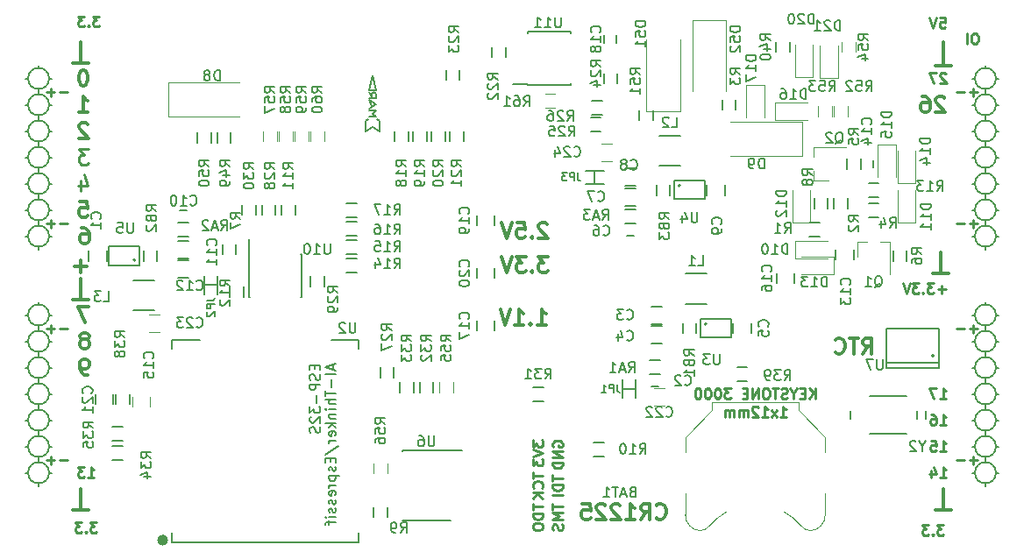
<source format=gbo>
G04 #@! TF.FileFunction,Legend,Bot*
%FSLAX46Y46*%
G04 Gerber Fmt 4.6, Leading zero omitted, Abs format (unit mm)*
G04 Created by KiCad (PCBNEW 4.0.7+dfsg1-1) date Wed Nov 15 00:35:09 2017*
%MOMM*%
%LPD*%
G01*
G04 APERTURE LIST*
%ADD10C,0.100000*%
%ADD11C,0.250000*%
%ADD12C,0.300000*%
%ADD13C,0.200000*%
%ADD14C,0.150000*%
%ADD15C,0.500000*%
%ADD16C,0.120000*%
%ADD17C,0.152400*%
G04 APERTURE END LIST*
D10*
D11*
X186032000Y-91971429D02*
X185270095Y-91971429D01*
X185651047Y-92352381D02*
X185651047Y-91590476D01*
X184793905Y-91971429D02*
X184032000Y-91971429D01*
X186032000Y-69111429D02*
X185270095Y-69111429D01*
X185651047Y-69492381D02*
X185651047Y-68730476D01*
X184793905Y-69111429D02*
X184032000Y-69111429D01*
X186032000Y-81811429D02*
X185270095Y-81811429D01*
X185651047Y-82192381D02*
X185651047Y-81430476D01*
X184793905Y-81811429D02*
X184032000Y-81811429D01*
X186032000Y-104671429D02*
X185270095Y-104671429D01*
X185651047Y-105052381D02*
X185651047Y-104290476D01*
X184793905Y-104671429D02*
X184032000Y-104671429D01*
X98148000Y-104671429D02*
X97386095Y-104671429D01*
X96909905Y-104671429D02*
X96148000Y-104671429D01*
X96528952Y-105052381D02*
X96528952Y-104290476D01*
X98148000Y-91971429D02*
X97386095Y-91971429D01*
X96909905Y-91971429D02*
X96148000Y-91971429D01*
X96528952Y-92352381D02*
X96528952Y-91590476D01*
X98148000Y-81811429D02*
X97386095Y-81811429D01*
X96909905Y-81811429D02*
X96148000Y-81811429D01*
X96528952Y-82192381D02*
X96528952Y-81430476D01*
X98148000Y-69111429D02*
X97386095Y-69111429D01*
X96909905Y-69111429D02*
X96148000Y-69111429D01*
X96528952Y-69492381D02*
X96528952Y-68730476D01*
X185873333Y-63412381D02*
X185682856Y-63412381D01*
X185587618Y-63460000D01*
X185492380Y-63555238D01*
X185444761Y-63745714D01*
X185444761Y-64079048D01*
X185492380Y-64269524D01*
X185587618Y-64364762D01*
X185682856Y-64412381D01*
X185873333Y-64412381D01*
X185968571Y-64364762D01*
X186063809Y-64269524D01*
X186111428Y-64079048D01*
X186111428Y-63745714D01*
X186063809Y-63555238D01*
X185968571Y-63460000D01*
X185873333Y-63412381D01*
X185016190Y-64412381D02*
X185016190Y-63412381D01*
D12*
X181984000Y-109426000D02*
X183508000Y-109426000D01*
X182746000Y-107394000D02*
X182746000Y-109426000D01*
D13*
X95370000Y-96726000D02*
X95370000Y-97234000D01*
X96386000Y-95710000D02*
X96640000Y-95710000D01*
X94354000Y-95710000D02*
X94100000Y-95710000D01*
X187826000Y-98250000D02*
X188080000Y-98250000D01*
X187826000Y-83010000D02*
X188080000Y-83010000D01*
X95370000Y-107140000D02*
X95370000Y-106886000D01*
X96386000Y-105870000D02*
X96640000Y-105870000D01*
X94354000Y-105870000D02*
X94100000Y-105870000D01*
X94354000Y-103330000D02*
X94100000Y-103330000D01*
X95370000Y-104346000D02*
X95370000Y-104854000D01*
X96386000Y-103330000D02*
X96640000Y-103330000D01*
X94354000Y-100790000D02*
X94100000Y-100790000D01*
X95370000Y-102314000D02*
X95370000Y-101806000D01*
X96386000Y-100790000D02*
X96640000Y-100790000D01*
X95370000Y-99266000D02*
X95370000Y-99774000D01*
X94354000Y-98250000D02*
X94100000Y-98250000D01*
X96386000Y-98250000D02*
X96640000Y-98250000D01*
X95370000Y-94186000D02*
X95370000Y-94694000D01*
X96386000Y-93170000D02*
X96640000Y-93170000D01*
X94354000Y-93170000D02*
X94100000Y-93170000D01*
X94354000Y-90630000D02*
X94100000Y-90630000D01*
X95370000Y-91646000D02*
X95370000Y-92154000D01*
X96640000Y-90630000D02*
X96386000Y-90630000D01*
X95370000Y-89360000D02*
X95370000Y-89614000D01*
X94354000Y-83010000D02*
X94100000Y-83010000D01*
X95370000Y-84280000D02*
X95370000Y-84026000D01*
X96386000Y-83010000D02*
X96640000Y-83010000D01*
X95370000Y-81486000D02*
X95370000Y-81994000D01*
X94354000Y-80470000D02*
X94100000Y-80470000D01*
X96640000Y-80470000D02*
X96386000Y-80470000D01*
X95370000Y-78946000D02*
X95370000Y-79454000D01*
X96386000Y-77930000D02*
X96640000Y-77930000D01*
X94354000Y-77930000D02*
X94100000Y-77930000D01*
X95370000Y-76406000D02*
X95370000Y-76914000D01*
X94354000Y-75390000D02*
X94100000Y-75390000D01*
X96386000Y-75390000D02*
X96640000Y-75390000D01*
X95370000Y-73866000D02*
X95370000Y-74374000D01*
X96386000Y-72850000D02*
X96640000Y-72850000D01*
X94100000Y-72850000D02*
X94354000Y-72850000D01*
X94354000Y-70310000D02*
X94100000Y-70310000D01*
X96640000Y-70310000D02*
X96386000Y-70310000D01*
X95370000Y-71326000D02*
X95370000Y-71834000D01*
X95370000Y-68786000D02*
X95370000Y-69294000D01*
X96386000Y-67770000D02*
X96640000Y-67770000D01*
X94354000Y-67770000D02*
X94100000Y-67770000D01*
X95370000Y-66500000D02*
X95370000Y-66754000D01*
X187826000Y-105870000D02*
X188080000Y-105870000D01*
X186810000Y-107140000D02*
X186810000Y-106886000D01*
X185540000Y-105870000D02*
X185794000Y-105870000D01*
X186810000Y-104346000D02*
X186810000Y-104854000D01*
X187826000Y-103330000D02*
X188080000Y-103330000D01*
X185540000Y-103330000D02*
X185794000Y-103330000D01*
X186810000Y-101806000D02*
X186810000Y-102314000D01*
X187826000Y-100790000D02*
X188080000Y-100790000D01*
X185540000Y-100790000D02*
X185794000Y-100790000D01*
X186810000Y-99266000D02*
X186810000Y-99774000D01*
X185540000Y-98250000D02*
X185794000Y-98250000D01*
X186810000Y-97234000D02*
X186810000Y-96726000D01*
X187826000Y-95710000D02*
X188080000Y-95710000D01*
X185540000Y-95710000D02*
X185794000Y-95710000D01*
X186810000Y-94694000D02*
X186810000Y-94186000D01*
X187826000Y-93170000D02*
X188080000Y-93170000D01*
X185540000Y-93170000D02*
X185794000Y-93170000D01*
X186810000Y-92154000D02*
X186810000Y-91646000D01*
X187826000Y-90630000D02*
X188080000Y-90630000D01*
X185540000Y-90630000D02*
X185794000Y-90630000D01*
X186810000Y-89360000D02*
X186810000Y-89614000D01*
X186810000Y-84280000D02*
X186810000Y-84026000D01*
X185540000Y-83010000D02*
X185794000Y-83010000D01*
X186810000Y-81994000D02*
X186810000Y-81486000D01*
X185794000Y-80470000D02*
X185540000Y-80470000D01*
X187826000Y-80470000D02*
X188080000Y-80470000D01*
X186810000Y-78946000D02*
X186810000Y-79454000D01*
X185794000Y-77930000D02*
X185540000Y-77930000D01*
X187826000Y-77930000D02*
X188080000Y-77930000D01*
X186810000Y-76406000D02*
X186810000Y-76914000D01*
X186810000Y-73866000D02*
X186810000Y-74374000D01*
X185794000Y-75390000D02*
X185540000Y-75390000D01*
X187826000Y-75390000D02*
X188080000Y-75390000D01*
X187826000Y-72850000D02*
X188080000Y-72850000D01*
X185540000Y-72850000D02*
X185794000Y-72850000D01*
X186810000Y-71834000D02*
X186810000Y-71326000D01*
X187826000Y-70310000D02*
X188080000Y-70310000D01*
X185540000Y-70310000D02*
X185794000Y-70310000D01*
X187826000Y-67770000D02*
X188080000Y-67770000D01*
X186810000Y-68786000D02*
X186810000Y-69294000D01*
X185540000Y-67770000D02*
X185794000Y-67770000D01*
X186810000Y-66500000D02*
X186810000Y-66754000D01*
X187826000Y-67770000D02*
G75*
G03X187826000Y-67770000I-1016000J0D01*
G01*
X187826000Y-70310000D02*
G75*
G03X187826000Y-70310000I-1016000J0D01*
G01*
X187826000Y-72850000D02*
G75*
G03X187826000Y-72850000I-1016000J0D01*
G01*
X187826000Y-75390000D02*
G75*
G03X187826000Y-75390000I-1016000J0D01*
G01*
X187826000Y-77930000D02*
G75*
G03X187826000Y-77930000I-1016000J0D01*
G01*
X187826000Y-80470000D02*
G75*
G03X187826000Y-80470000I-1016000J0D01*
G01*
X187826000Y-83010000D02*
G75*
G03X187826000Y-83010000I-1016000J0D01*
G01*
X187826000Y-90630000D02*
G75*
G03X187826000Y-90630000I-1016000J0D01*
G01*
X187826000Y-93170000D02*
G75*
G03X187826000Y-93170000I-1016000J0D01*
G01*
X187826000Y-95710000D02*
G75*
G03X187826000Y-95710000I-1016000J0D01*
G01*
X187826000Y-98250000D02*
G75*
G03X187826000Y-98250000I-1016000J0D01*
G01*
X187826000Y-100790000D02*
G75*
G03X187826000Y-100790000I-1016000J0D01*
G01*
X187826000Y-103330000D02*
G75*
G03X187826000Y-103330000I-1016000J0D01*
G01*
X187826000Y-105870000D02*
G75*
G03X187826000Y-105870000I-1016000J0D01*
G01*
X96386000Y-105870000D02*
G75*
G03X96386000Y-105870000I-1016000J0D01*
G01*
X96386000Y-103330000D02*
G75*
G03X96386000Y-103330000I-1016000J0D01*
G01*
X96386000Y-100790000D02*
G75*
G03X96386000Y-100790000I-1016000J0D01*
G01*
X96386000Y-98250000D02*
G75*
G03X96386000Y-98250000I-1016000J0D01*
G01*
X96386000Y-95710000D02*
G75*
G03X96386000Y-95710000I-1016000J0D01*
G01*
X96386000Y-93170000D02*
G75*
G03X96386000Y-93170000I-1016000J0D01*
G01*
X96386000Y-90630000D02*
G75*
G03X96386000Y-90630000I-1016000J0D01*
G01*
X96386000Y-83010000D02*
G75*
G03X96386000Y-83010000I-1016000J0D01*
G01*
X96386000Y-80470000D02*
G75*
G03X96386000Y-80470000I-1016000J0D01*
G01*
X96386000Y-77930000D02*
G75*
G03X96386000Y-77930000I-1016000J0D01*
G01*
X96386000Y-75390000D02*
G75*
G03X96386000Y-75390000I-1016000J0D01*
G01*
X96386000Y-72850000D02*
G75*
G03X96386000Y-72850000I-1016000J0D01*
G01*
X96386000Y-70310000D02*
G75*
G03X96386000Y-70310000I-1016000J0D01*
G01*
X96386000Y-67770000D02*
G75*
G03X96386000Y-67770000I-1016000J0D01*
G01*
D11*
X182428476Y-61888381D02*
X182904667Y-61888381D01*
X182952286Y-62364571D01*
X182904667Y-62316952D01*
X182809429Y-62269333D01*
X182571333Y-62269333D01*
X182476095Y-62316952D01*
X182428476Y-62364571D01*
X182380857Y-62459810D01*
X182380857Y-62697905D01*
X182428476Y-62793143D01*
X182476095Y-62840762D01*
X182571333Y-62888381D01*
X182809429Y-62888381D01*
X182904667Y-62840762D01*
X182952286Y-62793143D01*
X182095143Y-61888381D02*
X181761810Y-62888381D01*
X181428476Y-61888381D01*
D12*
X181984000Y-66500000D02*
X183508000Y-66500000D01*
X182746000Y-64214000D02*
X182746000Y-66500000D01*
D11*
X182999905Y-67317619D02*
X182952286Y-67270000D01*
X182857048Y-67222381D01*
X182618952Y-67222381D01*
X182523714Y-67270000D01*
X182476095Y-67317619D01*
X182428476Y-67412857D01*
X182428476Y-67508095D01*
X182476095Y-67650952D01*
X183047524Y-68222381D01*
X182428476Y-68222381D01*
X182095143Y-67222381D02*
X181428476Y-67222381D01*
X181857048Y-68222381D01*
D12*
X182872857Y-69631429D02*
X182801428Y-69560000D01*
X182658571Y-69488571D01*
X182301428Y-69488571D01*
X182158571Y-69560000D01*
X182087142Y-69631429D01*
X182015714Y-69774286D01*
X182015714Y-69917143D01*
X182087142Y-70131429D01*
X182944285Y-70988571D01*
X182015714Y-70988571D01*
X180730000Y-69488571D02*
X181015714Y-69488571D01*
X181158571Y-69560000D01*
X181230000Y-69631429D01*
X181372857Y-69845714D01*
X181444286Y-70131429D01*
X181444286Y-70702857D01*
X181372857Y-70845714D01*
X181301429Y-70917143D01*
X181158571Y-70988571D01*
X180872857Y-70988571D01*
X180730000Y-70917143D01*
X180658571Y-70845714D01*
X180587143Y-70702857D01*
X180587143Y-70345714D01*
X180658571Y-70202857D01*
X180730000Y-70131429D01*
X180872857Y-70060000D01*
X181158571Y-70060000D01*
X181301429Y-70131429D01*
X181372857Y-70202857D01*
X181444286Y-70345714D01*
X181730000Y-86566000D02*
X183254000Y-86566000D01*
X182492000Y-84534000D02*
X182492000Y-86566000D01*
D11*
X182968000Y-88161429D02*
X182206095Y-88161429D01*
X182587047Y-88542381D02*
X182587047Y-87780476D01*
X181825143Y-87542381D02*
X181206095Y-87542381D01*
X181539429Y-87923333D01*
X181396571Y-87923333D01*
X181301333Y-87970952D01*
X181253714Y-88018571D01*
X181206095Y-88113810D01*
X181206095Y-88351905D01*
X181253714Y-88447143D01*
X181301333Y-88494762D01*
X181396571Y-88542381D01*
X181682286Y-88542381D01*
X181777524Y-88494762D01*
X181825143Y-88447143D01*
X180777524Y-88447143D02*
X180729905Y-88494762D01*
X180777524Y-88542381D01*
X180825143Y-88494762D01*
X180777524Y-88447143D01*
X180777524Y-88542381D01*
X180396572Y-87542381D02*
X179777524Y-87542381D01*
X180110858Y-87923333D01*
X179968000Y-87923333D01*
X179872762Y-87970952D01*
X179825143Y-88018571D01*
X179777524Y-88113810D01*
X179777524Y-88351905D01*
X179825143Y-88447143D01*
X179872762Y-88494762D01*
X179968000Y-88542381D01*
X180253715Y-88542381D01*
X180348953Y-88494762D01*
X180396572Y-88447143D01*
X179491810Y-87542381D02*
X179158477Y-88542381D01*
X178825143Y-87542381D01*
X182428476Y-98702381D02*
X182999905Y-98702381D01*
X182714191Y-98702381D02*
X182714191Y-97702381D01*
X182809429Y-97845238D01*
X182904667Y-97940476D01*
X182999905Y-97988095D01*
X182095143Y-97702381D02*
X181428476Y-97702381D01*
X181857048Y-98702381D01*
X182428476Y-101242381D02*
X182999905Y-101242381D01*
X182714191Y-101242381D02*
X182714191Y-100242381D01*
X182809429Y-100385238D01*
X182904667Y-100480476D01*
X182999905Y-100528095D01*
X181571333Y-100242381D02*
X181761810Y-100242381D01*
X181857048Y-100290000D01*
X181904667Y-100337619D01*
X181999905Y-100480476D01*
X182047524Y-100670952D01*
X182047524Y-101051905D01*
X181999905Y-101147143D01*
X181952286Y-101194762D01*
X181857048Y-101242381D01*
X181666571Y-101242381D01*
X181571333Y-101194762D01*
X181523714Y-101147143D01*
X181476095Y-101051905D01*
X181476095Y-100813810D01*
X181523714Y-100718571D01*
X181571333Y-100670952D01*
X181666571Y-100623333D01*
X181857048Y-100623333D01*
X181952286Y-100670952D01*
X181999905Y-100718571D01*
X182047524Y-100813810D01*
X182428476Y-103782381D02*
X182999905Y-103782381D01*
X182714191Y-103782381D02*
X182714191Y-102782381D01*
X182809429Y-102925238D01*
X182904667Y-103020476D01*
X182999905Y-103068095D01*
X181523714Y-102782381D02*
X181999905Y-102782381D01*
X182047524Y-103258571D01*
X181999905Y-103210952D01*
X181904667Y-103163333D01*
X181666571Y-103163333D01*
X181571333Y-103210952D01*
X181523714Y-103258571D01*
X181476095Y-103353810D01*
X181476095Y-103591905D01*
X181523714Y-103687143D01*
X181571333Y-103734762D01*
X181666571Y-103782381D01*
X181904667Y-103782381D01*
X181999905Y-103734762D01*
X182047524Y-103687143D01*
X182428476Y-106322381D02*
X182999905Y-106322381D01*
X182714191Y-106322381D02*
X182714191Y-105322381D01*
X182809429Y-105465238D01*
X182904667Y-105560476D01*
X182999905Y-105608095D01*
X181571333Y-105655714D02*
X181571333Y-106322381D01*
X181809429Y-105274762D02*
X182047524Y-105989048D01*
X181428476Y-105989048D01*
X182777619Y-110910381D02*
X182158571Y-110910381D01*
X182491905Y-111291333D01*
X182349047Y-111291333D01*
X182253809Y-111338952D01*
X182206190Y-111386571D01*
X182158571Y-111481810D01*
X182158571Y-111719905D01*
X182206190Y-111815143D01*
X182253809Y-111862762D01*
X182349047Y-111910381D01*
X182634762Y-111910381D01*
X182730000Y-111862762D01*
X182777619Y-111815143D01*
X181730000Y-111815143D02*
X181682381Y-111862762D01*
X181730000Y-111910381D01*
X181777619Y-111862762D01*
X181730000Y-111815143D01*
X181730000Y-111910381D01*
X181349048Y-110910381D02*
X180730000Y-110910381D01*
X181063334Y-111291333D01*
X180920476Y-111291333D01*
X180825238Y-111338952D01*
X180777619Y-111386571D01*
X180730000Y-111481810D01*
X180730000Y-111719905D01*
X180777619Y-111815143D01*
X180825238Y-111862762D01*
X180920476Y-111910381D01*
X181206191Y-111910381D01*
X181301429Y-111862762D01*
X181349048Y-111815143D01*
D12*
X100196000Y-109426000D02*
X98672000Y-109426000D01*
X99434000Y-107394000D02*
X99434000Y-109426000D01*
X98672000Y-89106000D02*
X100196000Y-89106000D01*
X99434000Y-87074000D02*
X99434000Y-89106000D01*
X98672000Y-66246000D02*
X100196000Y-66246000D01*
X99434000Y-64214000D02*
X99434000Y-66246000D01*
D11*
X100989619Y-110656381D02*
X100370571Y-110656381D01*
X100703905Y-111037333D01*
X100561047Y-111037333D01*
X100465809Y-111084952D01*
X100418190Y-111132571D01*
X100370571Y-111227810D01*
X100370571Y-111465905D01*
X100418190Y-111561143D01*
X100465809Y-111608762D01*
X100561047Y-111656381D01*
X100846762Y-111656381D01*
X100942000Y-111608762D01*
X100989619Y-111561143D01*
X99942000Y-111561143D02*
X99894381Y-111608762D01*
X99942000Y-111656381D01*
X99989619Y-111608762D01*
X99942000Y-111561143D01*
X99942000Y-111656381D01*
X99561048Y-110656381D02*
X98942000Y-110656381D01*
X99275334Y-111037333D01*
X99132476Y-111037333D01*
X99037238Y-111084952D01*
X98989619Y-111132571D01*
X98942000Y-111227810D01*
X98942000Y-111465905D01*
X98989619Y-111561143D01*
X99037238Y-111608762D01*
X99132476Y-111656381D01*
X99418191Y-111656381D01*
X99513429Y-111608762D01*
X99561048Y-111561143D01*
X100132476Y-106322381D02*
X100703905Y-106322381D01*
X100418191Y-106322381D02*
X100418191Y-105322381D01*
X100513429Y-105465238D01*
X100608667Y-105560476D01*
X100703905Y-105608095D01*
X99799143Y-105322381D02*
X99180095Y-105322381D01*
X99513429Y-105703333D01*
X99370571Y-105703333D01*
X99275333Y-105750952D01*
X99227714Y-105798571D01*
X99180095Y-105893810D01*
X99180095Y-106131905D01*
X99227714Y-106227143D01*
X99275333Y-106274762D01*
X99370571Y-106322381D01*
X99656286Y-106322381D01*
X99751524Y-106274762D01*
X99799143Y-106227143D01*
D12*
X100100714Y-96388571D02*
X99814999Y-96388571D01*
X99672142Y-96317143D01*
X99600714Y-96245714D01*
X99457856Y-96031429D01*
X99386428Y-95745714D01*
X99386428Y-95174286D01*
X99457856Y-95031429D01*
X99529285Y-94960000D01*
X99672142Y-94888571D01*
X99957856Y-94888571D01*
X100100714Y-94960000D01*
X100172142Y-95031429D01*
X100243571Y-95174286D01*
X100243571Y-95531429D01*
X100172142Y-95674286D01*
X100100714Y-95745714D01*
X99957856Y-95817143D01*
X99672142Y-95817143D01*
X99529285Y-95745714D01*
X99457856Y-95674286D01*
X99386428Y-95531429D01*
X99957856Y-92991429D02*
X100100714Y-92920000D01*
X100172142Y-92848571D01*
X100243571Y-92705714D01*
X100243571Y-92634286D01*
X100172142Y-92491429D01*
X100100714Y-92420000D01*
X99957856Y-92348571D01*
X99672142Y-92348571D01*
X99529285Y-92420000D01*
X99457856Y-92491429D01*
X99386428Y-92634286D01*
X99386428Y-92705714D01*
X99457856Y-92848571D01*
X99529285Y-92920000D01*
X99672142Y-92991429D01*
X99957856Y-92991429D01*
X100100714Y-93062857D01*
X100172142Y-93134286D01*
X100243571Y-93277143D01*
X100243571Y-93562857D01*
X100172142Y-93705714D01*
X100100714Y-93777143D01*
X99957856Y-93848571D01*
X99672142Y-93848571D01*
X99529285Y-93777143D01*
X99457856Y-93705714D01*
X99386428Y-93562857D01*
X99386428Y-93277143D01*
X99457856Y-93134286D01*
X99529285Y-93062857D01*
X99672142Y-92991429D01*
X100187999Y-89808571D02*
X99187999Y-89808571D01*
X99830856Y-91308571D01*
X100005428Y-85911143D02*
X98862571Y-85911143D01*
X99434000Y-86482571D02*
X99434000Y-85339714D01*
X99529285Y-82188571D02*
X99814999Y-82188571D01*
X99957856Y-82260000D01*
X100029285Y-82331429D01*
X100172142Y-82545714D01*
X100243571Y-82831429D01*
X100243571Y-83402857D01*
X100172142Y-83545714D01*
X100100714Y-83617143D01*
X99957856Y-83688571D01*
X99672142Y-83688571D01*
X99529285Y-83617143D01*
X99457856Y-83545714D01*
X99386428Y-83402857D01*
X99386428Y-83045714D01*
X99457856Y-82902857D01*
X99529285Y-82831429D01*
X99672142Y-82760000D01*
X99957856Y-82760000D01*
X100100714Y-82831429D01*
X100172142Y-82902857D01*
X100243571Y-83045714D01*
X99330856Y-79648571D02*
X100045142Y-79648571D01*
X100116571Y-80362857D01*
X100045142Y-80291429D01*
X99902285Y-80220000D01*
X99545142Y-80220000D01*
X99402285Y-80291429D01*
X99330856Y-80362857D01*
X99259428Y-80505714D01*
X99259428Y-80862857D01*
X99330856Y-81005714D01*
X99402285Y-81077143D01*
X99545142Y-81148571D01*
X99902285Y-81148571D01*
X100045142Y-81077143D01*
X100116571Y-81005714D01*
D11*
X99402285Y-77608571D02*
X99402285Y-78608571D01*
X99759428Y-77037143D02*
X100116571Y-78108571D01*
X99187999Y-78108571D01*
X100187999Y-74568571D02*
X99259428Y-74568571D01*
X99759428Y-75140000D01*
X99545142Y-75140000D01*
X99402285Y-75211429D01*
X99330856Y-75282857D01*
X99259428Y-75425714D01*
X99259428Y-75782857D01*
X99330856Y-75925714D01*
X99402285Y-75997143D01*
X99545142Y-76068571D01*
X99973714Y-76068571D01*
X100116571Y-75997143D01*
X100187999Y-75925714D01*
D12*
X100116571Y-72171429D02*
X100045142Y-72100000D01*
X99902285Y-72028571D01*
X99545142Y-72028571D01*
X99402285Y-72100000D01*
X99330856Y-72171429D01*
X99259428Y-72314286D01*
X99259428Y-72457143D01*
X99330856Y-72671429D01*
X100187999Y-73528571D01*
X99259428Y-73528571D01*
X99259428Y-70988571D02*
X100116571Y-70988571D01*
X99687999Y-70988571D02*
X99687999Y-69488571D01*
X99830856Y-69702857D01*
X99973714Y-69845714D01*
X100116571Y-69917143D01*
X99759428Y-66948571D02*
X99616571Y-66948571D01*
X99473714Y-67020000D01*
X99402285Y-67091429D01*
X99330856Y-67234286D01*
X99259428Y-67520000D01*
X99259428Y-67877143D01*
X99330856Y-68162857D01*
X99402285Y-68305714D01*
X99473714Y-68377143D01*
X99616571Y-68448571D01*
X99759428Y-68448571D01*
X99902285Y-68377143D01*
X99973714Y-68305714D01*
X100045142Y-68162857D01*
X100116571Y-67877143D01*
X100116571Y-67520000D01*
X100045142Y-67234286D01*
X99973714Y-67091429D01*
X99902285Y-67020000D01*
X99759428Y-66948571D01*
D11*
X101243619Y-61761381D02*
X100624571Y-61761381D01*
X100957905Y-62142333D01*
X100815047Y-62142333D01*
X100719809Y-62189952D01*
X100672190Y-62237571D01*
X100624571Y-62332810D01*
X100624571Y-62570905D01*
X100672190Y-62666143D01*
X100719809Y-62713762D01*
X100815047Y-62761381D01*
X101100762Y-62761381D01*
X101196000Y-62713762D01*
X101243619Y-62666143D01*
X100196000Y-62666143D02*
X100148381Y-62713762D01*
X100196000Y-62761381D01*
X100243619Y-62713762D01*
X100196000Y-62666143D01*
X100196000Y-62761381D01*
X99815048Y-61761381D02*
X99196000Y-61761381D01*
X99529334Y-62142333D01*
X99386476Y-62142333D01*
X99291238Y-62189952D01*
X99243619Y-62237571D01*
X99196000Y-62332810D01*
X99196000Y-62570905D01*
X99243619Y-62666143D01*
X99291238Y-62713762D01*
X99386476Y-62761381D01*
X99672191Y-62761381D01*
X99767429Y-62713762D01*
X99815048Y-62666143D01*
X170370715Y-98716381D02*
X170370715Y-97716381D01*
X169799286Y-98716381D02*
X170227858Y-98144952D01*
X169799286Y-97716381D02*
X170370715Y-98287810D01*
X169370715Y-98192571D02*
X169037381Y-98192571D01*
X168894524Y-98716381D02*
X169370715Y-98716381D01*
X169370715Y-97716381D01*
X168894524Y-97716381D01*
X168275477Y-98240190D02*
X168275477Y-98716381D01*
X168608810Y-97716381D02*
X168275477Y-98240190D01*
X167942143Y-97716381D01*
X167656429Y-98668762D02*
X167513572Y-98716381D01*
X167275476Y-98716381D01*
X167180238Y-98668762D01*
X167132619Y-98621143D01*
X167085000Y-98525905D01*
X167085000Y-98430667D01*
X167132619Y-98335429D01*
X167180238Y-98287810D01*
X167275476Y-98240190D01*
X167465953Y-98192571D01*
X167561191Y-98144952D01*
X167608810Y-98097333D01*
X167656429Y-98002095D01*
X167656429Y-97906857D01*
X167608810Y-97811619D01*
X167561191Y-97764000D01*
X167465953Y-97716381D01*
X167227857Y-97716381D01*
X167085000Y-97764000D01*
X166799286Y-97716381D02*
X166227857Y-97716381D01*
X166513572Y-98716381D02*
X166513572Y-97716381D01*
X165704048Y-97716381D02*
X165513571Y-97716381D01*
X165418333Y-97764000D01*
X165323095Y-97859238D01*
X165275476Y-98049714D01*
X165275476Y-98383048D01*
X165323095Y-98573524D01*
X165418333Y-98668762D01*
X165513571Y-98716381D01*
X165704048Y-98716381D01*
X165799286Y-98668762D01*
X165894524Y-98573524D01*
X165942143Y-98383048D01*
X165942143Y-98049714D01*
X165894524Y-97859238D01*
X165799286Y-97764000D01*
X165704048Y-97716381D01*
X164846905Y-98716381D02*
X164846905Y-97716381D01*
X164275476Y-98716381D01*
X164275476Y-97716381D01*
X163799286Y-98192571D02*
X163465952Y-98192571D01*
X163323095Y-98716381D02*
X163799286Y-98716381D01*
X163799286Y-97716381D01*
X163323095Y-97716381D01*
X162227857Y-97716381D02*
X161608809Y-97716381D01*
X161942143Y-98097333D01*
X161799285Y-98097333D01*
X161704047Y-98144952D01*
X161656428Y-98192571D01*
X161608809Y-98287810D01*
X161608809Y-98525905D01*
X161656428Y-98621143D01*
X161704047Y-98668762D01*
X161799285Y-98716381D01*
X162085000Y-98716381D01*
X162180238Y-98668762D01*
X162227857Y-98621143D01*
X160989762Y-97716381D02*
X160894523Y-97716381D01*
X160799285Y-97764000D01*
X160751666Y-97811619D01*
X160704047Y-97906857D01*
X160656428Y-98097333D01*
X160656428Y-98335429D01*
X160704047Y-98525905D01*
X160751666Y-98621143D01*
X160799285Y-98668762D01*
X160894523Y-98716381D01*
X160989762Y-98716381D01*
X161085000Y-98668762D01*
X161132619Y-98621143D01*
X161180238Y-98525905D01*
X161227857Y-98335429D01*
X161227857Y-98097333D01*
X161180238Y-97906857D01*
X161132619Y-97811619D01*
X161085000Y-97764000D01*
X160989762Y-97716381D01*
X160037381Y-97716381D02*
X159942142Y-97716381D01*
X159846904Y-97764000D01*
X159799285Y-97811619D01*
X159751666Y-97906857D01*
X159704047Y-98097333D01*
X159704047Y-98335429D01*
X159751666Y-98525905D01*
X159799285Y-98621143D01*
X159846904Y-98668762D01*
X159942142Y-98716381D01*
X160037381Y-98716381D01*
X160132619Y-98668762D01*
X160180238Y-98621143D01*
X160227857Y-98525905D01*
X160275476Y-98335429D01*
X160275476Y-98097333D01*
X160227857Y-97906857D01*
X160180238Y-97811619D01*
X160132619Y-97764000D01*
X160037381Y-97716381D01*
X159085000Y-97716381D02*
X158989761Y-97716381D01*
X158894523Y-97764000D01*
X158846904Y-97811619D01*
X158799285Y-97906857D01*
X158751666Y-98097333D01*
X158751666Y-98335429D01*
X158799285Y-98525905D01*
X158846904Y-98621143D01*
X158894523Y-98668762D01*
X158989761Y-98716381D01*
X159085000Y-98716381D01*
X159180238Y-98668762D01*
X159227857Y-98621143D01*
X159275476Y-98525905D01*
X159323095Y-98335429D01*
X159323095Y-98097333D01*
X159275476Y-97906857D01*
X159227857Y-97811619D01*
X159180238Y-97764000D01*
X159085000Y-97716381D01*
X166989761Y-100466381D02*
X167561190Y-100466381D01*
X167275476Y-100466381D02*
X167275476Y-99466381D01*
X167370714Y-99609238D01*
X167465952Y-99704476D01*
X167561190Y-99752095D01*
X166656428Y-100466381D02*
X166132618Y-99799714D01*
X166656428Y-99799714D02*
X166132618Y-100466381D01*
X165227856Y-100466381D02*
X165799285Y-100466381D01*
X165513571Y-100466381D02*
X165513571Y-99466381D01*
X165608809Y-99609238D01*
X165704047Y-99704476D01*
X165799285Y-99752095D01*
X164846904Y-99561619D02*
X164799285Y-99514000D01*
X164704047Y-99466381D01*
X164465951Y-99466381D01*
X164370713Y-99514000D01*
X164323094Y-99561619D01*
X164275475Y-99656857D01*
X164275475Y-99752095D01*
X164323094Y-99894952D01*
X164894523Y-100466381D01*
X164275475Y-100466381D01*
X163846904Y-100466381D02*
X163846904Y-99799714D01*
X163846904Y-99894952D02*
X163799285Y-99847333D01*
X163704047Y-99799714D01*
X163561189Y-99799714D01*
X163465951Y-99847333D01*
X163418332Y-99942571D01*
X163418332Y-100466381D01*
X163418332Y-99942571D02*
X163370713Y-99847333D01*
X163275475Y-99799714D01*
X163132618Y-99799714D01*
X163037380Y-99847333D01*
X162989761Y-99942571D01*
X162989761Y-100466381D01*
X162513571Y-100466381D02*
X162513571Y-99799714D01*
X162513571Y-99894952D02*
X162465952Y-99847333D01*
X162370714Y-99799714D01*
X162227856Y-99799714D01*
X162132618Y-99847333D01*
X162084999Y-99942571D01*
X162084999Y-100466381D01*
X162084999Y-99942571D02*
X162037380Y-99847333D01*
X161942142Y-99799714D01*
X161799285Y-99799714D01*
X161704047Y-99847333D01*
X161656428Y-99942571D01*
X161656428Y-100466381D01*
D12*
X155027856Y-110215714D02*
X155099285Y-110287143D01*
X155313571Y-110358571D01*
X155456428Y-110358571D01*
X155670713Y-110287143D01*
X155813571Y-110144286D01*
X155884999Y-110001429D01*
X155956428Y-109715714D01*
X155956428Y-109501429D01*
X155884999Y-109215714D01*
X155813571Y-109072857D01*
X155670713Y-108930000D01*
X155456428Y-108858571D01*
X155313571Y-108858571D01*
X155099285Y-108930000D01*
X155027856Y-109001429D01*
X153527856Y-110358571D02*
X154027856Y-109644286D01*
X154384999Y-110358571D02*
X154384999Y-108858571D01*
X153813571Y-108858571D01*
X153670713Y-108930000D01*
X153599285Y-109001429D01*
X153527856Y-109144286D01*
X153527856Y-109358571D01*
X153599285Y-109501429D01*
X153670713Y-109572857D01*
X153813571Y-109644286D01*
X154384999Y-109644286D01*
X152099285Y-110358571D02*
X152956428Y-110358571D01*
X152527856Y-110358571D02*
X152527856Y-108858571D01*
X152670713Y-109072857D01*
X152813571Y-109215714D01*
X152956428Y-109287143D01*
X151527857Y-109001429D02*
X151456428Y-108930000D01*
X151313571Y-108858571D01*
X150956428Y-108858571D01*
X150813571Y-108930000D01*
X150742142Y-109001429D01*
X150670714Y-109144286D01*
X150670714Y-109287143D01*
X150742142Y-109501429D01*
X151599285Y-110358571D01*
X150670714Y-110358571D01*
X150099286Y-109001429D02*
X150027857Y-108930000D01*
X149885000Y-108858571D01*
X149527857Y-108858571D01*
X149385000Y-108930000D01*
X149313571Y-109001429D01*
X149242143Y-109144286D01*
X149242143Y-109287143D01*
X149313571Y-109501429D01*
X150170714Y-110358571D01*
X149242143Y-110358571D01*
X147885000Y-108858571D02*
X148599286Y-108858571D01*
X148670715Y-109572857D01*
X148599286Y-109501429D01*
X148456429Y-109430000D01*
X148099286Y-109430000D01*
X147956429Y-109501429D01*
X147885000Y-109572857D01*
X147813572Y-109715714D01*
X147813572Y-110072857D01*
X147885000Y-110215714D01*
X147956429Y-110287143D01*
X148099286Y-110358571D01*
X148456429Y-110358571D01*
X148599286Y-110287143D01*
X148670715Y-110215714D01*
X144502857Y-81823429D02*
X144431428Y-81752000D01*
X144288571Y-81680571D01*
X143931428Y-81680571D01*
X143788571Y-81752000D01*
X143717142Y-81823429D01*
X143645714Y-81966286D01*
X143645714Y-82109143D01*
X143717142Y-82323429D01*
X144574285Y-83180571D01*
X143645714Y-83180571D01*
X143002857Y-83037714D02*
X142931429Y-83109143D01*
X143002857Y-83180571D01*
X143074286Y-83109143D01*
X143002857Y-83037714D01*
X143002857Y-83180571D01*
X141574285Y-81680571D02*
X142288571Y-81680571D01*
X142360000Y-82394857D01*
X142288571Y-82323429D01*
X142145714Y-82252000D01*
X141788571Y-82252000D01*
X141645714Y-82323429D01*
X141574285Y-82394857D01*
X141502857Y-82537714D01*
X141502857Y-82894857D01*
X141574285Y-83037714D01*
X141645714Y-83109143D01*
X141788571Y-83180571D01*
X142145714Y-83180571D01*
X142288571Y-83109143D01*
X142360000Y-83037714D01*
X141074286Y-81680571D02*
X140574286Y-83180571D01*
X140074286Y-81680571D01*
X144574285Y-84982571D02*
X143645714Y-84982571D01*
X144145714Y-85554000D01*
X143931428Y-85554000D01*
X143788571Y-85625429D01*
X143717142Y-85696857D01*
X143645714Y-85839714D01*
X143645714Y-86196857D01*
X143717142Y-86339714D01*
X143788571Y-86411143D01*
X143931428Y-86482571D01*
X144360000Y-86482571D01*
X144502857Y-86411143D01*
X144574285Y-86339714D01*
X143002857Y-86339714D02*
X142931429Y-86411143D01*
X143002857Y-86482571D01*
X143074286Y-86411143D01*
X143002857Y-86339714D01*
X143002857Y-86482571D01*
X142431428Y-84982571D02*
X141502857Y-84982571D01*
X142002857Y-85554000D01*
X141788571Y-85554000D01*
X141645714Y-85625429D01*
X141574285Y-85696857D01*
X141502857Y-85839714D01*
X141502857Y-86196857D01*
X141574285Y-86339714D01*
X141645714Y-86411143D01*
X141788571Y-86482571D01*
X142217143Y-86482571D01*
X142360000Y-86411143D01*
X142431428Y-86339714D01*
X141074286Y-84982571D02*
X140574286Y-86482571D01*
X140074286Y-84982571D01*
X143518714Y-91562571D02*
X144375857Y-91562571D01*
X143947285Y-91562571D02*
X143947285Y-90062571D01*
X144090142Y-90276857D01*
X144233000Y-90419714D01*
X144375857Y-90491143D01*
X142875857Y-91419714D02*
X142804429Y-91491143D01*
X142875857Y-91562571D01*
X142947286Y-91491143D01*
X142875857Y-91419714D01*
X142875857Y-91562571D01*
X141375857Y-91562571D02*
X142233000Y-91562571D01*
X141804428Y-91562571D02*
X141804428Y-90062571D01*
X141947285Y-90276857D01*
X142090143Y-90419714D01*
X142233000Y-90491143D01*
X140947286Y-90062571D02*
X140447286Y-91562571D01*
X139947286Y-90062571D01*
D11*
X143082381Y-105854286D02*
X143082381Y-106425715D01*
X144082381Y-106140000D02*
X143082381Y-106140000D01*
X143987143Y-107330477D02*
X144034762Y-107282858D01*
X144082381Y-107140001D01*
X144082381Y-107044763D01*
X144034762Y-106901905D01*
X143939524Y-106806667D01*
X143844286Y-106759048D01*
X143653810Y-106711429D01*
X143510952Y-106711429D01*
X143320476Y-106759048D01*
X143225238Y-106806667D01*
X143130000Y-106901905D01*
X143082381Y-107044763D01*
X143082381Y-107140001D01*
X143130000Y-107282858D01*
X143177619Y-107330477D01*
X144082381Y-107759048D02*
X143082381Y-107759048D01*
X144082381Y-108330477D02*
X143510952Y-107901905D01*
X143082381Y-108330477D02*
X143653810Y-107759048D01*
X143082381Y-102726905D02*
X143082381Y-103345953D01*
X143463333Y-103012619D01*
X143463333Y-103155477D01*
X143510952Y-103250715D01*
X143558571Y-103298334D01*
X143653810Y-103345953D01*
X143891905Y-103345953D01*
X143987143Y-103298334D01*
X144034762Y-103250715D01*
X144082381Y-103155477D01*
X144082381Y-102869762D01*
X144034762Y-102774524D01*
X143987143Y-102726905D01*
X143082381Y-103631667D02*
X144082381Y-103965000D01*
X143082381Y-104298334D01*
X143082381Y-104536429D02*
X143082381Y-105155477D01*
X143463333Y-104822143D01*
X143463333Y-104965001D01*
X143510952Y-105060239D01*
X143558571Y-105107858D01*
X143653810Y-105155477D01*
X143891905Y-105155477D01*
X143987143Y-105107858D01*
X144034762Y-105060239D01*
X144082381Y-104965001D01*
X144082381Y-104679286D01*
X144034762Y-104584048D01*
X143987143Y-104536429D01*
X143082381Y-108878476D02*
X143082381Y-109449905D01*
X144082381Y-109164190D02*
X143082381Y-109164190D01*
X144082381Y-109783238D02*
X143082381Y-109783238D01*
X143082381Y-110021333D01*
X143130000Y-110164191D01*
X143225238Y-110259429D01*
X143320476Y-110307048D01*
X143510952Y-110354667D01*
X143653810Y-110354667D01*
X143844286Y-110307048D01*
X143939524Y-110259429D01*
X144034762Y-110164191D01*
X144082381Y-110021333D01*
X144082381Y-109783238D01*
X143082381Y-110973714D02*
X143082381Y-111164191D01*
X143130000Y-111259429D01*
X143225238Y-111354667D01*
X143415714Y-111402286D01*
X143749048Y-111402286D01*
X143939524Y-111354667D01*
X144034762Y-111259429D01*
X144082381Y-111164191D01*
X144082381Y-110973714D01*
X144034762Y-110878476D01*
X143939524Y-110783238D01*
X143749048Y-110735619D01*
X143415714Y-110735619D01*
X143225238Y-110783238D01*
X143130000Y-110878476D01*
X143082381Y-110973714D01*
X145035000Y-103330096D02*
X144987381Y-103234858D01*
X144987381Y-103092001D01*
X145035000Y-102949143D01*
X145130238Y-102853905D01*
X145225476Y-102806286D01*
X145415952Y-102758667D01*
X145558810Y-102758667D01*
X145749286Y-102806286D01*
X145844524Y-102853905D01*
X145939762Y-102949143D01*
X145987381Y-103092001D01*
X145987381Y-103187239D01*
X145939762Y-103330096D01*
X145892143Y-103377715D01*
X145558810Y-103377715D01*
X145558810Y-103187239D01*
X145987381Y-103806286D02*
X144987381Y-103806286D01*
X145987381Y-104377715D01*
X144987381Y-104377715D01*
X145987381Y-104853905D02*
X144987381Y-104853905D01*
X144987381Y-105092000D01*
X145035000Y-105234858D01*
X145130238Y-105330096D01*
X145225476Y-105377715D01*
X145415952Y-105425334D01*
X145558810Y-105425334D01*
X145749286Y-105377715D01*
X145844524Y-105330096D01*
X145939762Y-105234858D01*
X145987381Y-105092000D01*
X145987381Y-104853905D01*
X144987381Y-106116191D02*
X144987381Y-106687620D01*
X145987381Y-106401905D02*
X144987381Y-106401905D01*
X145987381Y-107020953D02*
X144987381Y-107020953D01*
X144987381Y-107259048D01*
X145035000Y-107401906D01*
X145130238Y-107497144D01*
X145225476Y-107544763D01*
X145415952Y-107592382D01*
X145558810Y-107592382D01*
X145749286Y-107544763D01*
X145844524Y-107497144D01*
X145939762Y-107401906D01*
X145987381Y-107259048D01*
X145987381Y-107020953D01*
X145987381Y-108020953D02*
X144987381Y-108020953D01*
X144987381Y-108854667D02*
X144987381Y-109426096D01*
X145987381Y-109140381D02*
X144987381Y-109140381D01*
X145987381Y-109759429D02*
X144987381Y-109759429D01*
X145701667Y-110092763D01*
X144987381Y-110426096D01*
X145987381Y-110426096D01*
X145939762Y-110854667D02*
X145987381Y-110997524D01*
X145987381Y-111235620D01*
X145939762Y-111330858D01*
X145892143Y-111378477D01*
X145796905Y-111426096D01*
X145701667Y-111426096D01*
X145606429Y-111378477D01*
X145558810Y-111330858D01*
X145511190Y-111235620D01*
X145463571Y-111045143D01*
X145415952Y-110949905D01*
X145368333Y-110902286D01*
X145273095Y-110854667D01*
X145177857Y-110854667D01*
X145082619Y-110902286D01*
X145035000Y-110949905D01*
X144987381Y-111045143D01*
X144987381Y-111283239D01*
X145035000Y-111426096D01*
D12*
X174967142Y-94356571D02*
X175467142Y-93642286D01*
X175824285Y-94356571D02*
X175824285Y-92856571D01*
X175252857Y-92856571D01*
X175109999Y-92928000D01*
X175038571Y-92999429D01*
X174967142Y-93142286D01*
X174967142Y-93356571D01*
X175038571Y-93499429D01*
X175109999Y-93570857D01*
X175252857Y-93642286D01*
X175824285Y-93642286D01*
X174538571Y-92856571D02*
X173681428Y-92856571D01*
X174109999Y-94356571D02*
X174109999Y-92856571D01*
X172324285Y-94213714D02*
X172395714Y-94285143D01*
X172610000Y-94356571D01*
X172752857Y-94356571D01*
X172967142Y-94285143D01*
X173110000Y-94142286D01*
X173181428Y-93999429D01*
X173252857Y-93713714D01*
X173252857Y-93499429D01*
X173181428Y-93213714D01*
X173110000Y-93070857D01*
X172967142Y-92928000D01*
X172752857Y-92856571D01*
X172610000Y-92856571D01*
X172395714Y-92928000D01*
X172324285Y-92999429D01*
D14*
X102823000Y-98258000D02*
X102823000Y-99258000D01*
X104173000Y-99258000D02*
X104173000Y-98258000D01*
X151758000Y-97742000D02*
X153028000Y-97742000D01*
X153028000Y-96853000D02*
X153028000Y-98631000D01*
X151758000Y-96853000D02*
X151758000Y-98631000D01*
X108232500Y-112562000D02*
X108232500Y-111673000D01*
X126266500Y-112562000D02*
X108232500Y-112562000D01*
X126266500Y-111673000D02*
X126266500Y-112562000D01*
X126266500Y-93004000D02*
X126266500Y-93893000D01*
X123663000Y-93004000D02*
X126266500Y-93004000D01*
X108232500Y-93004000D02*
X110963000Y-93004000D01*
X108232500Y-93893000D02*
X108232500Y-93004000D01*
D15*
X107638415Y-112384338D02*
G75*
G03X107638415Y-112384338I-283981J0D01*
G01*
D16*
X157345000Y-70900000D02*
X154045000Y-70900000D01*
X154045000Y-70900000D02*
X154045000Y-64000000D01*
X157345000Y-70900000D02*
X157345000Y-64000000D01*
D14*
X153369000Y-70826000D02*
X153369000Y-71826000D01*
X154719000Y-71826000D02*
X154719000Y-70826000D01*
X157870000Y-89565000D02*
X159870000Y-89565000D01*
X159870000Y-86615000D02*
X157870000Y-86615000D01*
X159886803Y-91500000D02*
G75*
G03X159886803Y-91500000I-111803J0D01*
G01*
X159275000Y-92800000D02*
X162275000Y-92800000D01*
X162275000Y-92800000D02*
X162275000Y-91000000D01*
X162275000Y-91000000D02*
X159275000Y-91000000D01*
X159275000Y-91000000D02*
X159275000Y-92800000D01*
X155330000Y-76230000D02*
X157330000Y-76230000D01*
X157330000Y-73280000D02*
X155330000Y-73280000D01*
X157346803Y-78135000D02*
G75*
G03X157346803Y-78135000I-111803J0D01*
G01*
X156735000Y-79435000D02*
X159735000Y-79435000D01*
X159735000Y-79435000D02*
X159735000Y-77635000D01*
X159735000Y-77635000D02*
X156735000Y-77635000D01*
X156735000Y-77635000D02*
X156735000Y-79435000D01*
X106530000Y-87250000D02*
X104530000Y-87250000D01*
X104530000Y-90200000D02*
X106530000Y-90200000D01*
X104736803Y-85315000D02*
G75*
G03X104736803Y-85315000I-111803J0D01*
G01*
X105125000Y-84015000D02*
X102125000Y-84015000D01*
X102125000Y-84015000D02*
X102125000Y-85815000D01*
X102125000Y-85815000D02*
X105125000Y-85815000D01*
X105125000Y-85815000D02*
X105125000Y-84015000D01*
X100235000Y-85415000D02*
X100235000Y-84415000D01*
X101935000Y-84415000D02*
X101935000Y-85415000D01*
X155560000Y-91480000D02*
X154560000Y-91480000D01*
X154560000Y-89780000D02*
X155560000Y-89780000D01*
X155560000Y-93385000D02*
X154560000Y-93385000D01*
X154560000Y-91685000D02*
X155560000Y-91685000D01*
X164165000Y-91400000D02*
X164165000Y-92400000D01*
X162465000Y-92400000D02*
X162465000Y-91400000D01*
X153020000Y-80050000D02*
X152020000Y-80050000D01*
X152020000Y-78350000D02*
X153020000Y-78350000D01*
X153020000Y-78145000D02*
X152020000Y-78145000D01*
X152020000Y-76445000D02*
X153020000Y-76445000D01*
X161625000Y-78065000D02*
X161625000Y-79065000D01*
X159925000Y-79065000D02*
X159925000Y-78065000D01*
X108840000Y-83430000D02*
X109840000Y-83430000D01*
X109840000Y-85130000D02*
X108840000Y-85130000D01*
X108840000Y-85335000D02*
X109840000Y-85335000D01*
X109840000Y-87035000D02*
X108840000Y-87035000D01*
X181857000Y-94567000D02*
G75*
G03X181857000Y-94567000I-127000J0D01*
G01*
X182365000Y-95202000D02*
X177285000Y-95202000D01*
X182365000Y-91900000D02*
X177285000Y-91900000D01*
X182365000Y-95710000D02*
X177285000Y-95710000D01*
X182365000Y-95710000D02*
X182365000Y-91900000D01*
X177285000Y-95710000D02*
X177285000Y-91900000D01*
X174071000Y-84288000D02*
X174071000Y-85288000D01*
X172371000Y-85288000D02*
X172371000Y-84288000D01*
D16*
X174435000Y-83520000D02*
X175365000Y-83520000D01*
X177595000Y-83520000D02*
X176665000Y-83520000D01*
X177595000Y-83520000D02*
X177595000Y-86680000D01*
X174435000Y-83520000D02*
X174435000Y-84980000D01*
X170175000Y-77605000D02*
X170175000Y-76675000D01*
X170175000Y-74445000D02*
X170175000Y-75375000D01*
X170175000Y-74445000D02*
X173335000Y-74445000D01*
X170175000Y-77605000D02*
X171635000Y-77605000D01*
D14*
X154510000Y-97510000D02*
X155210000Y-97510000D01*
X155210000Y-96310000D02*
X154510000Y-96310000D01*
X152170000Y-82975000D02*
X152870000Y-82975000D01*
X152870000Y-81775000D02*
X152170000Y-81775000D01*
X109690000Y-80505000D02*
X108990000Y-80505000D01*
X108990000Y-81705000D02*
X109690000Y-81705000D01*
X174780000Y-75675000D02*
X174780000Y-76375000D01*
X175980000Y-76375000D02*
X175980000Y-75675000D01*
X170800000Y-81700000D02*
X169800000Y-81700000D01*
X169800000Y-83050000D02*
X170800000Y-83050000D01*
X172165000Y-79335000D02*
X172165000Y-80335000D01*
X173515000Y-80335000D02*
X173515000Y-79335000D01*
X175515000Y-81145000D02*
X176515000Y-81145000D01*
X176515000Y-79795000D02*
X175515000Y-79795000D01*
X174785000Y-76525000D02*
X174785000Y-75525000D01*
X173435000Y-75525000D02*
X173435000Y-76525000D01*
X179230000Y-85415000D02*
X179230000Y-84415000D01*
X177880000Y-84415000D02*
X177880000Y-85415000D01*
X114460000Y-84780000D02*
X114460000Y-83780000D01*
X113110000Y-83780000D02*
X113110000Y-84780000D01*
X170260000Y-79335000D02*
X170260000Y-80335000D01*
X171610000Y-80335000D02*
X171610000Y-79335000D01*
X129065000Y-110180000D02*
X129065000Y-109180000D01*
X127715000Y-109180000D02*
X127715000Y-110180000D01*
X148972000Y-104259000D02*
X149972000Y-104259000D01*
X149972000Y-102909000D02*
X148972000Y-102909000D01*
X175515000Y-79240000D02*
X176515000Y-79240000D01*
X176515000Y-77890000D02*
X175515000Y-77890000D01*
X155360000Y-94965000D02*
X154360000Y-94965000D01*
X154360000Y-96315000D02*
X155360000Y-96315000D01*
X108840000Y-83050000D02*
X109840000Y-83050000D01*
X109840000Y-81700000D02*
X108840000Y-81700000D01*
X153020000Y-80430000D02*
X152020000Y-80430000D01*
X152020000Y-81780000D02*
X153020000Y-81780000D01*
X158910000Y-92400000D02*
X158910000Y-91400000D01*
X157560000Y-91400000D02*
X157560000Y-92400000D01*
X105490000Y-84415000D02*
X105490000Y-85415000D01*
X106840000Y-85415000D02*
X106840000Y-84415000D01*
X156370000Y-79065000D02*
X156370000Y-78065000D01*
X155020000Y-78065000D02*
X155020000Y-79065000D01*
X125096000Y-86479000D02*
X126096000Y-86479000D01*
X126096000Y-85129000D02*
X125096000Y-85129000D01*
X125096000Y-84701000D02*
X126096000Y-84701000D01*
X126096000Y-83351000D02*
X125096000Y-83351000D01*
X125096000Y-82923000D02*
X126096000Y-82923000D01*
X126096000Y-81573000D02*
X125096000Y-81573000D01*
X125096000Y-81145000D02*
X126096000Y-81145000D01*
X126096000Y-79795000D02*
X125096000Y-79795000D01*
X129747000Y-72858000D02*
X129747000Y-73858000D01*
X131097000Y-73858000D02*
X131097000Y-72858000D01*
X131525000Y-72858000D02*
X131525000Y-73858000D01*
X132875000Y-73858000D02*
X132875000Y-72858000D01*
X133303000Y-72858000D02*
X133303000Y-73858000D01*
X134653000Y-73858000D02*
X134653000Y-72858000D01*
X135081000Y-72858000D02*
X135081000Y-73858000D01*
X136431000Y-73858000D02*
X136431000Y-72858000D01*
X115655000Y-84745000D02*
X115705000Y-84745000D01*
X115655000Y-88895000D02*
X115800000Y-88895000D01*
X120805000Y-88895000D02*
X120660000Y-88895000D01*
X120805000Y-84745000D02*
X120660000Y-84745000D01*
X115655000Y-84745000D02*
X115655000Y-88895000D01*
X120805000Y-84745000D02*
X120805000Y-88895000D01*
X115705000Y-84745000D02*
X115705000Y-83345000D01*
X151189600Y-64310000D02*
X151189600Y-63610000D01*
X149989600Y-63610000D02*
X149989600Y-64310000D01*
X142605000Y-68375000D02*
X142605000Y-68325000D01*
X146755000Y-68375000D02*
X146755000Y-68230000D01*
X146755000Y-63225000D02*
X146755000Y-63370000D01*
X142605000Y-63225000D02*
X142605000Y-63370000D01*
X142605000Y-68375000D02*
X146755000Y-68375000D01*
X142605000Y-63225000D02*
X146755000Y-63225000D01*
X142605000Y-68325000D02*
X141205000Y-68325000D01*
X161370000Y-69810000D02*
X161370000Y-70810000D01*
X162720000Y-70810000D02*
X162720000Y-69810000D01*
X139145000Y-64730000D02*
X139145000Y-65730000D01*
X140495000Y-65730000D02*
X140495000Y-64730000D01*
X134700000Y-66932000D02*
X134700000Y-67932000D01*
X136050000Y-67932000D02*
X136050000Y-66932000D01*
X149940000Y-67270000D02*
X149940000Y-68270000D01*
X151290000Y-68270000D02*
X151290000Y-67270000D01*
X148675000Y-72890000D02*
X149675000Y-72890000D01*
X149675000Y-71540000D02*
X148675000Y-71540000D01*
X148780000Y-71275000D02*
X149780000Y-71275000D01*
X149780000Y-69925000D02*
X148780000Y-69925000D01*
X130510000Y-103690000D02*
X130510000Y-103790000D01*
X130510000Y-110515000D02*
X130510000Y-110490000D01*
X135160000Y-110515000D02*
X135160000Y-110490000D01*
X136235000Y-103690000D02*
X130510000Y-103690000D01*
X135160000Y-110515000D02*
X130510000Y-110515000D01*
X120175000Y-80970000D02*
X120175000Y-79970000D01*
X118825000Y-79970000D02*
X118825000Y-80970000D01*
X113805000Y-87900000D02*
X113805000Y-88900000D01*
X115155000Y-88900000D02*
X115155000Y-87900000D01*
X128350000Y-95675000D02*
X128350000Y-96675000D01*
X129700000Y-96675000D02*
X129700000Y-95675000D01*
X118270000Y-80970000D02*
X118270000Y-79970000D01*
X116920000Y-79970000D02*
X116920000Y-80970000D01*
X122955000Y-87900000D02*
X122955000Y-86900000D01*
X121605000Y-86900000D02*
X121605000Y-87900000D01*
X116365000Y-80970000D02*
X116365000Y-79970000D01*
X115015000Y-79970000D02*
X115015000Y-80970000D01*
X143130000Y-98925000D02*
X144130000Y-98925000D01*
X144130000Y-97575000D02*
X143130000Y-97575000D01*
X132160000Y-97115000D02*
X132160000Y-98115000D01*
X133510000Y-98115000D02*
X133510000Y-97115000D01*
X130255000Y-97115000D02*
X130255000Y-98115000D01*
X131605000Y-98115000D02*
X131605000Y-97115000D01*
X103490000Y-103290000D02*
X102490000Y-103290000D01*
X102490000Y-104640000D02*
X103490000Y-104640000D01*
X102490000Y-102735000D02*
X103490000Y-102735000D01*
X103490000Y-101385000D02*
X102490000Y-101385000D01*
X168356000Y-86574000D02*
X168356000Y-87574000D01*
X166656000Y-87574000D02*
X166656000Y-86574000D01*
X162815000Y-97020000D02*
X163815000Y-97020000D01*
X163815000Y-95670000D02*
X162815000Y-95670000D01*
X166577000Y-64222000D02*
X166577000Y-65222000D01*
X167927000Y-65222000D02*
X167927000Y-64222000D01*
X137700000Y-92146000D02*
X137700000Y-91146000D01*
X139400000Y-91146000D02*
X139400000Y-92146000D01*
X139400000Y-80986000D02*
X139400000Y-81986000D01*
X137700000Y-81986000D02*
X137700000Y-80986000D01*
X137700000Y-87066000D02*
X137700000Y-86066000D01*
X139400000Y-86066000D02*
X139400000Y-87066000D01*
X100870000Y-99258000D02*
X100870000Y-98258000D01*
X102570000Y-98258000D02*
X102570000Y-99258000D01*
X112602000Y-72985000D02*
X112602000Y-73985000D01*
X113952000Y-73985000D02*
X113952000Y-72985000D01*
X110697000Y-72985000D02*
X110697000Y-73985000D01*
X112047000Y-73985000D02*
X112047000Y-72985000D01*
D16*
X172160000Y-70445000D02*
X172160000Y-71445000D01*
X173520000Y-71445000D02*
X173520000Y-70445000D01*
X170636000Y-70445000D02*
X170636000Y-71445000D01*
X171996000Y-71445000D02*
X171996000Y-70445000D01*
D14*
X173812000Y-99882000D02*
X173812000Y-100682000D01*
X179212000Y-98482000D02*
X175612000Y-98482000D01*
X179212000Y-102082000D02*
X175612000Y-102082000D01*
X180212000Y-99882000D02*
X180212000Y-100682000D01*
X181012000Y-99882000D02*
X181012000Y-100682000D01*
D16*
X106126000Y-98512000D02*
X106126000Y-99512000D01*
X104426000Y-99512000D02*
X104426000Y-98512000D01*
X107861000Y-71452000D02*
X107861000Y-68152000D01*
X107861000Y-68152000D02*
X114761000Y-68152000D01*
X107861000Y-71452000D02*
X114761000Y-71452000D01*
X169112000Y-71962000D02*
X169112000Y-75262000D01*
X169112000Y-75262000D02*
X162212000Y-75262000D01*
X169112000Y-71962000D02*
X162212000Y-71962000D01*
X158490000Y-62100000D02*
X161790000Y-62100000D01*
X161790000Y-62100000D02*
X161790000Y-69000000D01*
X158490000Y-62100000D02*
X158490000Y-69000000D01*
X155814000Y-99354000D02*
X154814000Y-99354000D01*
X154814000Y-97654000D02*
X155814000Y-97654000D01*
X106046000Y-90542000D02*
X107046000Y-90542000D01*
X107046000Y-92242000D02*
X106046000Y-92242000D01*
X149734000Y-74032000D02*
X150734000Y-74032000D01*
X150734000Y-75732000D02*
X149734000Y-75732000D01*
X172922000Y-64222000D02*
X172922000Y-65222000D01*
X174282000Y-65222000D02*
X174282000Y-64222000D01*
X135420000Y-98115000D02*
X135420000Y-97115000D01*
X134060000Y-97115000D02*
X134060000Y-98115000D01*
D14*
X126928000Y-71869000D02*
X127228000Y-71669000D01*
X128328000Y-71869000D02*
X128028000Y-71669000D01*
X126928000Y-72869000D02*
X126928000Y-71869000D01*
X127628000Y-72469000D02*
X126928000Y-72869000D01*
X128328000Y-72869000D02*
X127628000Y-72469000D01*
X128328000Y-71869000D02*
X128328000Y-72869000D01*
X127628000Y-67469000D02*
X127328000Y-68869000D01*
X127928000Y-68869000D02*
X127628000Y-67469000D01*
X127328000Y-68869000D02*
X127928000Y-68869000D01*
X127328000Y-69069000D02*
X127528000Y-69569000D01*
X127528000Y-69269000D02*
X127528000Y-69669000D01*
X127728000Y-69069000D02*
X127528000Y-69269000D01*
X127928000Y-69269000D02*
X127728000Y-69069000D01*
X127928000Y-69669000D02*
X127928000Y-69269000D01*
X127328000Y-69669000D02*
X127928000Y-69669000D01*
X127328000Y-69869000D02*
X127528000Y-70469000D01*
X127928000Y-70269000D02*
X127328000Y-69869000D01*
X127328000Y-70669000D02*
X127928000Y-70269000D01*
X127928000Y-70869000D02*
X127328000Y-70869000D01*
X127628000Y-71169000D02*
X127928000Y-70869000D01*
X127928000Y-71469000D02*
X127628000Y-71169000D01*
X127328000Y-71469000D02*
X127928000Y-71469000D01*
D16*
X160091264Y-111074552D02*
G75*
G02X161785000Y-109670000I4493736J-3695448D01*
G01*
X167317553Y-109624793D02*
G75*
G02X169085000Y-111070000I-2732553J-5145207D01*
G01*
X159170385Y-111454160D02*
G75*
G03X160085000Y-111070000I124615J984160D01*
G01*
X169999615Y-111454160D02*
G75*
G02X169085000Y-111070000I-124615J984160D01*
G01*
X157835000Y-109920000D02*
G75*
G03X159285000Y-111470000I1500000J-50000D01*
G01*
X171335000Y-109920000D02*
G75*
G02X169885000Y-111470000I-1500000J-50000D01*
G01*
X157835000Y-107870000D02*
X157835000Y-109970000D01*
X171335000Y-107870000D02*
X171335000Y-109970000D01*
X171335000Y-103870000D02*
X171335000Y-102420000D01*
X171335000Y-102420000D02*
X168735000Y-99820000D01*
X168735000Y-99820000D02*
X168735000Y-99020000D01*
X168735000Y-99020000D02*
X160435000Y-99020000D01*
X160435000Y-99020000D02*
X160435000Y-99820000D01*
X160435000Y-99820000D02*
X157835000Y-102420000D01*
X157835000Y-102420000D02*
X157835000Y-103870000D01*
X170134000Y-67638000D02*
X168434000Y-67638000D01*
X168434000Y-67638000D02*
X168434000Y-64488000D01*
X170134000Y-67638000D02*
X170134000Y-64488000D01*
X172547000Y-67731000D02*
X170847000Y-67731000D01*
X170847000Y-67731000D02*
X170847000Y-64581000D01*
X172547000Y-67731000D02*
X172547000Y-64581000D01*
X168400000Y-85130000D02*
X168400000Y-83430000D01*
X168400000Y-83430000D02*
X171550000Y-83430000D01*
X168400000Y-85130000D02*
X171550000Y-85130000D01*
X180040000Y-81735000D02*
X178340000Y-81735000D01*
X178340000Y-81735000D02*
X178340000Y-78585000D01*
X180040000Y-81735000D02*
X180040000Y-78585000D01*
X169880000Y-81735000D02*
X168180000Y-81735000D01*
X168180000Y-81735000D02*
X168180000Y-78585000D01*
X169880000Y-81735000D02*
X169880000Y-78585000D01*
X172200000Y-84954000D02*
X172200000Y-86654000D01*
X172200000Y-86654000D02*
X169050000Y-86654000D01*
X172200000Y-84954000D02*
X169050000Y-84954000D01*
X180040000Y-77925000D02*
X178340000Y-77925000D01*
X178340000Y-77925000D02*
X178340000Y-74775000D01*
X180040000Y-77925000D02*
X180040000Y-74775000D01*
X176435000Y-74125000D02*
X178135000Y-74125000D01*
X178135000Y-74125000D02*
X178135000Y-77275000D01*
X176435000Y-74125000D02*
X176435000Y-77275000D01*
X166495000Y-71795000D02*
X166495000Y-70095000D01*
X166495000Y-70095000D02*
X169645000Y-70095000D01*
X166495000Y-71795000D02*
X169645000Y-71795000D01*
X163735000Y-68410000D02*
X165435000Y-68410000D01*
X165435000Y-68410000D02*
X165435000Y-71560000D01*
X163735000Y-68410000D02*
X163735000Y-71560000D01*
D14*
X111372000Y-87709000D02*
X112642000Y-87709000D01*
X112642000Y-86820000D02*
X112642000Y-88598000D01*
X111372000Y-86820000D02*
X111372000Y-88598000D01*
X149091000Y-76660000D02*
X149091000Y-77930000D01*
X149980000Y-77930000D02*
X148202000Y-77930000D01*
X149980000Y-76660000D02*
X148202000Y-76660000D01*
D16*
X127710000Y-104946000D02*
X127710000Y-105946000D01*
X129070000Y-105946000D02*
X129070000Y-104946000D01*
X117042000Y-72858000D02*
X117042000Y-73858000D01*
X118402000Y-73858000D02*
X118402000Y-72858000D01*
X118566000Y-72858000D02*
X118566000Y-73858000D01*
X119926000Y-73858000D02*
X119926000Y-72858000D01*
X120090000Y-72858000D02*
X120090000Y-73858000D01*
X121450000Y-73858000D02*
X121450000Y-72858000D01*
X121614000Y-72858000D02*
X121614000Y-73858000D01*
X122974000Y-73858000D02*
X122974000Y-72858000D01*
X144280000Y-70580000D02*
X145280000Y-70580000D01*
X145280000Y-69220000D02*
X144280000Y-69220000D01*
D14*
X103696381Y-92781143D02*
X103220190Y-92447809D01*
X103696381Y-92209714D02*
X102696381Y-92209714D01*
X102696381Y-92590667D01*
X102744000Y-92685905D01*
X102791619Y-92733524D01*
X102886857Y-92781143D01*
X103029714Y-92781143D01*
X103124952Y-92733524D01*
X103172571Y-92685905D01*
X103220190Y-92590667D01*
X103220190Y-92209714D01*
X102696381Y-93114476D02*
X102696381Y-93733524D01*
X103077333Y-93400190D01*
X103077333Y-93543048D01*
X103124952Y-93638286D01*
X103172571Y-93685905D01*
X103267810Y-93733524D01*
X103505905Y-93733524D01*
X103601143Y-93685905D01*
X103648762Y-93638286D01*
X103696381Y-93543048D01*
X103696381Y-93257333D01*
X103648762Y-93162095D01*
X103601143Y-93114476D01*
X103124952Y-94304952D02*
X103077333Y-94209714D01*
X103029714Y-94162095D01*
X102934476Y-94114476D01*
X102886857Y-94114476D01*
X102791619Y-94162095D01*
X102744000Y-94209714D01*
X102696381Y-94304952D01*
X102696381Y-94495429D01*
X102744000Y-94590667D01*
X102791619Y-94638286D01*
X102886857Y-94685905D01*
X102934476Y-94685905D01*
X103029714Y-94638286D01*
X103077333Y-94590667D01*
X103124952Y-94495429D01*
X103124952Y-94304952D01*
X103172571Y-94209714D01*
X103220190Y-94162095D01*
X103315429Y-94114476D01*
X103505905Y-94114476D01*
X103601143Y-94162095D01*
X103648762Y-94209714D01*
X103696381Y-94304952D01*
X103696381Y-94495429D01*
X103648762Y-94590667D01*
X103601143Y-94638286D01*
X103505905Y-94685905D01*
X103315429Y-94685905D01*
X103220190Y-94638286D01*
X103172571Y-94590667D01*
X103124952Y-94495429D01*
D17*
X151249999Y-97324714D02*
X151249999Y-97869000D01*
X151286285Y-97977857D01*
X151358856Y-98050429D01*
X151467713Y-98086714D01*
X151540285Y-98086714D01*
X150887142Y-98086714D02*
X150887142Y-97324714D01*
X150596857Y-97324714D01*
X150524285Y-97361000D01*
X150488000Y-97397286D01*
X150451714Y-97469857D01*
X150451714Y-97578714D01*
X150488000Y-97651286D01*
X150524285Y-97687571D01*
X150596857Y-97723857D01*
X150887142Y-97723857D01*
X149726000Y-98086714D02*
X150161428Y-98086714D01*
X149943714Y-98086714D02*
X149943714Y-97324714D01*
X150016285Y-97433571D01*
X150088857Y-97506143D01*
X150161428Y-97542429D01*
D14*
X125976905Y-91352381D02*
X125976905Y-92161905D01*
X125929286Y-92257143D01*
X125881667Y-92304762D01*
X125786429Y-92352381D01*
X125595952Y-92352381D01*
X125500714Y-92304762D01*
X125453095Y-92257143D01*
X125405476Y-92161905D01*
X125405476Y-91352381D01*
X124976905Y-91447619D02*
X124929286Y-91400000D01*
X124834048Y-91352381D01*
X124595952Y-91352381D01*
X124500714Y-91400000D01*
X124453095Y-91447619D01*
X124405476Y-91542857D01*
X124405476Y-91638095D01*
X124453095Y-91780952D01*
X125024524Y-92352381D01*
X124405476Y-92352381D01*
X123779667Y-95446333D02*
X123779667Y-95922524D01*
X124065381Y-95351095D02*
X123065381Y-95684428D01*
X124065381Y-96017762D01*
X124065381Y-96351095D02*
X123065381Y-96351095D01*
X123684429Y-96827285D02*
X123684429Y-97589190D01*
X123065381Y-97922523D02*
X123065381Y-98493952D01*
X124065381Y-98208237D02*
X123065381Y-98208237D01*
X124065381Y-98827285D02*
X123065381Y-98827285D01*
X124065381Y-99255857D02*
X123541571Y-99255857D01*
X123446333Y-99208238D01*
X123398714Y-99113000D01*
X123398714Y-98970142D01*
X123446333Y-98874904D01*
X123493952Y-98827285D01*
X124065381Y-99732047D02*
X123398714Y-99732047D01*
X123065381Y-99732047D02*
X123113000Y-99684428D01*
X123160619Y-99732047D01*
X123113000Y-99779666D01*
X123065381Y-99732047D01*
X123160619Y-99732047D01*
X123398714Y-100208237D02*
X124065381Y-100208237D01*
X123493952Y-100208237D02*
X123446333Y-100255856D01*
X123398714Y-100351094D01*
X123398714Y-100493952D01*
X123446333Y-100589190D01*
X123541571Y-100636809D01*
X124065381Y-100636809D01*
X124065381Y-101112999D02*
X123065381Y-101112999D01*
X123684429Y-101208237D02*
X124065381Y-101493952D01*
X123398714Y-101493952D02*
X123779667Y-101112999D01*
X124017762Y-102303476D02*
X124065381Y-102208238D01*
X124065381Y-102017761D01*
X124017762Y-101922523D01*
X123922524Y-101874904D01*
X123541571Y-101874904D01*
X123446333Y-101922523D01*
X123398714Y-102017761D01*
X123398714Y-102208238D01*
X123446333Y-102303476D01*
X123541571Y-102351095D01*
X123636810Y-102351095D01*
X123732048Y-101874904D01*
X124065381Y-102779666D02*
X123398714Y-102779666D01*
X123589190Y-102779666D02*
X123493952Y-102827285D01*
X123446333Y-102874904D01*
X123398714Y-102970142D01*
X123398714Y-103065381D01*
X123017762Y-104113000D02*
X124303476Y-103255857D01*
X123541571Y-104446333D02*
X123541571Y-104779667D01*
X124065381Y-104922524D02*
X124065381Y-104446333D01*
X123065381Y-104446333D01*
X123065381Y-104922524D01*
X124017762Y-105303476D02*
X124065381Y-105398714D01*
X124065381Y-105589190D01*
X124017762Y-105684429D01*
X123922524Y-105732048D01*
X123874905Y-105732048D01*
X123779667Y-105684429D01*
X123732048Y-105589190D01*
X123732048Y-105446333D01*
X123684429Y-105351095D01*
X123589190Y-105303476D01*
X123541571Y-105303476D01*
X123446333Y-105351095D01*
X123398714Y-105446333D01*
X123398714Y-105589190D01*
X123446333Y-105684429D01*
X123398714Y-106160619D02*
X124398714Y-106160619D01*
X123446333Y-106160619D02*
X123398714Y-106255857D01*
X123398714Y-106446334D01*
X123446333Y-106541572D01*
X123493952Y-106589191D01*
X123589190Y-106636810D01*
X123874905Y-106636810D01*
X123970143Y-106589191D01*
X124017762Y-106541572D01*
X124065381Y-106446334D01*
X124065381Y-106255857D01*
X124017762Y-106160619D01*
X124065381Y-107065381D02*
X123398714Y-107065381D01*
X123589190Y-107065381D02*
X123493952Y-107113000D01*
X123446333Y-107160619D01*
X123398714Y-107255857D01*
X123398714Y-107351096D01*
X124017762Y-108065382D02*
X124065381Y-107970144D01*
X124065381Y-107779667D01*
X124017762Y-107684429D01*
X123922524Y-107636810D01*
X123541571Y-107636810D01*
X123446333Y-107684429D01*
X123398714Y-107779667D01*
X123398714Y-107970144D01*
X123446333Y-108065382D01*
X123541571Y-108113001D01*
X123636810Y-108113001D01*
X123732048Y-107636810D01*
X124017762Y-108493953D02*
X124065381Y-108589191D01*
X124065381Y-108779667D01*
X124017762Y-108874906D01*
X123922524Y-108922525D01*
X123874905Y-108922525D01*
X123779667Y-108874906D01*
X123732048Y-108779667D01*
X123732048Y-108636810D01*
X123684429Y-108541572D01*
X123589190Y-108493953D01*
X123541571Y-108493953D01*
X123446333Y-108541572D01*
X123398714Y-108636810D01*
X123398714Y-108779667D01*
X123446333Y-108874906D01*
X124017762Y-109303477D02*
X124065381Y-109398715D01*
X124065381Y-109589191D01*
X124017762Y-109684430D01*
X123922524Y-109732049D01*
X123874905Y-109732049D01*
X123779667Y-109684430D01*
X123732048Y-109589191D01*
X123732048Y-109446334D01*
X123684429Y-109351096D01*
X123589190Y-109303477D01*
X123541571Y-109303477D01*
X123446333Y-109351096D01*
X123398714Y-109446334D01*
X123398714Y-109589191D01*
X123446333Y-109684430D01*
X124065381Y-110160620D02*
X123398714Y-110160620D01*
X123065381Y-110160620D02*
X123113000Y-110113001D01*
X123160619Y-110160620D01*
X123113000Y-110208239D01*
X123065381Y-110160620D01*
X123160619Y-110160620D01*
X123398714Y-110493953D02*
X123398714Y-110874905D01*
X124065381Y-110636810D02*
X123208238Y-110636810D01*
X123113000Y-110684429D01*
X123065381Y-110779667D01*
X123065381Y-110874905D01*
X122041571Y-95474905D02*
X122041571Y-95808239D01*
X122565381Y-95951096D02*
X122565381Y-95474905D01*
X121565381Y-95474905D01*
X121565381Y-95951096D01*
X122517762Y-96332048D02*
X122565381Y-96474905D01*
X122565381Y-96713001D01*
X122517762Y-96808239D01*
X122470143Y-96855858D01*
X122374905Y-96903477D01*
X122279667Y-96903477D01*
X122184429Y-96855858D01*
X122136810Y-96808239D01*
X122089190Y-96713001D01*
X122041571Y-96522524D01*
X121993952Y-96427286D01*
X121946333Y-96379667D01*
X121851095Y-96332048D01*
X121755857Y-96332048D01*
X121660619Y-96379667D01*
X121613000Y-96427286D01*
X121565381Y-96522524D01*
X121565381Y-96760620D01*
X121613000Y-96903477D01*
X122565381Y-97332048D02*
X121565381Y-97332048D01*
X121565381Y-97713001D01*
X121613000Y-97808239D01*
X121660619Y-97855858D01*
X121755857Y-97903477D01*
X121898714Y-97903477D01*
X121993952Y-97855858D01*
X122041571Y-97808239D01*
X122089190Y-97713001D01*
X122089190Y-97332048D01*
X122184429Y-98332048D02*
X122184429Y-99093953D01*
X121565381Y-99474905D02*
X121565381Y-100093953D01*
X121946333Y-99760619D01*
X121946333Y-99903477D01*
X121993952Y-99998715D01*
X122041571Y-100046334D01*
X122136810Y-100093953D01*
X122374905Y-100093953D01*
X122470143Y-100046334D01*
X122517762Y-99998715D01*
X122565381Y-99903477D01*
X122565381Y-99617762D01*
X122517762Y-99522524D01*
X122470143Y-99474905D01*
X121660619Y-100474905D02*
X121613000Y-100522524D01*
X121565381Y-100617762D01*
X121565381Y-100855858D01*
X121613000Y-100951096D01*
X121660619Y-100998715D01*
X121755857Y-101046334D01*
X121851095Y-101046334D01*
X121993952Y-100998715D01*
X122565381Y-100427286D01*
X122565381Y-101046334D01*
X122517762Y-101427286D02*
X122565381Y-101570143D01*
X122565381Y-101808239D01*
X122517762Y-101903477D01*
X122470143Y-101951096D01*
X122374905Y-101998715D01*
X122279667Y-101998715D01*
X122184429Y-101951096D01*
X122136810Y-101903477D01*
X122089190Y-101808239D01*
X122041571Y-101617762D01*
X121993952Y-101522524D01*
X121946333Y-101474905D01*
X121851095Y-101427286D01*
X121755857Y-101427286D01*
X121660619Y-101474905D01*
X121613000Y-101522524D01*
X121565381Y-101617762D01*
X121565381Y-101855858D01*
X121613000Y-101998715D01*
X153988381Y-62237714D02*
X152988381Y-62237714D01*
X152988381Y-62475809D01*
X153036000Y-62618667D01*
X153131238Y-62713905D01*
X153226476Y-62761524D01*
X153416952Y-62809143D01*
X153559810Y-62809143D01*
X153750286Y-62761524D01*
X153845524Y-62713905D01*
X153940762Y-62618667D01*
X153988381Y-62475809D01*
X153988381Y-62237714D01*
X152988381Y-63713905D02*
X152988381Y-63237714D01*
X153464571Y-63190095D01*
X153416952Y-63237714D01*
X153369333Y-63332952D01*
X153369333Y-63571048D01*
X153416952Y-63666286D01*
X153464571Y-63713905D01*
X153559810Y-63761524D01*
X153797905Y-63761524D01*
X153893143Y-63713905D01*
X153940762Y-63666286D01*
X153988381Y-63571048D01*
X153988381Y-63332952D01*
X153940762Y-63237714D01*
X153893143Y-63190095D01*
X153988381Y-64713905D02*
X153988381Y-64142476D01*
X153988381Y-64428190D02*
X152988381Y-64428190D01*
X153131238Y-64332952D01*
X153226476Y-64237714D01*
X153274095Y-64142476D01*
X153480381Y-67381143D02*
X153004190Y-67047809D01*
X153480381Y-66809714D02*
X152480381Y-66809714D01*
X152480381Y-67190667D01*
X152528000Y-67285905D01*
X152575619Y-67333524D01*
X152670857Y-67381143D01*
X152813714Y-67381143D01*
X152908952Y-67333524D01*
X152956571Y-67285905D01*
X153004190Y-67190667D01*
X153004190Y-66809714D01*
X152480381Y-68285905D02*
X152480381Y-67809714D01*
X152956571Y-67762095D01*
X152908952Y-67809714D01*
X152861333Y-67904952D01*
X152861333Y-68143048D01*
X152908952Y-68238286D01*
X152956571Y-68285905D01*
X153051810Y-68333524D01*
X153289905Y-68333524D01*
X153385143Y-68285905D01*
X153432762Y-68238286D01*
X153480381Y-68143048D01*
X153480381Y-67904952D01*
X153432762Y-67809714D01*
X153385143Y-67762095D01*
X153480381Y-69285905D02*
X153480381Y-68714476D01*
X153480381Y-69000190D02*
X152480381Y-69000190D01*
X152623238Y-68904952D01*
X152718476Y-68809714D01*
X152766095Y-68714476D01*
X159036666Y-85842381D02*
X159512857Y-85842381D01*
X159512857Y-84842381D01*
X158179523Y-85842381D02*
X158750952Y-85842381D01*
X158465238Y-85842381D02*
X158465238Y-84842381D01*
X158560476Y-84985238D01*
X158655714Y-85080476D01*
X158750952Y-85128095D01*
D13*
X161155905Y-94400381D02*
X161155905Y-95209905D01*
X161108286Y-95305143D01*
X161060667Y-95352762D01*
X160965429Y-95400381D01*
X160774952Y-95400381D01*
X160679714Y-95352762D01*
X160632095Y-95305143D01*
X160584476Y-95209905D01*
X160584476Y-94400381D01*
X160203524Y-94400381D02*
X159584476Y-94400381D01*
X159917810Y-94781333D01*
X159774952Y-94781333D01*
X159679714Y-94828952D01*
X159632095Y-94876571D01*
X159584476Y-94971810D01*
X159584476Y-95209905D01*
X159632095Y-95305143D01*
X159679714Y-95352762D01*
X159774952Y-95400381D01*
X160060667Y-95400381D01*
X160155905Y-95352762D01*
X160203524Y-95305143D01*
D14*
X156496666Y-72507381D02*
X156972857Y-72507381D01*
X156972857Y-71507381D01*
X156210952Y-71602619D02*
X156163333Y-71555000D01*
X156068095Y-71507381D01*
X155829999Y-71507381D01*
X155734761Y-71555000D01*
X155687142Y-71602619D01*
X155639523Y-71697857D01*
X155639523Y-71793095D01*
X155687142Y-71935952D01*
X156258571Y-72507381D01*
X155639523Y-72507381D01*
D13*
X158996905Y-80684381D02*
X158996905Y-81493905D01*
X158949286Y-81589143D01*
X158901667Y-81636762D01*
X158806429Y-81684381D01*
X158615952Y-81684381D01*
X158520714Y-81636762D01*
X158473095Y-81589143D01*
X158425476Y-81493905D01*
X158425476Y-80684381D01*
X157520714Y-81017714D02*
X157520714Y-81684381D01*
X157758810Y-80636762D02*
X157996905Y-81351048D01*
X157377857Y-81351048D01*
D14*
X101632666Y-89304381D02*
X102108857Y-89304381D01*
X102108857Y-88304381D01*
X101394571Y-88304381D02*
X100775523Y-88304381D01*
X101108857Y-88685333D01*
X100965999Y-88685333D01*
X100870761Y-88732952D01*
X100823142Y-88780571D01*
X100775523Y-88875810D01*
X100775523Y-89113905D01*
X100823142Y-89209143D01*
X100870761Y-89256762D01*
X100965999Y-89304381D01*
X101251714Y-89304381D01*
X101346952Y-89256762D01*
X101394571Y-89209143D01*
D13*
X104513905Y-81700381D02*
X104513905Y-82509905D01*
X104466286Y-82605143D01*
X104418667Y-82652762D01*
X104323429Y-82700381D01*
X104132952Y-82700381D01*
X104037714Y-82652762D01*
X103990095Y-82605143D01*
X103942476Y-82509905D01*
X103942476Y-81700381D01*
X102990095Y-81700381D02*
X103466286Y-81700381D01*
X103513905Y-82176571D01*
X103466286Y-82128952D01*
X103371048Y-82081333D01*
X103132952Y-82081333D01*
X103037714Y-82128952D01*
X102990095Y-82176571D01*
X102942476Y-82271810D01*
X102942476Y-82509905D01*
X102990095Y-82605143D01*
X103037714Y-82652762D01*
X103132952Y-82700381D01*
X103371048Y-82700381D01*
X103466286Y-82652762D01*
X103513905Y-82605143D01*
D14*
X101315143Y-81319334D02*
X101362762Y-81271715D01*
X101410381Y-81128858D01*
X101410381Y-81033620D01*
X101362762Y-80890762D01*
X101267524Y-80795524D01*
X101172286Y-80747905D01*
X100981810Y-80700286D01*
X100838952Y-80700286D01*
X100648476Y-80747905D01*
X100553238Y-80795524D01*
X100458000Y-80890762D01*
X100410381Y-81033620D01*
X100410381Y-81128858D01*
X100458000Y-81271715D01*
X100505619Y-81319334D01*
X101410381Y-82271715D02*
X101410381Y-81700286D01*
X101410381Y-81986000D02*
X100410381Y-81986000D01*
X100553238Y-81890762D01*
X100648476Y-81795524D01*
X100696095Y-81700286D01*
X152178666Y-90987143D02*
X152226285Y-91034762D01*
X152369142Y-91082381D01*
X152464380Y-91082381D01*
X152607238Y-91034762D01*
X152702476Y-90939524D01*
X152750095Y-90844286D01*
X152797714Y-90653810D01*
X152797714Y-90510952D01*
X152750095Y-90320476D01*
X152702476Y-90225238D01*
X152607238Y-90130000D01*
X152464380Y-90082381D01*
X152369142Y-90082381D01*
X152226285Y-90130000D01*
X152178666Y-90177619D01*
X151845333Y-90082381D02*
X151226285Y-90082381D01*
X151559619Y-90463333D01*
X151416761Y-90463333D01*
X151321523Y-90510952D01*
X151273904Y-90558571D01*
X151226285Y-90653810D01*
X151226285Y-90891905D01*
X151273904Y-90987143D01*
X151321523Y-91034762D01*
X151416761Y-91082381D01*
X151702476Y-91082381D01*
X151797714Y-91034762D01*
X151845333Y-90987143D01*
X152178666Y-93019143D02*
X152226285Y-93066762D01*
X152369142Y-93114381D01*
X152464380Y-93114381D01*
X152607238Y-93066762D01*
X152702476Y-92971524D01*
X152750095Y-92876286D01*
X152797714Y-92685810D01*
X152797714Y-92542952D01*
X152750095Y-92352476D01*
X152702476Y-92257238D01*
X152607238Y-92162000D01*
X152464380Y-92114381D01*
X152369142Y-92114381D01*
X152226285Y-92162000D01*
X152178666Y-92209619D01*
X151321523Y-92447714D02*
X151321523Y-93114381D01*
X151559619Y-92066762D02*
X151797714Y-92781048D01*
X151178666Y-92781048D01*
X165772143Y-91733334D02*
X165819762Y-91685715D01*
X165867381Y-91542858D01*
X165867381Y-91447620D01*
X165819762Y-91304762D01*
X165724524Y-91209524D01*
X165629286Y-91161905D01*
X165438810Y-91114286D01*
X165295952Y-91114286D01*
X165105476Y-91161905D01*
X165010238Y-91209524D01*
X164915000Y-91304762D01*
X164867381Y-91447620D01*
X164867381Y-91542858D01*
X164915000Y-91685715D01*
X164962619Y-91733334D01*
X164867381Y-92638096D02*
X164867381Y-92161905D01*
X165343571Y-92114286D01*
X165295952Y-92161905D01*
X165248333Y-92257143D01*
X165248333Y-92495239D01*
X165295952Y-92590477D01*
X165343571Y-92638096D01*
X165438810Y-92685715D01*
X165676905Y-92685715D01*
X165772143Y-92638096D01*
X165819762Y-92590477D01*
X165867381Y-92495239D01*
X165867381Y-92257143D01*
X165819762Y-92161905D01*
X165772143Y-92114286D01*
X149384666Y-79557143D02*
X149432285Y-79604762D01*
X149575142Y-79652381D01*
X149670380Y-79652381D01*
X149813238Y-79604762D01*
X149908476Y-79509524D01*
X149956095Y-79414286D01*
X150003714Y-79223810D01*
X150003714Y-79080952D01*
X149956095Y-78890476D01*
X149908476Y-78795238D01*
X149813238Y-78700000D01*
X149670380Y-78652381D01*
X149575142Y-78652381D01*
X149432285Y-78700000D01*
X149384666Y-78747619D01*
X149051333Y-78652381D02*
X148384666Y-78652381D01*
X148813238Y-79652381D01*
X152559666Y-76509143D02*
X152607285Y-76556762D01*
X152750142Y-76604381D01*
X152845380Y-76604381D01*
X152988238Y-76556762D01*
X153083476Y-76461524D01*
X153131095Y-76366286D01*
X153178714Y-76175810D01*
X153178714Y-76032952D01*
X153131095Y-75842476D01*
X153083476Y-75747238D01*
X152988238Y-75652000D01*
X152845380Y-75604381D01*
X152750142Y-75604381D01*
X152607285Y-75652000D01*
X152559666Y-75699619D01*
X151988238Y-76032952D02*
X152083476Y-75985333D01*
X152131095Y-75937714D01*
X152178714Y-75842476D01*
X152178714Y-75794857D01*
X152131095Y-75699619D01*
X152083476Y-75652000D01*
X151988238Y-75604381D01*
X151797761Y-75604381D01*
X151702523Y-75652000D01*
X151654904Y-75699619D01*
X151607285Y-75794857D01*
X151607285Y-75842476D01*
X151654904Y-75937714D01*
X151702523Y-75985333D01*
X151797761Y-76032952D01*
X151988238Y-76032952D01*
X152083476Y-76080571D01*
X152131095Y-76128190D01*
X152178714Y-76223429D01*
X152178714Y-76413905D01*
X152131095Y-76509143D01*
X152083476Y-76556762D01*
X151988238Y-76604381D01*
X151797761Y-76604381D01*
X151702523Y-76556762D01*
X151654904Y-76509143D01*
X151607285Y-76413905D01*
X151607285Y-76223429D01*
X151654904Y-76128190D01*
X151702523Y-76080571D01*
X151797761Y-76032952D01*
X161259143Y-81827334D02*
X161306762Y-81779715D01*
X161354381Y-81636858D01*
X161354381Y-81541620D01*
X161306762Y-81398762D01*
X161211524Y-81303524D01*
X161116286Y-81255905D01*
X160925810Y-81208286D01*
X160782952Y-81208286D01*
X160592476Y-81255905D01*
X160497238Y-81303524D01*
X160402000Y-81398762D01*
X160354381Y-81541620D01*
X160354381Y-81636858D01*
X160402000Y-81779715D01*
X160449619Y-81827334D01*
X161354381Y-82303524D02*
X161354381Y-82494000D01*
X161306762Y-82589239D01*
X161259143Y-82636858D01*
X161116286Y-82732096D01*
X160925810Y-82779715D01*
X160544857Y-82779715D01*
X160449619Y-82732096D01*
X160402000Y-82684477D01*
X160354381Y-82589239D01*
X160354381Y-82398762D01*
X160402000Y-82303524D01*
X160449619Y-82255905D01*
X160544857Y-82208286D01*
X160782952Y-82208286D01*
X160878190Y-82255905D01*
X160925810Y-82303524D01*
X160973429Y-82398762D01*
X160973429Y-82589239D01*
X160925810Y-82684477D01*
X160878190Y-82732096D01*
X160782952Y-82779715D01*
X112491143Y-83891143D02*
X112538762Y-83843524D01*
X112586381Y-83700667D01*
X112586381Y-83605429D01*
X112538762Y-83462571D01*
X112443524Y-83367333D01*
X112348286Y-83319714D01*
X112157810Y-83272095D01*
X112014952Y-83272095D01*
X111824476Y-83319714D01*
X111729238Y-83367333D01*
X111634000Y-83462571D01*
X111586381Y-83605429D01*
X111586381Y-83700667D01*
X111634000Y-83843524D01*
X111681619Y-83891143D01*
X112586381Y-84843524D02*
X112586381Y-84272095D01*
X112586381Y-84557809D02*
X111586381Y-84557809D01*
X111729238Y-84462571D01*
X111824476Y-84367333D01*
X111872095Y-84272095D01*
X112586381Y-85795905D02*
X112586381Y-85224476D01*
X112586381Y-85510190D02*
X111586381Y-85510190D01*
X111729238Y-85414952D01*
X111824476Y-85319714D01*
X111872095Y-85224476D01*
X110617857Y-88157143D02*
X110665476Y-88204762D01*
X110808333Y-88252381D01*
X110903571Y-88252381D01*
X111046429Y-88204762D01*
X111141667Y-88109524D01*
X111189286Y-88014286D01*
X111236905Y-87823810D01*
X111236905Y-87680952D01*
X111189286Y-87490476D01*
X111141667Y-87395238D01*
X111046429Y-87300000D01*
X110903571Y-87252381D01*
X110808333Y-87252381D01*
X110665476Y-87300000D01*
X110617857Y-87347619D01*
X109665476Y-88252381D02*
X110236905Y-88252381D01*
X109951191Y-88252381D02*
X109951191Y-87252381D01*
X110046429Y-87395238D01*
X110141667Y-87490476D01*
X110236905Y-87538095D01*
X109284524Y-87347619D02*
X109236905Y-87300000D01*
X109141667Y-87252381D01*
X108903571Y-87252381D01*
X108808333Y-87300000D01*
X108760714Y-87347619D01*
X108713095Y-87442857D01*
X108713095Y-87538095D01*
X108760714Y-87680952D01*
X109332143Y-88252381D01*
X108713095Y-88252381D01*
X176903905Y-94908381D02*
X176903905Y-95717905D01*
X176856286Y-95813143D01*
X176808667Y-95860762D01*
X176713429Y-95908381D01*
X176522952Y-95908381D01*
X176427714Y-95860762D01*
X176380095Y-95813143D01*
X176332476Y-95717905D01*
X176332476Y-94908381D01*
X175951524Y-94908381D02*
X175284857Y-94908381D01*
X175713429Y-95908381D01*
X173705143Y-87701143D02*
X173752762Y-87653524D01*
X173800381Y-87510667D01*
X173800381Y-87415429D01*
X173752762Y-87272571D01*
X173657524Y-87177333D01*
X173562286Y-87129714D01*
X173371810Y-87082095D01*
X173228952Y-87082095D01*
X173038476Y-87129714D01*
X172943238Y-87177333D01*
X172848000Y-87272571D01*
X172800381Y-87415429D01*
X172800381Y-87510667D01*
X172848000Y-87653524D01*
X172895619Y-87701143D01*
X173800381Y-88653524D02*
X173800381Y-88082095D01*
X173800381Y-88367809D02*
X172800381Y-88367809D01*
X172943238Y-88272571D01*
X173038476Y-88177333D01*
X173086095Y-88082095D01*
X172800381Y-88986857D02*
X172800381Y-89605905D01*
X173181333Y-89272571D01*
X173181333Y-89415429D01*
X173228952Y-89510667D01*
X173276571Y-89558286D01*
X173371810Y-89605905D01*
X173609905Y-89605905D01*
X173705143Y-89558286D01*
X173752762Y-89510667D01*
X173800381Y-89415429D01*
X173800381Y-89129714D01*
X173752762Y-89034476D01*
X173705143Y-88986857D01*
X176110238Y-87939119D02*
X176205476Y-87891500D01*
X176300714Y-87796262D01*
X176443571Y-87653405D01*
X176538810Y-87605786D01*
X176634048Y-87605786D01*
X176586429Y-87843881D02*
X176681667Y-87796262D01*
X176776905Y-87701024D01*
X176824524Y-87510548D01*
X176824524Y-87177214D01*
X176776905Y-86986738D01*
X176681667Y-86891500D01*
X176586429Y-86843881D01*
X176395952Y-86843881D01*
X176300714Y-86891500D01*
X176205476Y-86986738D01*
X176157857Y-87177214D01*
X176157857Y-87510548D01*
X176205476Y-87701024D01*
X176300714Y-87796262D01*
X176395952Y-87843881D01*
X176586429Y-87843881D01*
X175205476Y-87843881D02*
X175776905Y-87843881D01*
X175491191Y-87843881D02*
X175491191Y-86843881D01*
X175586429Y-86986738D01*
X175681667Y-87081976D01*
X175776905Y-87129595D01*
X172325238Y-74072619D02*
X172420476Y-74025000D01*
X172515714Y-73929762D01*
X172658571Y-73786905D01*
X172753810Y-73739286D01*
X172849048Y-73739286D01*
X172801429Y-73977381D02*
X172896667Y-73929762D01*
X172991905Y-73834524D01*
X173039524Y-73644048D01*
X173039524Y-73310714D01*
X172991905Y-73120238D01*
X172896667Y-73025000D01*
X172801429Y-72977381D01*
X172610952Y-72977381D01*
X172515714Y-73025000D01*
X172420476Y-73120238D01*
X172372857Y-73310714D01*
X172372857Y-73644048D01*
X172420476Y-73834524D01*
X172515714Y-73929762D01*
X172610952Y-73977381D01*
X172801429Y-73977381D01*
X171991905Y-73072619D02*
X171944286Y-73025000D01*
X171849048Y-72977381D01*
X171610952Y-72977381D01*
X171515714Y-73025000D01*
X171468095Y-73072619D01*
X171420476Y-73167857D01*
X171420476Y-73263095D01*
X171468095Y-73405952D01*
X172039524Y-73977381D01*
X171420476Y-73977381D01*
X157766666Y-97337143D02*
X157814285Y-97384762D01*
X157957142Y-97432381D01*
X158052380Y-97432381D01*
X158195238Y-97384762D01*
X158290476Y-97289524D01*
X158338095Y-97194286D01*
X158385714Y-97003810D01*
X158385714Y-96860952D01*
X158338095Y-96670476D01*
X158290476Y-96575238D01*
X158195238Y-96480000D01*
X158052380Y-96432381D01*
X157957142Y-96432381D01*
X157814285Y-96480000D01*
X157766666Y-96527619D01*
X157385714Y-96527619D02*
X157338095Y-96480000D01*
X157242857Y-96432381D01*
X157004761Y-96432381D01*
X156909523Y-96480000D01*
X156861904Y-96527619D01*
X156814285Y-96622857D01*
X156814285Y-96718095D01*
X156861904Y-96860952D01*
X157433333Y-97432381D01*
X156814285Y-97432381D01*
X149892666Y-82859143D02*
X149940285Y-82906762D01*
X150083142Y-82954381D01*
X150178380Y-82954381D01*
X150321238Y-82906762D01*
X150416476Y-82811524D01*
X150464095Y-82716286D01*
X150511714Y-82525810D01*
X150511714Y-82382952D01*
X150464095Y-82192476D01*
X150416476Y-82097238D01*
X150321238Y-82002000D01*
X150178380Y-81954381D01*
X150083142Y-81954381D01*
X149940285Y-82002000D01*
X149892666Y-82049619D01*
X149035523Y-81954381D02*
X149226000Y-81954381D01*
X149321238Y-82002000D01*
X149368857Y-82049619D01*
X149464095Y-82192476D01*
X149511714Y-82382952D01*
X149511714Y-82763905D01*
X149464095Y-82859143D01*
X149416476Y-82906762D01*
X149321238Y-82954381D01*
X149130761Y-82954381D01*
X149035523Y-82906762D01*
X148987904Y-82859143D01*
X148940285Y-82763905D01*
X148940285Y-82525810D01*
X148987904Y-82430571D01*
X149035523Y-82382952D01*
X149130761Y-82335333D01*
X149321238Y-82335333D01*
X149416476Y-82382952D01*
X149464095Y-82430571D01*
X149511714Y-82525810D01*
X110022857Y-79957143D02*
X110070476Y-80004762D01*
X110213333Y-80052381D01*
X110308571Y-80052381D01*
X110451429Y-80004762D01*
X110546667Y-79909524D01*
X110594286Y-79814286D01*
X110641905Y-79623810D01*
X110641905Y-79480952D01*
X110594286Y-79290476D01*
X110546667Y-79195238D01*
X110451429Y-79100000D01*
X110308571Y-79052381D01*
X110213333Y-79052381D01*
X110070476Y-79100000D01*
X110022857Y-79147619D01*
X109070476Y-80052381D02*
X109641905Y-80052381D01*
X109356191Y-80052381D02*
X109356191Y-79052381D01*
X109451429Y-79195238D01*
X109546667Y-79290476D01*
X109641905Y-79338095D01*
X108451429Y-79052381D02*
X108356190Y-79052381D01*
X108260952Y-79100000D01*
X108213333Y-79147619D01*
X108165714Y-79242857D01*
X108118095Y-79433333D01*
X108118095Y-79671429D01*
X108165714Y-79861905D01*
X108213333Y-79957143D01*
X108260952Y-80004762D01*
X108356190Y-80052381D01*
X108451429Y-80052381D01*
X108546667Y-80004762D01*
X108594286Y-79957143D01*
X108641905Y-79861905D01*
X108689524Y-79671429D01*
X108689524Y-79433333D01*
X108641905Y-79242857D01*
X108594286Y-79147619D01*
X108546667Y-79100000D01*
X108451429Y-79052381D01*
X175737143Y-72207143D02*
X175784762Y-72159524D01*
X175832381Y-72016667D01*
X175832381Y-71921429D01*
X175784762Y-71778571D01*
X175689524Y-71683333D01*
X175594286Y-71635714D01*
X175403810Y-71588095D01*
X175260952Y-71588095D01*
X175070476Y-71635714D01*
X174975238Y-71683333D01*
X174880000Y-71778571D01*
X174832381Y-71921429D01*
X174832381Y-72016667D01*
X174880000Y-72159524D01*
X174927619Y-72207143D01*
X175832381Y-73159524D02*
X175832381Y-72588095D01*
X175832381Y-72873809D02*
X174832381Y-72873809D01*
X174975238Y-72778571D01*
X175070476Y-72683333D01*
X175118095Y-72588095D01*
X175165714Y-74016667D02*
X175832381Y-74016667D01*
X174784762Y-73778571D02*
X175499048Y-73540476D01*
X175499048Y-74159524D01*
X167418666Y-82700381D02*
X167752000Y-82224190D01*
X167990095Y-82700381D02*
X167990095Y-81700381D01*
X167609142Y-81700381D01*
X167513904Y-81748000D01*
X167466285Y-81795619D01*
X167418666Y-81890857D01*
X167418666Y-82033714D01*
X167466285Y-82128952D01*
X167513904Y-82176571D01*
X167609142Y-82224190D01*
X167990095Y-82224190D01*
X166466285Y-82700381D02*
X167037714Y-82700381D01*
X166752000Y-82700381D02*
X166752000Y-81700381D01*
X166847238Y-81843238D01*
X166942476Y-81938476D01*
X167037714Y-81986095D01*
X174562381Y-81573334D02*
X174086190Y-81240000D01*
X174562381Y-81001905D02*
X173562381Y-81001905D01*
X173562381Y-81382858D01*
X173610000Y-81478096D01*
X173657619Y-81525715D01*
X173752857Y-81573334D01*
X173895714Y-81573334D01*
X173990952Y-81525715D01*
X174038571Y-81478096D01*
X174086190Y-81382858D01*
X174086190Y-81001905D01*
X173657619Y-81954286D02*
X173610000Y-82001905D01*
X173562381Y-82097143D01*
X173562381Y-82335239D01*
X173610000Y-82430477D01*
X173657619Y-82478096D01*
X173752857Y-82525715D01*
X173848095Y-82525715D01*
X173990952Y-82478096D01*
X174562381Y-81906667D01*
X174562381Y-82525715D01*
X177578666Y-82192381D02*
X177912000Y-81716190D01*
X178150095Y-82192381D02*
X178150095Y-81192381D01*
X177769142Y-81192381D01*
X177673904Y-81240000D01*
X177626285Y-81287619D01*
X177578666Y-81382857D01*
X177578666Y-81525714D01*
X177626285Y-81620952D01*
X177673904Y-81668571D01*
X177769142Y-81716190D01*
X178150095Y-81716190D01*
X176721523Y-81525714D02*
X176721523Y-82192381D01*
X176959619Y-81144762D02*
X177197714Y-81859048D01*
X176578666Y-81859048D01*
X174562381Y-73191334D02*
X174086190Y-72858000D01*
X174562381Y-72619905D02*
X173562381Y-72619905D01*
X173562381Y-73000858D01*
X173610000Y-73096096D01*
X173657619Y-73143715D01*
X173752857Y-73191334D01*
X173895714Y-73191334D01*
X173990952Y-73143715D01*
X174038571Y-73096096D01*
X174086190Y-73000858D01*
X174086190Y-72619905D01*
X173562381Y-74096096D02*
X173562381Y-73619905D01*
X174038571Y-73572286D01*
X173990952Y-73619905D01*
X173943333Y-73715143D01*
X173943333Y-73953239D01*
X173990952Y-74048477D01*
X174038571Y-74096096D01*
X174133810Y-74143715D01*
X174371905Y-74143715D01*
X174467143Y-74096096D01*
X174514762Y-74048477D01*
X174562381Y-73953239D01*
X174562381Y-73715143D01*
X174514762Y-73619905D01*
X174467143Y-73572286D01*
X180658381Y-84748334D02*
X180182190Y-84415000D01*
X180658381Y-84176905D02*
X179658381Y-84176905D01*
X179658381Y-84557858D01*
X179706000Y-84653096D01*
X179753619Y-84700715D01*
X179848857Y-84748334D01*
X179991714Y-84748334D01*
X180086952Y-84700715D01*
X180134571Y-84653096D01*
X180182190Y-84557858D01*
X180182190Y-84176905D01*
X179658381Y-85605477D02*
X179658381Y-85415000D01*
X179706000Y-85319762D01*
X179753619Y-85272143D01*
X179896476Y-85176905D01*
X180086952Y-85129286D01*
X180467905Y-85129286D01*
X180563143Y-85176905D01*
X180610762Y-85224524D01*
X180658381Y-85319762D01*
X180658381Y-85510239D01*
X180610762Y-85605477D01*
X180563143Y-85653096D01*
X180467905Y-85700715D01*
X180229810Y-85700715D01*
X180134571Y-85653096D01*
X180086952Y-85605477D01*
X180039333Y-85510239D01*
X180039333Y-85319762D01*
X180086952Y-85224524D01*
X180134571Y-85176905D01*
X180229810Y-85129286D01*
X114872381Y-81319334D02*
X114396190Y-80986000D01*
X114872381Y-80747905D02*
X113872381Y-80747905D01*
X113872381Y-81128858D01*
X113920000Y-81224096D01*
X113967619Y-81271715D01*
X114062857Y-81319334D01*
X114205714Y-81319334D01*
X114300952Y-81271715D01*
X114348571Y-81224096D01*
X114396190Y-81128858D01*
X114396190Y-80747905D01*
X113872381Y-81652667D02*
X113872381Y-82319334D01*
X114872381Y-81890762D01*
X170117381Y-77128334D02*
X169641190Y-76795000D01*
X170117381Y-76556905D02*
X169117381Y-76556905D01*
X169117381Y-76937858D01*
X169165000Y-77033096D01*
X169212619Y-77080715D01*
X169307857Y-77128334D01*
X169450714Y-77128334D01*
X169545952Y-77080715D01*
X169593571Y-77033096D01*
X169641190Y-76937858D01*
X169641190Y-76556905D01*
X169545952Y-77699762D02*
X169498333Y-77604524D01*
X169450714Y-77556905D01*
X169355476Y-77509286D01*
X169307857Y-77509286D01*
X169212619Y-77556905D01*
X169165000Y-77604524D01*
X169117381Y-77699762D01*
X169117381Y-77890239D01*
X169165000Y-77985477D01*
X169212619Y-78033096D01*
X169307857Y-78080715D01*
X169355476Y-78080715D01*
X169450714Y-78033096D01*
X169498333Y-77985477D01*
X169545952Y-77890239D01*
X169545952Y-77699762D01*
X169593571Y-77604524D01*
X169641190Y-77556905D01*
X169736429Y-77509286D01*
X169926905Y-77509286D01*
X170022143Y-77556905D01*
X170069762Y-77604524D01*
X170117381Y-77699762D01*
X170117381Y-77890239D01*
X170069762Y-77985477D01*
X170022143Y-78033096D01*
X169926905Y-78080715D01*
X169736429Y-78080715D01*
X169641190Y-78033096D01*
X169593571Y-77985477D01*
X169545952Y-77890239D01*
X130334666Y-111656381D02*
X130668000Y-111180190D01*
X130906095Y-111656381D02*
X130906095Y-110656381D01*
X130525142Y-110656381D01*
X130429904Y-110704000D01*
X130382285Y-110751619D01*
X130334666Y-110846857D01*
X130334666Y-110989714D01*
X130382285Y-111084952D01*
X130429904Y-111132571D01*
X130525142Y-111180190D01*
X130906095Y-111180190D01*
X129858476Y-111656381D02*
X129668000Y-111656381D01*
X129572761Y-111608762D01*
X129525142Y-111561143D01*
X129429904Y-111418286D01*
X129382285Y-111227810D01*
X129382285Y-110846857D01*
X129429904Y-110751619D01*
X129477523Y-110704000D01*
X129572761Y-110656381D01*
X129763238Y-110656381D01*
X129858476Y-110704000D01*
X129906095Y-110751619D01*
X129953714Y-110846857D01*
X129953714Y-111084952D01*
X129906095Y-111180190D01*
X129858476Y-111227810D01*
X129763238Y-111275429D01*
X129572761Y-111275429D01*
X129477523Y-111227810D01*
X129429904Y-111180190D01*
X129382285Y-111084952D01*
X153416857Y-104036381D02*
X153750191Y-103560190D01*
X153988286Y-104036381D02*
X153988286Y-103036381D01*
X153607333Y-103036381D01*
X153512095Y-103084000D01*
X153464476Y-103131619D01*
X153416857Y-103226857D01*
X153416857Y-103369714D01*
X153464476Y-103464952D01*
X153512095Y-103512571D01*
X153607333Y-103560190D01*
X153988286Y-103560190D01*
X152464476Y-104036381D02*
X153035905Y-104036381D01*
X152750191Y-104036381D02*
X152750191Y-103036381D01*
X152845429Y-103179238D01*
X152940667Y-103274476D01*
X153035905Y-103322095D01*
X151845429Y-103036381D02*
X151750190Y-103036381D01*
X151654952Y-103084000D01*
X151607333Y-103131619D01*
X151559714Y-103226857D01*
X151512095Y-103417333D01*
X151512095Y-103655429D01*
X151559714Y-103845905D01*
X151607333Y-103941143D01*
X151654952Y-103988762D01*
X151750190Y-104036381D01*
X151845429Y-104036381D01*
X151940667Y-103988762D01*
X151988286Y-103941143D01*
X152035905Y-103845905D01*
X152083524Y-103655429D01*
X152083524Y-103417333D01*
X152035905Y-103226857D01*
X151988286Y-103131619D01*
X151940667Y-103084000D01*
X151845429Y-103036381D01*
X182118857Y-78636381D02*
X182452191Y-78160190D01*
X182690286Y-78636381D02*
X182690286Y-77636381D01*
X182309333Y-77636381D01*
X182214095Y-77684000D01*
X182166476Y-77731619D01*
X182118857Y-77826857D01*
X182118857Y-77969714D01*
X182166476Y-78064952D01*
X182214095Y-78112571D01*
X182309333Y-78160190D01*
X182690286Y-78160190D01*
X181166476Y-78636381D02*
X181737905Y-78636381D01*
X181452191Y-78636381D02*
X181452191Y-77636381D01*
X181547429Y-77779238D01*
X181642667Y-77874476D01*
X181737905Y-77922095D01*
X180833143Y-77636381D02*
X180214095Y-77636381D01*
X180547429Y-78017333D01*
X180404571Y-78017333D01*
X180309333Y-78064952D01*
X180261714Y-78112571D01*
X180214095Y-78207810D01*
X180214095Y-78445905D01*
X180261714Y-78541143D01*
X180309333Y-78588762D01*
X180404571Y-78636381D01*
X180690286Y-78636381D01*
X180785524Y-78588762D01*
X180833143Y-78541143D01*
X152353238Y-96162381D02*
X152686572Y-95686190D01*
X152924667Y-96162381D02*
X152924667Y-95162381D01*
X152543714Y-95162381D01*
X152448476Y-95210000D01*
X152400857Y-95257619D01*
X152353238Y-95352857D01*
X152353238Y-95495714D01*
X152400857Y-95590952D01*
X152448476Y-95638571D01*
X152543714Y-95686190D01*
X152924667Y-95686190D01*
X151972286Y-95876667D02*
X151496095Y-95876667D01*
X152067524Y-96162381D02*
X151734191Y-95162381D01*
X151400857Y-96162381D01*
X150543714Y-96162381D02*
X151115143Y-96162381D01*
X150829429Y-96162381D02*
X150829429Y-95162381D01*
X150924667Y-95305238D01*
X151019905Y-95400476D01*
X151115143Y-95448095D01*
X112983238Y-82446381D02*
X113316572Y-81970190D01*
X113554667Y-82446381D02*
X113554667Y-81446381D01*
X113173714Y-81446381D01*
X113078476Y-81494000D01*
X113030857Y-81541619D01*
X112983238Y-81636857D01*
X112983238Y-81779714D01*
X113030857Y-81874952D01*
X113078476Y-81922571D01*
X113173714Y-81970190D01*
X113554667Y-81970190D01*
X112602286Y-82160667D02*
X112126095Y-82160667D01*
X112697524Y-82446381D02*
X112364191Y-81446381D01*
X112030857Y-82446381D01*
X111745143Y-81541619D02*
X111697524Y-81494000D01*
X111602286Y-81446381D01*
X111364190Y-81446381D01*
X111268952Y-81494000D01*
X111221333Y-81541619D01*
X111173714Y-81636857D01*
X111173714Y-81732095D01*
X111221333Y-81874952D01*
X111792762Y-82446381D01*
X111173714Y-82446381D01*
X149813238Y-81430381D02*
X150146572Y-80954190D01*
X150384667Y-81430381D02*
X150384667Y-80430381D01*
X150003714Y-80430381D01*
X149908476Y-80478000D01*
X149860857Y-80525619D01*
X149813238Y-80620857D01*
X149813238Y-80763714D01*
X149860857Y-80858952D01*
X149908476Y-80906571D01*
X150003714Y-80954190D01*
X150384667Y-80954190D01*
X149432286Y-81144667D02*
X148956095Y-81144667D01*
X149527524Y-81430381D02*
X149194191Y-80430381D01*
X148860857Y-81430381D01*
X148622762Y-80430381D02*
X148003714Y-80430381D01*
X148337048Y-80811333D01*
X148194190Y-80811333D01*
X148098952Y-80858952D01*
X148051333Y-80906571D01*
X148003714Y-81001810D01*
X148003714Y-81239905D01*
X148051333Y-81335143D01*
X148098952Y-81382762D01*
X148194190Y-81430381D01*
X148479905Y-81430381D01*
X148575143Y-81382762D01*
X148622762Y-81335143D01*
X158687381Y-94535334D02*
X158211190Y-94202000D01*
X158687381Y-93963905D02*
X157687381Y-93963905D01*
X157687381Y-94344858D01*
X157735000Y-94440096D01*
X157782619Y-94487715D01*
X157877857Y-94535334D01*
X158020714Y-94535334D01*
X158115952Y-94487715D01*
X158163571Y-94440096D01*
X158211190Y-94344858D01*
X158211190Y-93963905D01*
X158163571Y-95297239D02*
X158211190Y-95440096D01*
X158258810Y-95487715D01*
X158354048Y-95535334D01*
X158496905Y-95535334D01*
X158592143Y-95487715D01*
X158639762Y-95440096D01*
X158687381Y-95344858D01*
X158687381Y-94963905D01*
X157687381Y-94963905D01*
X157687381Y-95297239D01*
X157735000Y-95392477D01*
X157782619Y-95440096D01*
X157877857Y-95487715D01*
X157973095Y-95487715D01*
X158068333Y-95440096D01*
X158115952Y-95392477D01*
X158163571Y-95297239D01*
X158163571Y-94963905D01*
X158687381Y-96487715D02*
X158687381Y-95916286D01*
X158687381Y-96202000D02*
X157687381Y-96202000D01*
X157830238Y-96106762D01*
X157925476Y-96011524D01*
X157973095Y-95916286D01*
X106744381Y-80565334D02*
X106268190Y-80232000D01*
X106744381Y-79993905D02*
X105744381Y-79993905D01*
X105744381Y-80374858D01*
X105792000Y-80470096D01*
X105839619Y-80517715D01*
X105934857Y-80565334D01*
X106077714Y-80565334D01*
X106172952Y-80517715D01*
X106220571Y-80470096D01*
X106268190Y-80374858D01*
X106268190Y-79993905D01*
X106220571Y-81327239D02*
X106268190Y-81470096D01*
X106315810Y-81517715D01*
X106411048Y-81565334D01*
X106553905Y-81565334D01*
X106649143Y-81517715D01*
X106696762Y-81470096D01*
X106744381Y-81374858D01*
X106744381Y-80993905D01*
X105744381Y-80993905D01*
X105744381Y-81327239D01*
X105792000Y-81422477D01*
X105839619Y-81470096D01*
X105934857Y-81517715D01*
X106030095Y-81517715D01*
X106125333Y-81470096D01*
X106172952Y-81422477D01*
X106220571Y-81327239D01*
X106220571Y-80993905D01*
X105839619Y-81946286D02*
X105792000Y-81993905D01*
X105744381Y-82089143D01*
X105744381Y-82327239D01*
X105792000Y-82422477D01*
X105839619Y-82470096D01*
X105934857Y-82517715D01*
X106030095Y-82517715D01*
X106172952Y-82470096D01*
X106744381Y-81898667D01*
X106744381Y-82517715D01*
X156274381Y-81327334D02*
X155798190Y-80994000D01*
X156274381Y-80755905D02*
X155274381Y-80755905D01*
X155274381Y-81136858D01*
X155322000Y-81232096D01*
X155369619Y-81279715D01*
X155464857Y-81327334D01*
X155607714Y-81327334D01*
X155702952Y-81279715D01*
X155750571Y-81232096D01*
X155798190Y-81136858D01*
X155798190Y-80755905D01*
X155750571Y-82089239D02*
X155798190Y-82232096D01*
X155845810Y-82279715D01*
X155941048Y-82327334D01*
X156083905Y-82327334D01*
X156179143Y-82279715D01*
X156226762Y-82232096D01*
X156274381Y-82136858D01*
X156274381Y-81755905D01*
X155274381Y-81755905D01*
X155274381Y-82089239D01*
X155322000Y-82184477D01*
X155369619Y-82232096D01*
X155464857Y-82279715D01*
X155560095Y-82279715D01*
X155655333Y-82232096D01*
X155702952Y-82184477D01*
X155750571Y-82089239D01*
X155750571Y-81755905D01*
X155274381Y-82660667D02*
X155274381Y-83279715D01*
X155655333Y-82946381D01*
X155655333Y-83089239D01*
X155702952Y-83184477D01*
X155750571Y-83232096D01*
X155845810Y-83279715D01*
X156083905Y-83279715D01*
X156179143Y-83232096D01*
X156226762Y-83184477D01*
X156274381Y-83089239D01*
X156274381Y-82803524D01*
X156226762Y-82708286D01*
X156179143Y-82660667D01*
X129708857Y-86129381D02*
X130042191Y-85653190D01*
X130280286Y-86129381D02*
X130280286Y-85129381D01*
X129899333Y-85129381D01*
X129804095Y-85177000D01*
X129756476Y-85224619D01*
X129708857Y-85319857D01*
X129708857Y-85462714D01*
X129756476Y-85557952D01*
X129804095Y-85605571D01*
X129899333Y-85653190D01*
X130280286Y-85653190D01*
X128756476Y-86129381D02*
X129327905Y-86129381D01*
X129042191Y-86129381D02*
X129042191Y-85129381D01*
X129137429Y-85272238D01*
X129232667Y-85367476D01*
X129327905Y-85415095D01*
X127899333Y-85462714D02*
X127899333Y-86129381D01*
X128137429Y-85081762D02*
X128375524Y-85796048D01*
X127756476Y-85796048D01*
X129708857Y-84479381D02*
X130042191Y-84003190D01*
X130280286Y-84479381D02*
X130280286Y-83479381D01*
X129899333Y-83479381D01*
X129804095Y-83527000D01*
X129756476Y-83574619D01*
X129708857Y-83669857D01*
X129708857Y-83812714D01*
X129756476Y-83907952D01*
X129804095Y-83955571D01*
X129899333Y-84003190D01*
X130280286Y-84003190D01*
X128756476Y-84479381D02*
X129327905Y-84479381D01*
X129042191Y-84479381D02*
X129042191Y-83479381D01*
X129137429Y-83622238D01*
X129232667Y-83717476D01*
X129327905Y-83765095D01*
X127851714Y-83479381D02*
X128327905Y-83479381D01*
X128375524Y-83955571D01*
X128327905Y-83907952D01*
X128232667Y-83860333D01*
X127994571Y-83860333D01*
X127899333Y-83907952D01*
X127851714Y-83955571D01*
X127804095Y-84050810D01*
X127804095Y-84288905D01*
X127851714Y-84384143D01*
X127899333Y-84431762D01*
X127994571Y-84479381D01*
X128232667Y-84479381D01*
X128327905Y-84431762D01*
X128375524Y-84384143D01*
X129708857Y-82827381D02*
X130042191Y-82351190D01*
X130280286Y-82827381D02*
X130280286Y-81827381D01*
X129899333Y-81827381D01*
X129804095Y-81875000D01*
X129756476Y-81922619D01*
X129708857Y-82017857D01*
X129708857Y-82160714D01*
X129756476Y-82255952D01*
X129804095Y-82303571D01*
X129899333Y-82351190D01*
X130280286Y-82351190D01*
X128756476Y-82827381D02*
X129327905Y-82827381D01*
X129042191Y-82827381D02*
X129042191Y-81827381D01*
X129137429Y-81970238D01*
X129232667Y-82065476D01*
X129327905Y-82113095D01*
X127899333Y-81827381D02*
X128089810Y-81827381D01*
X128185048Y-81875000D01*
X128232667Y-81922619D01*
X128327905Y-82065476D01*
X128375524Y-82255952D01*
X128375524Y-82636905D01*
X128327905Y-82732143D01*
X128280286Y-82779762D01*
X128185048Y-82827381D01*
X127994571Y-82827381D01*
X127899333Y-82779762D01*
X127851714Y-82732143D01*
X127804095Y-82636905D01*
X127804095Y-82398810D01*
X127851714Y-82303571D01*
X127899333Y-82255952D01*
X127994571Y-82208333D01*
X128185048Y-82208333D01*
X128280286Y-82255952D01*
X128327905Y-82303571D01*
X128375524Y-82398810D01*
X129708857Y-80922381D02*
X130042191Y-80446190D01*
X130280286Y-80922381D02*
X130280286Y-79922381D01*
X129899333Y-79922381D01*
X129804095Y-79970000D01*
X129756476Y-80017619D01*
X129708857Y-80112857D01*
X129708857Y-80255714D01*
X129756476Y-80350952D01*
X129804095Y-80398571D01*
X129899333Y-80446190D01*
X130280286Y-80446190D01*
X128756476Y-80922381D02*
X129327905Y-80922381D01*
X129042191Y-80922381D02*
X129042191Y-79922381D01*
X129137429Y-80065238D01*
X129232667Y-80160476D01*
X129327905Y-80208095D01*
X128423143Y-79922381D02*
X127756476Y-79922381D01*
X128185048Y-80922381D01*
X130874381Y-76271143D02*
X130398190Y-75937809D01*
X130874381Y-75699714D02*
X129874381Y-75699714D01*
X129874381Y-76080667D01*
X129922000Y-76175905D01*
X129969619Y-76223524D01*
X130064857Y-76271143D01*
X130207714Y-76271143D01*
X130302952Y-76223524D01*
X130350571Y-76175905D01*
X130398190Y-76080667D01*
X130398190Y-75699714D01*
X130874381Y-77223524D02*
X130874381Y-76652095D01*
X130874381Y-76937809D02*
X129874381Y-76937809D01*
X130017238Y-76842571D01*
X130112476Y-76747333D01*
X130160095Y-76652095D01*
X130302952Y-77794952D02*
X130255333Y-77699714D01*
X130207714Y-77652095D01*
X130112476Y-77604476D01*
X130064857Y-77604476D01*
X129969619Y-77652095D01*
X129922000Y-77699714D01*
X129874381Y-77794952D01*
X129874381Y-77985429D01*
X129922000Y-78080667D01*
X129969619Y-78128286D01*
X130064857Y-78175905D01*
X130112476Y-78175905D01*
X130207714Y-78128286D01*
X130255333Y-78080667D01*
X130302952Y-77985429D01*
X130302952Y-77794952D01*
X130350571Y-77699714D01*
X130398190Y-77652095D01*
X130493429Y-77604476D01*
X130683905Y-77604476D01*
X130779143Y-77652095D01*
X130826762Y-77699714D01*
X130874381Y-77794952D01*
X130874381Y-77985429D01*
X130826762Y-78080667D01*
X130779143Y-78128286D01*
X130683905Y-78175905D01*
X130493429Y-78175905D01*
X130398190Y-78128286D01*
X130350571Y-78080667D01*
X130302952Y-77985429D01*
X132652381Y-76271143D02*
X132176190Y-75937809D01*
X132652381Y-75699714D02*
X131652381Y-75699714D01*
X131652381Y-76080667D01*
X131700000Y-76175905D01*
X131747619Y-76223524D01*
X131842857Y-76271143D01*
X131985714Y-76271143D01*
X132080952Y-76223524D01*
X132128571Y-76175905D01*
X132176190Y-76080667D01*
X132176190Y-75699714D01*
X132652381Y-77223524D02*
X132652381Y-76652095D01*
X132652381Y-76937809D02*
X131652381Y-76937809D01*
X131795238Y-76842571D01*
X131890476Y-76747333D01*
X131938095Y-76652095D01*
X132652381Y-77699714D02*
X132652381Y-77890190D01*
X132604762Y-77985429D01*
X132557143Y-78033048D01*
X132414286Y-78128286D01*
X132223810Y-78175905D01*
X131842857Y-78175905D01*
X131747619Y-78128286D01*
X131700000Y-78080667D01*
X131652381Y-77985429D01*
X131652381Y-77794952D01*
X131700000Y-77699714D01*
X131747619Y-77652095D01*
X131842857Y-77604476D01*
X132080952Y-77604476D01*
X132176190Y-77652095D01*
X132223810Y-77699714D01*
X132271429Y-77794952D01*
X132271429Y-77985429D01*
X132223810Y-78080667D01*
X132176190Y-78128286D01*
X132080952Y-78175905D01*
X134430381Y-76271143D02*
X133954190Y-75937809D01*
X134430381Y-75699714D02*
X133430381Y-75699714D01*
X133430381Y-76080667D01*
X133478000Y-76175905D01*
X133525619Y-76223524D01*
X133620857Y-76271143D01*
X133763714Y-76271143D01*
X133858952Y-76223524D01*
X133906571Y-76175905D01*
X133954190Y-76080667D01*
X133954190Y-75699714D01*
X133525619Y-76652095D02*
X133478000Y-76699714D01*
X133430381Y-76794952D01*
X133430381Y-77033048D01*
X133478000Y-77128286D01*
X133525619Y-77175905D01*
X133620857Y-77223524D01*
X133716095Y-77223524D01*
X133858952Y-77175905D01*
X134430381Y-76604476D01*
X134430381Y-77223524D01*
X133430381Y-77842571D02*
X133430381Y-77937810D01*
X133478000Y-78033048D01*
X133525619Y-78080667D01*
X133620857Y-78128286D01*
X133811333Y-78175905D01*
X134049429Y-78175905D01*
X134239905Y-78128286D01*
X134335143Y-78080667D01*
X134382762Y-78033048D01*
X134430381Y-77937810D01*
X134430381Y-77842571D01*
X134382762Y-77747333D01*
X134335143Y-77699714D01*
X134239905Y-77652095D01*
X134049429Y-77604476D01*
X133811333Y-77604476D01*
X133620857Y-77652095D01*
X133525619Y-77699714D01*
X133478000Y-77747333D01*
X133430381Y-77842571D01*
X136208381Y-76271143D02*
X135732190Y-75937809D01*
X136208381Y-75699714D02*
X135208381Y-75699714D01*
X135208381Y-76080667D01*
X135256000Y-76175905D01*
X135303619Y-76223524D01*
X135398857Y-76271143D01*
X135541714Y-76271143D01*
X135636952Y-76223524D01*
X135684571Y-76175905D01*
X135732190Y-76080667D01*
X135732190Y-75699714D01*
X135303619Y-76652095D02*
X135256000Y-76699714D01*
X135208381Y-76794952D01*
X135208381Y-77033048D01*
X135256000Y-77128286D01*
X135303619Y-77175905D01*
X135398857Y-77223524D01*
X135494095Y-77223524D01*
X135636952Y-77175905D01*
X136208381Y-76604476D01*
X136208381Y-77223524D01*
X136208381Y-78175905D02*
X136208381Y-77604476D01*
X136208381Y-77890190D02*
X135208381Y-77890190D01*
X135351238Y-77794952D01*
X135446476Y-77699714D01*
X135494095Y-77604476D01*
X123532095Y-83732381D02*
X123532095Y-84541905D01*
X123484476Y-84637143D01*
X123436857Y-84684762D01*
X123341619Y-84732381D01*
X123151142Y-84732381D01*
X123055904Y-84684762D01*
X123008285Y-84637143D01*
X122960666Y-84541905D01*
X122960666Y-83732381D01*
X121960666Y-84732381D02*
X122532095Y-84732381D01*
X122246381Y-84732381D02*
X122246381Y-83732381D01*
X122341619Y-83875238D01*
X122436857Y-83970476D01*
X122532095Y-84018095D01*
X121341619Y-83732381D02*
X121246380Y-83732381D01*
X121151142Y-83780000D01*
X121103523Y-83827619D01*
X121055904Y-83922857D01*
X121008285Y-84113333D01*
X121008285Y-84351429D01*
X121055904Y-84541905D01*
X121103523Y-84637143D01*
X121151142Y-84684762D01*
X121246380Y-84732381D01*
X121341619Y-84732381D01*
X121436857Y-84684762D01*
X121484476Y-84637143D01*
X121532095Y-84541905D01*
X121579714Y-84351429D01*
X121579714Y-84113333D01*
X121532095Y-83922857D01*
X121484476Y-83827619D01*
X121436857Y-83780000D01*
X121341619Y-83732381D01*
X149575143Y-63317143D02*
X149622762Y-63269524D01*
X149670381Y-63126667D01*
X149670381Y-63031429D01*
X149622762Y-62888571D01*
X149527524Y-62793333D01*
X149432286Y-62745714D01*
X149241810Y-62698095D01*
X149098952Y-62698095D01*
X148908476Y-62745714D01*
X148813238Y-62793333D01*
X148718000Y-62888571D01*
X148670381Y-63031429D01*
X148670381Y-63126667D01*
X148718000Y-63269524D01*
X148765619Y-63317143D01*
X149670381Y-64269524D02*
X149670381Y-63698095D01*
X149670381Y-63983809D02*
X148670381Y-63983809D01*
X148813238Y-63888571D01*
X148908476Y-63793333D01*
X148956095Y-63698095D01*
X149098952Y-64840952D02*
X149051333Y-64745714D01*
X149003714Y-64698095D01*
X148908476Y-64650476D01*
X148860857Y-64650476D01*
X148765619Y-64698095D01*
X148718000Y-64745714D01*
X148670381Y-64840952D01*
X148670381Y-65031429D01*
X148718000Y-65126667D01*
X148765619Y-65174286D01*
X148860857Y-65221905D01*
X148908476Y-65221905D01*
X149003714Y-65174286D01*
X149051333Y-65126667D01*
X149098952Y-65031429D01*
X149098952Y-64840952D01*
X149146571Y-64745714D01*
X149194190Y-64698095D01*
X149289429Y-64650476D01*
X149479905Y-64650476D01*
X149575143Y-64698095D01*
X149622762Y-64745714D01*
X149670381Y-64840952D01*
X149670381Y-65031429D01*
X149622762Y-65126667D01*
X149575143Y-65174286D01*
X149479905Y-65221905D01*
X149289429Y-65221905D01*
X149194190Y-65174286D01*
X149146571Y-65126667D01*
X149098952Y-65031429D01*
X145818095Y-61852381D02*
X145818095Y-62661905D01*
X145770476Y-62757143D01*
X145722857Y-62804762D01*
X145627619Y-62852381D01*
X145437142Y-62852381D01*
X145341904Y-62804762D01*
X145294285Y-62757143D01*
X145246666Y-62661905D01*
X145246666Y-61852381D01*
X144246666Y-62852381D02*
X144818095Y-62852381D01*
X144532381Y-62852381D02*
X144532381Y-61852381D01*
X144627619Y-61995238D01*
X144722857Y-62090476D01*
X144818095Y-62138095D01*
X143294285Y-62852381D02*
X143865714Y-62852381D01*
X143580000Y-62852381D02*
X143580000Y-61852381D01*
X143675238Y-61995238D01*
X143770476Y-62090476D01*
X143865714Y-62138095D01*
X163132381Y-67349334D02*
X162656190Y-67016000D01*
X163132381Y-66777905D02*
X162132381Y-66777905D01*
X162132381Y-67158858D01*
X162180000Y-67254096D01*
X162227619Y-67301715D01*
X162322857Y-67349334D01*
X162465714Y-67349334D01*
X162560952Y-67301715D01*
X162608571Y-67254096D01*
X162656190Y-67158858D01*
X162656190Y-66777905D01*
X162132381Y-67682667D02*
X162132381Y-68301715D01*
X162513333Y-67968381D01*
X162513333Y-68111239D01*
X162560952Y-68206477D01*
X162608571Y-68254096D01*
X162703810Y-68301715D01*
X162941905Y-68301715D01*
X163037143Y-68254096D01*
X163084762Y-68206477D01*
X163132381Y-68111239D01*
X163132381Y-67825524D01*
X163084762Y-67730286D01*
X163037143Y-67682667D01*
X139732381Y-67857143D02*
X139256190Y-67523809D01*
X139732381Y-67285714D02*
X138732381Y-67285714D01*
X138732381Y-67666667D01*
X138780000Y-67761905D01*
X138827619Y-67809524D01*
X138922857Y-67857143D01*
X139065714Y-67857143D01*
X139160952Y-67809524D01*
X139208571Y-67761905D01*
X139256190Y-67666667D01*
X139256190Y-67285714D01*
X138827619Y-68238095D02*
X138780000Y-68285714D01*
X138732381Y-68380952D01*
X138732381Y-68619048D01*
X138780000Y-68714286D01*
X138827619Y-68761905D01*
X138922857Y-68809524D01*
X139018095Y-68809524D01*
X139160952Y-68761905D01*
X139732381Y-68190476D01*
X139732381Y-68809524D01*
X138827619Y-69190476D02*
X138780000Y-69238095D01*
X138732381Y-69333333D01*
X138732381Y-69571429D01*
X138780000Y-69666667D01*
X138827619Y-69714286D01*
X138922857Y-69761905D01*
X139018095Y-69761905D01*
X139160952Y-69714286D01*
X139732381Y-69142857D01*
X139732381Y-69761905D01*
X135954381Y-63317143D02*
X135478190Y-62983809D01*
X135954381Y-62745714D02*
X134954381Y-62745714D01*
X134954381Y-63126667D01*
X135002000Y-63221905D01*
X135049619Y-63269524D01*
X135144857Y-63317143D01*
X135287714Y-63317143D01*
X135382952Y-63269524D01*
X135430571Y-63221905D01*
X135478190Y-63126667D01*
X135478190Y-62745714D01*
X135049619Y-63698095D02*
X135002000Y-63745714D01*
X134954381Y-63840952D01*
X134954381Y-64079048D01*
X135002000Y-64174286D01*
X135049619Y-64221905D01*
X135144857Y-64269524D01*
X135240095Y-64269524D01*
X135382952Y-64221905D01*
X135954381Y-63650476D01*
X135954381Y-64269524D01*
X134954381Y-64602857D02*
X134954381Y-65221905D01*
X135335333Y-64888571D01*
X135335333Y-65031429D01*
X135382952Y-65126667D01*
X135430571Y-65174286D01*
X135525810Y-65221905D01*
X135763905Y-65221905D01*
X135859143Y-65174286D01*
X135906762Y-65126667D01*
X135954381Y-65031429D01*
X135954381Y-64745714D01*
X135906762Y-64650476D01*
X135859143Y-64602857D01*
X149670381Y-66619143D02*
X149194190Y-66285809D01*
X149670381Y-66047714D02*
X148670381Y-66047714D01*
X148670381Y-66428667D01*
X148718000Y-66523905D01*
X148765619Y-66571524D01*
X148860857Y-66619143D01*
X149003714Y-66619143D01*
X149098952Y-66571524D01*
X149146571Y-66523905D01*
X149194190Y-66428667D01*
X149194190Y-66047714D01*
X148765619Y-67000095D02*
X148718000Y-67047714D01*
X148670381Y-67142952D01*
X148670381Y-67381048D01*
X148718000Y-67476286D01*
X148765619Y-67523905D01*
X148860857Y-67571524D01*
X148956095Y-67571524D01*
X149098952Y-67523905D01*
X149670381Y-66952476D01*
X149670381Y-67571524D01*
X149003714Y-68428667D02*
X149670381Y-68428667D01*
X148622762Y-68190571D02*
X149337048Y-67952476D01*
X149337048Y-68571524D01*
X146558857Y-73352381D02*
X146892191Y-72876190D01*
X147130286Y-73352381D02*
X147130286Y-72352381D01*
X146749333Y-72352381D01*
X146654095Y-72400000D01*
X146606476Y-72447619D01*
X146558857Y-72542857D01*
X146558857Y-72685714D01*
X146606476Y-72780952D01*
X146654095Y-72828571D01*
X146749333Y-72876190D01*
X147130286Y-72876190D01*
X146177905Y-72447619D02*
X146130286Y-72400000D01*
X146035048Y-72352381D01*
X145796952Y-72352381D01*
X145701714Y-72400000D01*
X145654095Y-72447619D01*
X145606476Y-72542857D01*
X145606476Y-72638095D01*
X145654095Y-72780952D01*
X146225524Y-73352381D01*
X145606476Y-73352381D01*
X144701714Y-72352381D02*
X145177905Y-72352381D01*
X145225524Y-72828571D01*
X145177905Y-72780952D01*
X145082667Y-72733333D01*
X144844571Y-72733333D01*
X144749333Y-72780952D01*
X144701714Y-72828571D01*
X144654095Y-72923810D01*
X144654095Y-73161905D01*
X144701714Y-73257143D01*
X144749333Y-73304762D01*
X144844571Y-73352381D01*
X145082667Y-73352381D01*
X145177905Y-73304762D01*
X145225524Y-73257143D01*
X146422857Y-71852381D02*
X146756191Y-71376190D01*
X146994286Y-71852381D02*
X146994286Y-70852381D01*
X146613333Y-70852381D01*
X146518095Y-70900000D01*
X146470476Y-70947619D01*
X146422857Y-71042857D01*
X146422857Y-71185714D01*
X146470476Y-71280952D01*
X146518095Y-71328571D01*
X146613333Y-71376190D01*
X146994286Y-71376190D01*
X146041905Y-70947619D02*
X145994286Y-70900000D01*
X145899048Y-70852381D01*
X145660952Y-70852381D01*
X145565714Y-70900000D01*
X145518095Y-70947619D01*
X145470476Y-71042857D01*
X145470476Y-71138095D01*
X145518095Y-71280952D01*
X146089524Y-71852381D01*
X145470476Y-71852381D01*
X144613333Y-70852381D02*
X144803810Y-70852381D01*
X144899048Y-70900000D01*
X144946667Y-70947619D01*
X145041905Y-71090476D01*
X145089524Y-71280952D01*
X145089524Y-71661905D01*
X145041905Y-71757143D01*
X144994286Y-71804762D01*
X144899048Y-71852381D01*
X144708571Y-71852381D01*
X144613333Y-71804762D01*
X144565714Y-71757143D01*
X144518095Y-71661905D01*
X144518095Y-71423810D01*
X144565714Y-71328571D01*
X144613333Y-71280952D01*
X144708571Y-71233333D01*
X144899048Y-71233333D01*
X144994286Y-71280952D01*
X145041905Y-71328571D01*
X145089524Y-71423810D01*
X133596905Y-102292381D02*
X133596905Y-103101905D01*
X133549286Y-103197143D01*
X133501667Y-103244762D01*
X133406429Y-103292381D01*
X133215952Y-103292381D01*
X133120714Y-103244762D01*
X133073095Y-103197143D01*
X133025476Y-103101905D01*
X133025476Y-102292381D01*
X132120714Y-102292381D02*
X132311191Y-102292381D01*
X132406429Y-102340000D01*
X132454048Y-102387619D01*
X132549286Y-102530476D01*
X132596905Y-102720952D01*
X132596905Y-103101905D01*
X132549286Y-103197143D01*
X132501667Y-103244762D01*
X132406429Y-103292381D01*
X132215952Y-103292381D01*
X132120714Y-103244762D01*
X132073095Y-103197143D01*
X132025476Y-103101905D01*
X132025476Y-102863810D01*
X132073095Y-102768571D01*
X132120714Y-102720952D01*
X132215952Y-102673333D01*
X132406429Y-102673333D01*
X132501667Y-102720952D01*
X132549286Y-102768571D01*
X132596905Y-102863810D01*
X119952381Y-76525143D02*
X119476190Y-76191809D01*
X119952381Y-75953714D02*
X118952381Y-75953714D01*
X118952381Y-76334667D01*
X119000000Y-76429905D01*
X119047619Y-76477524D01*
X119142857Y-76525143D01*
X119285714Y-76525143D01*
X119380952Y-76477524D01*
X119428571Y-76429905D01*
X119476190Y-76334667D01*
X119476190Y-75953714D01*
X119952381Y-77477524D02*
X119952381Y-76906095D01*
X119952381Y-77191809D02*
X118952381Y-77191809D01*
X119095238Y-77096571D01*
X119190476Y-77001333D01*
X119238095Y-76906095D01*
X119952381Y-78429905D02*
X119952381Y-77858476D01*
X119952381Y-78144190D02*
X118952381Y-78144190D01*
X119095238Y-78048952D01*
X119190476Y-77953714D01*
X119238095Y-77858476D01*
X113856381Y-87828143D02*
X113380190Y-87494809D01*
X113856381Y-87256714D02*
X112856381Y-87256714D01*
X112856381Y-87637667D01*
X112904000Y-87732905D01*
X112951619Y-87780524D01*
X113046857Y-87828143D01*
X113189714Y-87828143D01*
X113284952Y-87780524D01*
X113332571Y-87732905D01*
X113380190Y-87637667D01*
X113380190Y-87256714D01*
X113856381Y-88780524D02*
X113856381Y-88209095D01*
X113856381Y-88494809D02*
X112856381Y-88494809D01*
X112999238Y-88399571D01*
X113094476Y-88304333D01*
X113142095Y-88209095D01*
X112951619Y-89161476D02*
X112904000Y-89209095D01*
X112856381Y-89304333D01*
X112856381Y-89542429D01*
X112904000Y-89637667D01*
X112951619Y-89685286D01*
X113046857Y-89732905D01*
X113142095Y-89732905D01*
X113284952Y-89685286D01*
X113856381Y-89113857D01*
X113856381Y-89732905D01*
X129477381Y-92103143D02*
X129001190Y-91769809D01*
X129477381Y-91531714D02*
X128477381Y-91531714D01*
X128477381Y-91912667D01*
X128525000Y-92007905D01*
X128572619Y-92055524D01*
X128667857Y-92103143D01*
X128810714Y-92103143D01*
X128905952Y-92055524D01*
X128953571Y-92007905D01*
X129001190Y-91912667D01*
X129001190Y-91531714D01*
X128572619Y-92484095D02*
X128525000Y-92531714D01*
X128477381Y-92626952D01*
X128477381Y-92865048D01*
X128525000Y-92960286D01*
X128572619Y-93007905D01*
X128667857Y-93055524D01*
X128763095Y-93055524D01*
X128905952Y-93007905D01*
X129477381Y-92436476D01*
X129477381Y-93055524D01*
X128477381Y-93388857D02*
X128477381Y-94055524D01*
X129477381Y-93626952D01*
X118174381Y-76525143D02*
X117698190Y-76191809D01*
X118174381Y-75953714D02*
X117174381Y-75953714D01*
X117174381Y-76334667D01*
X117222000Y-76429905D01*
X117269619Y-76477524D01*
X117364857Y-76525143D01*
X117507714Y-76525143D01*
X117602952Y-76477524D01*
X117650571Y-76429905D01*
X117698190Y-76334667D01*
X117698190Y-75953714D01*
X117269619Y-76906095D02*
X117222000Y-76953714D01*
X117174381Y-77048952D01*
X117174381Y-77287048D01*
X117222000Y-77382286D01*
X117269619Y-77429905D01*
X117364857Y-77477524D01*
X117460095Y-77477524D01*
X117602952Y-77429905D01*
X118174381Y-76858476D01*
X118174381Y-77477524D01*
X117602952Y-78048952D02*
X117555333Y-77953714D01*
X117507714Y-77906095D01*
X117412476Y-77858476D01*
X117364857Y-77858476D01*
X117269619Y-77906095D01*
X117222000Y-77953714D01*
X117174381Y-78048952D01*
X117174381Y-78239429D01*
X117222000Y-78334667D01*
X117269619Y-78382286D01*
X117364857Y-78429905D01*
X117412476Y-78429905D01*
X117507714Y-78382286D01*
X117555333Y-78334667D01*
X117602952Y-78239429D01*
X117602952Y-78048952D01*
X117650571Y-77953714D01*
X117698190Y-77906095D01*
X117793429Y-77858476D01*
X117983905Y-77858476D01*
X118079143Y-77906095D01*
X118126762Y-77953714D01*
X118174381Y-78048952D01*
X118174381Y-78239429D01*
X118126762Y-78334667D01*
X118079143Y-78382286D01*
X117983905Y-78429905D01*
X117793429Y-78429905D01*
X117698190Y-78382286D01*
X117650571Y-78334667D01*
X117602952Y-78239429D01*
X124270381Y-88463143D02*
X123794190Y-88129809D01*
X124270381Y-87891714D02*
X123270381Y-87891714D01*
X123270381Y-88272667D01*
X123318000Y-88367905D01*
X123365619Y-88415524D01*
X123460857Y-88463143D01*
X123603714Y-88463143D01*
X123698952Y-88415524D01*
X123746571Y-88367905D01*
X123794190Y-88272667D01*
X123794190Y-87891714D01*
X123365619Y-88844095D02*
X123318000Y-88891714D01*
X123270381Y-88986952D01*
X123270381Y-89225048D01*
X123318000Y-89320286D01*
X123365619Y-89367905D01*
X123460857Y-89415524D01*
X123556095Y-89415524D01*
X123698952Y-89367905D01*
X124270381Y-88796476D01*
X124270381Y-89415524D01*
X124270381Y-89891714D02*
X124270381Y-90082190D01*
X124222762Y-90177429D01*
X124175143Y-90225048D01*
X124032286Y-90320286D01*
X123841810Y-90367905D01*
X123460857Y-90367905D01*
X123365619Y-90320286D01*
X123318000Y-90272667D01*
X123270381Y-90177429D01*
X123270381Y-89986952D01*
X123318000Y-89891714D01*
X123365619Y-89844095D01*
X123460857Y-89796476D01*
X123698952Y-89796476D01*
X123794190Y-89844095D01*
X123841810Y-89891714D01*
X123889429Y-89986952D01*
X123889429Y-90177429D01*
X123841810Y-90272667D01*
X123794190Y-90320286D01*
X123698952Y-90367905D01*
X116142381Y-76525143D02*
X115666190Y-76191809D01*
X116142381Y-75953714D02*
X115142381Y-75953714D01*
X115142381Y-76334667D01*
X115190000Y-76429905D01*
X115237619Y-76477524D01*
X115332857Y-76525143D01*
X115475714Y-76525143D01*
X115570952Y-76477524D01*
X115618571Y-76429905D01*
X115666190Y-76334667D01*
X115666190Y-75953714D01*
X115142381Y-76858476D02*
X115142381Y-77477524D01*
X115523333Y-77144190D01*
X115523333Y-77287048D01*
X115570952Y-77382286D01*
X115618571Y-77429905D01*
X115713810Y-77477524D01*
X115951905Y-77477524D01*
X116047143Y-77429905D01*
X116094762Y-77382286D01*
X116142381Y-77287048D01*
X116142381Y-77001333D01*
X116094762Y-76906095D01*
X116047143Y-76858476D01*
X115142381Y-78096571D02*
X115142381Y-78191810D01*
X115190000Y-78287048D01*
X115237619Y-78334667D01*
X115332857Y-78382286D01*
X115523333Y-78429905D01*
X115761429Y-78429905D01*
X115951905Y-78382286D01*
X116047143Y-78334667D01*
X116094762Y-78287048D01*
X116142381Y-78191810D01*
X116142381Y-78096571D01*
X116094762Y-78001333D01*
X116047143Y-77953714D01*
X115951905Y-77906095D01*
X115761429Y-77858476D01*
X115523333Y-77858476D01*
X115332857Y-77906095D01*
X115237619Y-77953714D01*
X115190000Y-78001333D01*
X115142381Y-78096571D01*
X144272857Y-96802381D02*
X144606191Y-96326190D01*
X144844286Y-96802381D02*
X144844286Y-95802381D01*
X144463333Y-95802381D01*
X144368095Y-95850000D01*
X144320476Y-95897619D01*
X144272857Y-95992857D01*
X144272857Y-96135714D01*
X144320476Y-96230952D01*
X144368095Y-96278571D01*
X144463333Y-96326190D01*
X144844286Y-96326190D01*
X143939524Y-95802381D02*
X143320476Y-95802381D01*
X143653810Y-96183333D01*
X143510952Y-96183333D01*
X143415714Y-96230952D01*
X143368095Y-96278571D01*
X143320476Y-96373810D01*
X143320476Y-96611905D01*
X143368095Y-96707143D01*
X143415714Y-96754762D01*
X143510952Y-96802381D01*
X143796667Y-96802381D01*
X143891905Y-96754762D01*
X143939524Y-96707143D01*
X142368095Y-96802381D02*
X142939524Y-96802381D01*
X142653810Y-96802381D02*
X142653810Y-95802381D01*
X142749048Y-95945238D01*
X142844286Y-96040476D01*
X142939524Y-96088095D01*
X133287381Y-93162143D02*
X132811190Y-92828809D01*
X133287381Y-92590714D02*
X132287381Y-92590714D01*
X132287381Y-92971667D01*
X132335000Y-93066905D01*
X132382619Y-93114524D01*
X132477857Y-93162143D01*
X132620714Y-93162143D01*
X132715952Y-93114524D01*
X132763571Y-93066905D01*
X132811190Y-92971667D01*
X132811190Y-92590714D01*
X132287381Y-93495476D02*
X132287381Y-94114524D01*
X132668333Y-93781190D01*
X132668333Y-93924048D01*
X132715952Y-94019286D01*
X132763571Y-94066905D01*
X132858810Y-94114524D01*
X133096905Y-94114524D01*
X133192143Y-94066905D01*
X133239762Y-94019286D01*
X133287381Y-93924048D01*
X133287381Y-93638333D01*
X133239762Y-93543095D01*
X133192143Y-93495476D01*
X132382619Y-94495476D02*
X132335000Y-94543095D01*
X132287381Y-94638333D01*
X132287381Y-94876429D01*
X132335000Y-94971667D01*
X132382619Y-95019286D01*
X132477857Y-95066905D01*
X132573095Y-95066905D01*
X132715952Y-95019286D01*
X133287381Y-94447857D01*
X133287381Y-95066905D01*
X131382381Y-93162143D02*
X130906190Y-92828809D01*
X131382381Y-92590714D02*
X130382381Y-92590714D01*
X130382381Y-92971667D01*
X130430000Y-93066905D01*
X130477619Y-93114524D01*
X130572857Y-93162143D01*
X130715714Y-93162143D01*
X130810952Y-93114524D01*
X130858571Y-93066905D01*
X130906190Y-92971667D01*
X130906190Y-92590714D01*
X130382381Y-93495476D02*
X130382381Y-94114524D01*
X130763333Y-93781190D01*
X130763333Y-93924048D01*
X130810952Y-94019286D01*
X130858571Y-94066905D01*
X130953810Y-94114524D01*
X131191905Y-94114524D01*
X131287143Y-94066905D01*
X131334762Y-94019286D01*
X131382381Y-93924048D01*
X131382381Y-93638333D01*
X131334762Y-93543095D01*
X131287143Y-93495476D01*
X130382381Y-94447857D02*
X130382381Y-95066905D01*
X130763333Y-94733571D01*
X130763333Y-94876429D01*
X130810952Y-94971667D01*
X130858571Y-95019286D01*
X130953810Y-95066905D01*
X131191905Y-95066905D01*
X131287143Y-95019286D01*
X131334762Y-94971667D01*
X131382381Y-94876429D01*
X131382381Y-94590714D01*
X131334762Y-94495476D01*
X131287143Y-94447857D01*
X106236381Y-104465143D02*
X105760190Y-104131809D01*
X106236381Y-103893714D02*
X105236381Y-103893714D01*
X105236381Y-104274667D01*
X105284000Y-104369905D01*
X105331619Y-104417524D01*
X105426857Y-104465143D01*
X105569714Y-104465143D01*
X105664952Y-104417524D01*
X105712571Y-104369905D01*
X105760190Y-104274667D01*
X105760190Y-103893714D01*
X105236381Y-104798476D02*
X105236381Y-105417524D01*
X105617333Y-105084190D01*
X105617333Y-105227048D01*
X105664952Y-105322286D01*
X105712571Y-105369905D01*
X105807810Y-105417524D01*
X106045905Y-105417524D01*
X106141143Y-105369905D01*
X106188762Y-105322286D01*
X106236381Y-105227048D01*
X106236381Y-104941333D01*
X106188762Y-104846095D01*
X106141143Y-104798476D01*
X105569714Y-106274667D02*
X106236381Y-106274667D01*
X105188762Y-106036571D02*
X105903048Y-105798476D01*
X105903048Y-106417524D01*
X100648381Y-101544143D02*
X100172190Y-101210809D01*
X100648381Y-100972714D02*
X99648381Y-100972714D01*
X99648381Y-101353667D01*
X99696000Y-101448905D01*
X99743619Y-101496524D01*
X99838857Y-101544143D01*
X99981714Y-101544143D01*
X100076952Y-101496524D01*
X100124571Y-101448905D01*
X100172190Y-101353667D01*
X100172190Y-100972714D01*
X99648381Y-101877476D02*
X99648381Y-102496524D01*
X100029333Y-102163190D01*
X100029333Y-102306048D01*
X100076952Y-102401286D01*
X100124571Y-102448905D01*
X100219810Y-102496524D01*
X100457905Y-102496524D01*
X100553143Y-102448905D01*
X100600762Y-102401286D01*
X100648381Y-102306048D01*
X100648381Y-102020333D01*
X100600762Y-101925095D01*
X100553143Y-101877476D01*
X99648381Y-103401286D02*
X99648381Y-102925095D01*
X100124571Y-102877476D01*
X100076952Y-102925095D01*
X100029333Y-103020333D01*
X100029333Y-103258429D01*
X100076952Y-103353667D01*
X100124571Y-103401286D01*
X100219810Y-103448905D01*
X100457905Y-103448905D01*
X100553143Y-103401286D01*
X100600762Y-103353667D01*
X100648381Y-103258429D01*
X100648381Y-103020333D01*
X100600762Y-102925095D01*
X100553143Y-102877476D01*
X166085143Y-86431143D02*
X166132762Y-86383524D01*
X166180381Y-86240667D01*
X166180381Y-86145429D01*
X166132762Y-86002571D01*
X166037524Y-85907333D01*
X165942286Y-85859714D01*
X165751810Y-85812095D01*
X165608952Y-85812095D01*
X165418476Y-85859714D01*
X165323238Y-85907333D01*
X165228000Y-86002571D01*
X165180381Y-86145429D01*
X165180381Y-86240667D01*
X165228000Y-86383524D01*
X165275619Y-86431143D01*
X166180381Y-87383524D02*
X166180381Y-86812095D01*
X166180381Y-87097809D02*
X165180381Y-87097809D01*
X165323238Y-87002571D01*
X165418476Y-86907333D01*
X165466095Y-86812095D01*
X165180381Y-88240667D02*
X165180381Y-88050190D01*
X165228000Y-87954952D01*
X165275619Y-87907333D01*
X165418476Y-87812095D01*
X165608952Y-87764476D01*
X165989905Y-87764476D01*
X166085143Y-87812095D01*
X166132762Y-87859714D01*
X166180381Y-87954952D01*
X166180381Y-88145429D01*
X166132762Y-88240667D01*
X166085143Y-88288286D01*
X165989905Y-88335905D01*
X165751810Y-88335905D01*
X165656571Y-88288286D01*
X165608952Y-88240667D01*
X165561333Y-88145429D01*
X165561333Y-87954952D01*
X165608952Y-87859714D01*
X165656571Y-87812095D01*
X165751810Y-87764476D01*
X167386857Y-96924381D02*
X167720191Y-96448190D01*
X167958286Y-96924381D02*
X167958286Y-95924381D01*
X167577333Y-95924381D01*
X167482095Y-95972000D01*
X167434476Y-96019619D01*
X167386857Y-96114857D01*
X167386857Y-96257714D01*
X167434476Y-96352952D01*
X167482095Y-96400571D01*
X167577333Y-96448190D01*
X167958286Y-96448190D01*
X167053524Y-95924381D02*
X166434476Y-95924381D01*
X166767810Y-96305333D01*
X166624952Y-96305333D01*
X166529714Y-96352952D01*
X166482095Y-96400571D01*
X166434476Y-96495810D01*
X166434476Y-96733905D01*
X166482095Y-96829143D01*
X166529714Y-96876762D01*
X166624952Y-96924381D01*
X166910667Y-96924381D01*
X167005905Y-96876762D01*
X167053524Y-96829143D01*
X165958286Y-96924381D02*
X165767810Y-96924381D01*
X165672571Y-96876762D01*
X165624952Y-96829143D01*
X165529714Y-96686286D01*
X165482095Y-96495810D01*
X165482095Y-96114857D01*
X165529714Y-96019619D01*
X165577333Y-95972000D01*
X165672571Y-95924381D01*
X165863048Y-95924381D01*
X165958286Y-95972000D01*
X166005905Y-96019619D01*
X166053524Y-96114857D01*
X166053524Y-96352952D01*
X166005905Y-96448190D01*
X165958286Y-96495810D01*
X165863048Y-96543429D01*
X165672571Y-96543429D01*
X165577333Y-96495810D01*
X165529714Y-96448190D01*
X165482095Y-96352952D01*
X166053381Y-64079143D02*
X165577190Y-63745809D01*
X166053381Y-63507714D02*
X165053381Y-63507714D01*
X165053381Y-63888667D01*
X165101000Y-63983905D01*
X165148619Y-64031524D01*
X165243857Y-64079143D01*
X165386714Y-64079143D01*
X165481952Y-64031524D01*
X165529571Y-63983905D01*
X165577190Y-63888667D01*
X165577190Y-63507714D01*
X165386714Y-64936286D02*
X166053381Y-64936286D01*
X165005762Y-64698190D02*
X165720048Y-64460095D01*
X165720048Y-65079143D01*
X165053381Y-65650571D02*
X165053381Y-65745810D01*
X165101000Y-65841048D01*
X165148619Y-65888667D01*
X165243857Y-65936286D01*
X165434333Y-65983905D01*
X165672429Y-65983905D01*
X165862905Y-65936286D01*
X165958143Y-65888667D01*
X166005762Y-65841048D01*
X166053381Y-65745810D01*
X166053381Y-65650571D01*
X166005762Y-65555333D01*
X165958143Y-65507714D01*
X165862905Y-65460095D01*
X165672429Y-65412476D01*
X165434333Y-65412476D01*
X165243857Y-65460095D01*
X165148619Y-65507714D01*
X165101000Y-65555333D01*
X165053381Y-65650571D01*
X136875143Y-91003143D02*
X136922762Y-90955524D01*
X136970381Y-90812667D01*
X136970381Y-90717429D01*
X136922762Y-90574571D01*
X136827524Y-90479333D01*
X136732286Y-90431714D01*
X136541810Y-90384095D01*
X136398952Y-90384095D01*
X136208476Y-90431714D01*
X136113238Y-90479333D01*
X136018000Y-90574571D01*
X135970381Y-90717429D01*
X135970381Y-90812667D01*
X136018000Y-90955524D01*
X136065619Y-91003143D01*
X136970381Y-91955524D02*
X136970381Y-91384095D01*
X136970381Y-91669809D02*
X135970381Y-91669809D01*
X136113238Y-91574571D01*
X136208476Y-91479333D01*
X136256095Y-91384095D01*
X135970381Y-92288857D02*
X135970381Y-92955524D01*
X136970381Y-92526952D01*
X136875143Y-80843143D02*
X136922762Y-80795524D01*
X136970381Y-80652667D01*
X136970381Y-80557429D01*
X136922762Y-80414571D01*
X136827524Y-80319333D01*
X136732286Y-80271714D01*
X136541810Y-80224095D01*
X136398952Y-80224095D01*
X136208476Y-80271714D01*
X136113238Y-80319333D01*
X136018000Y-80414571D01*
X135970381Y-80557429D01*
X135970381Y-80652667D01*
X136018000Y-80795524D01*
X136065619Y-80843143D01*
X136970381Y-81795524D02*
X136970381Y-81224095D01*
X136970381Y-81509809D02*
X135970381Y-81509809D01*
X136113238Y-81414571D01*
X136208476Y-81319333D01*
X136256095Y-81224095D01*
X136970381Y-82271714D02*
X136970381Y-82462190D01*
X136922762Y-82557429D01*
X136875143Y-82605048D01*
X136732286Y-82700286D01*
X136541810Y-82747905D01*
X136160857Y-82747905D01*
X136065619Y-82700286D01*
X136018000Y-82652667D01*
X135970381Y-82557429D01*
X135970381Y-82366952D01*
X136018000Y-82271714D01*
X136065619Y-82224095D01*
X136160857Y-82176476D01*
X136398952Y-82176476D01*
X136494190Y-82224095D01*
X136541810Y-82271714D01*
X136589429Y-82366952D01*
X136589429Y-82557429D01*
X136541810Y-82652667D01*
X136494190Y-82700286D01*
X136398952Y-82747905D01*
X136875143Y-85943143D02*
X136922762Y-85895524D01*
X136970381Y-85752667D01*
X136970381Y-85657429D01*
X136922762Y-85514571D01*
X136827524Y-85419333D01*
X136732286Y-85371714D01*
X136541810Y-85324095D01*
X136398952Y-85324095D01*
X136208476Y-85371714D01*
X136113238Y-85419333D01*
X136018000Y-85514571D01*
X135970381Y-85657429D01*
X135970381Y-85752667D01*
X136018000Y-85895524D01*
X136065619Y-85943143D01*
X136065619Y-86324095D02*
X136018000Y-86371714D01*
X135970381Y-86466952D01*
X135970381Y-86705048D01*
X136018000Y-86800286D01*
X136065619Y-86847905D01*
X136160857Y-86895524D01*
X136256095Y-86895524D01*
X136398952Y-86847905D01*
X136970381Y-86276476D01*
X136970381Y-86895524D01*
X135970381Y-87514571D02*
X135970381Y-87609810D01*
X136018000Y-87705048D01*
X136065619Y-87752667D01*
X136160857Y-87800286D01*
X136351333Y-87847905D01*
X136589429Y-87847905D01*
X136779905Y-87800286D01*
X136875143Y-87752667D01*
X136922762Y-87705048D01*
X136970381Y-87609810D01*
X136970381Y-87514571D01*
X136922762Y-87419333D01*
X136875143Y-87371714D01*
X136779905Y-87324095D01*
X136589429Y-87276476D01*
X136351333Y-87276476D01*
X136160857Y-87324095D01*
X136065619Y-87371714D01*
X136018000Y-87419333D01*
X135970381Y-87514571D01*
X100489643Y-98178643D02*
X100537262Y-98131024D01*
X100584881Y-97988167D01*
X100584881Y-97892929D01*
X100537262Y-97750071D01*
X100442024Y-97654833D01*
X100346786Y-97607214D01*
X100156310Y-97559595D01*
X100013452Y-97559595D01*
X99822976Y-97607214D01*
X99727738Y-97654833D01*
X99632500Y-97750071D01*
X99584881Y-97892929D01*
X99584881Y-97988167D01*
X99632500Y-98131024D01*
X99680119Y-98178643D01*
X99680119Y-98559595D02*
X99632500Y-98607214D01*
X99584881Y-98702452D01*
X99584881Y-98940548D01*
X99632500Y-99035786D01*
X99680119Y-99083405D01*
X99775357Y-99131024D01*
X99870595Y-99131024D01*
X100013452Y-99083405D01*
X100584881Y-98511976D01*
X100584881Y-99131024D01*
X100584881Y-100083405D02*
X100584881Y-99511976D01*
X100584881Y-99797690D02*
X99584881Y-99797690D01*
X99727738Y-99702452D01*
X99822976Y-99607214D01*
X99870595Y-99511976D01*
X113856381Y-76271143D02*
X113380190Y-75937809D01*
X113856381Y-75699714D02*
X112856381Y-75699714D01*
X112856381Y-76080667D01*
X112904000Y-76175905D01*
X112951619Y-76223524D01*
X113046857Y-76271143D01*
X113189714Y-76271143D01*
X113284952Y-76223524D01*
X113332571Y-76175905D01*
X113380190Y-76080667D01*
X113380190Y-75699714D01*
X113189714Y-77128286D02*
X113856381Y-77128286D01*
X112808762Y-76890190D02*
X113523048Y-76652095D01*
X113523048Y-77271143D01*
X113856381Y-77699714D02*
X113856381Y-77890190D01*
X113808762Y-77985429D01*
X113761143Y-78033048D01*
X113618286Y-78128286D01*
X113427810Y-78175905D01*
X113046857Y-78175905D01*
X112951619Y-78128286D01*
X112904000Y-78080667D01*
X112856381Y-77985429D01*
X112856381Y-77794952D01*
X112904000Y-77699714D01*
X112951619Y-77652095D01*
X113046857Y-77604476D01*
X113284952Y-77604476D01*
X113380190Y-77652095D01*
X113427810Y-77699714D01*
X113475429Y-77794952D01*
X113475429Y-77985429D01*
X113427810Y-78080667D01*
X113380190Y-78128286D01*
X113284952Y-78175905D01*
X111824381Y-76271143D02*
X111348190Y-75937809D01*
X111824381Y-75699714D02*
X110824381Y-75699714D01*
X110824381Y-76080667D01*
X110872000Y-76175905D01*
X110919619Y-76223524D01*
X111014857Y-76271143D01*
X111157714Y-76271143D01*
X111252952Y-76223524D01*
X111300571Y-76175905D01*
X111348190Y-76080667D01*
X111348190Y-75699714D01*
X110824381Y-77175905D02*
X110824381Y-76699714D01*
X111300571Y-76652095D01*
X111252952Y-76699714D01*
X111205333Y-76794952D01*
X111205333Y-77033048D01*
X111252952Y-77128286D01*
X111300571Y-77175905D01*
X111395810Y-77223524D01*
X111633905Y-77223524D01*
X111729143Y-77175905D01*
X111776762Y-77128286D01*
X111824381Y-77033048D01*
X111824381Y-76794952D01*
X111776762Y-76699714D01*
X111729143Y-76652095D01*
X110824381Y-77842571D02*
X110824381Y-77937810D01*
X110872000Y-78033048D01*
X110919619Y-78080667D01*
X111014857Y-78128286D01*
X111205333Y-78175905D01*
X111443429Y-78175905D01*
X111633905Y-78128286D01*
X111729143Y-78080667D01*
X111776762Y-78033048D01*
X111824381Y-77937810D01*
X111824381Y-77842571D01*
X111776762Y-77747333D01*
X111729143Y-77699714D01*
X111633905Y-77652095D01*
X111443429Y-77604476D01*
X111205333Y-77604476D01*
X111014857Y-77652095D01*
X110919619Y-77699714D01*
X110872000Y-77747333D01*
X110824381Y-77842571D01*
X175260857Y-68984381D02*
X175594191Y-68508190D01*
X175832286Y-68984381D02*
X175832286Y-67984381D01*
X175451333Y-67984381D01*
X175356095Y-68032000D01*
X175308476Y-68079619D01*
X175260857Y-68174857D01*
X175260857Y-68317714D01*
X175308476Y-68412952D01*
X175356095Y-68460571D01*
X175451333Y-68508190D01*
X175832286Y-68508190D01*
X174356095Y-67984381D02*
X174832286Y-67984381D01*
X174879905Y-68460571D01*
X174832286Y-68412952D01*
X174737048Y-68365333D01*
X174498952Y-68365333D01*
X174403714Y-68412952D01*
X174356095Y-68460571D01*
X174308476Y-68555810D01*
X174308476Y-68793905D01*
X174356095Y-68889143D01*
X174403714Y-68936762D01*
X174498952Y-68984381D01*
X174737048Y-68984381D01*
X174832286Y-68936762D01*
X174879905Y-68889143D01*
X173927524Y-68079619D02*
X173879905Y-68032000D01*
X173784667Y-67984381D01*
X173546571Y-67984381D01*
X173451333Y-68032000D01*
X173403714Y-68079619D01*
X173356095Y-68174857D01*
X173356095Y-68270095D01*
X173403714Y-68412952D01*
X173975143Y-68984381D01*
X173356095Y-68984381D01*
X171704857Y-68984381D02*
X172038191Y-68508190D01*
X172276286Y-68984381D02*
X172276286Y-67984381D01*
X171895333Y-67984381D01*
X171800095Y-68032000D01*
X171752476Y-68079619D01*
X171704857Y-68174857D01*
X171704857Y-68317714D01*
X171752476Y-68412952D01*
X171800095Y-68460571D01*
X171895333Y-68508190D01*
X172276286Y-68508190D01*
X170800095Y-67984381D02*
X171276286Y-67984381D01*
X171323905Y-68460571D01*
X171276286Y-68412952D01*
X171181048Y-68365333D01*
X170942952Y-68365333D01*
X170847714Y-68412952D01*
X170800095Y-68460571D01*
X170752476Y-68555810D01*
X170752476Y-68793905D01*
X170800095Y-68889143D01*
X170847714Y-68936762D01*
X170942952Y-68984381D01*
X171181048Y-68984381D01*
X171276286Y-68936762D01*
X171323905Y-68889143D01*
X170419143Y-67984381D02*
X169800095Y-67984381D01*
X170133429Y-68365333D01*
X169990571Y-68365333D01*
X169895333Y-68412952D01*
X169847714Y-68460571D01*
X169800095Y-68555810D01*
X169800095Y-68793905D01*
X169847714Y-68889143D01*
X169895333Y-68936762D01*
X169990571Y-68984381D01*
X170276286Y-68984381D01*
X170371524Y-68936762D01*
X170419143Y-68889143D01*
X180682191Y-103306190D02*
X180682191Y-103782381D01*
X181015524Y-102782381D02*
X180682191Y-103306190D01*
X180348857Y-102782381D01*
X180063143Y-102877619D02*
X180015524Y-102830000D01*
X179920286Y-102782381D01*
X179682190Y-102782381D01*
X179586952Y-102830000D01*
X179539333Y-102877619D01*
X179491714Y-102972857D01*
X179491714Y-103068095D01*
X179539333Y-103210952D01*
X180110762Y-103782381D01*
X179491714Y-103782381D01*
X106395143Y-94813143D02*
X106442762Y-94765524D01*
X106490381Y-94622667D01*
X106490381Y-94527429D01*
X106442762Y-94384571D01*
X106347524Y-94289333D01*
X106252286Y-94241714D01*
X106061810Y-94194095D01*
X105918952Y-94194095D01*
X105728476Y-94241714D01*
X105633238Y-94289333D01*
X105538000Y-94384571D01*
X105490381Y-94527429D01*
X105490381Y-94622667D01*
X105538000Y-94765524D01*
X105585619Y-94813143D01*
X106490381Y-95765524D02*
X106490381Y-95194095D01*
X106490381Y-95479809D02*
X105490381Y-95479809D01*
X105633238Y-95384571D01*
X105728476Y-95289333D01*
X105776095Y-95194095D01*
X105490381Y-96670286D02*
X105490381Y-96194095D01*
X105966571Y-96146476D01*
X105918952Y-96194095D01*
X105871333Y-96289333D01*
X105871333Y-96527429D01*
X105918952Y-96622667D01*
X105966571Y-96670286D01*
X106061810Y-96717905D01*
X106299905Y-96717905D01*
X106395143Y-96670286D01*
X106442762Y-96622667D01*
X106490381Y-96527429D01*
X106490381Y-96289333D01*
X106442762Y-96194095D01*
X106395143Y-96146476D01*
X112872095Y-67968381D02*
X112872095Y-66968381D01*
X112634000Y-66968381D01*
X112491142Y-67016000D01*
X112395904Y-67111238D01*
X112348285Y-67206476D01*
X112300666Y-67396952D01*
X112300666Y-67539810D01*
X112348285Y-67730286D01*
X112395904Y-67825524D01*
X112491142Y-67920762D01*
X112634000Y-67968381D01*
X112872095Y-67968381D01*
X111729238Y-67396952D02*
X111824476Y-67349333D01*
X111872095Y-67301714D01*
X111919714Y-67206476D01*
X111919714Y-67158857D01*
X111872095Y-67063619D01*
X111824476Y-67016000D01*
X111729238Y-66968381D01*
X111538761Y-66968381D01*
X111443523Y-67016000D01*
X111395904Y-67063619D01*
X111348285Y-67158857D01*
X111348285Y-67206476D01*
X111395904Y-67301714D01*
X111443523Y-67349333D01*
X111538761Y-67396952D01*
X111729238Y-67396952D01*
X111824476Y-67444571D01*
X111872095Y-67492190D01*
X111919714Y-67587429D01*
X111919714Y-67777905D01*
X111872095Y-67873143D01*
X111824476Y-67920762D01*
X111729238Y-67968381D01*
X111538761Y-67968381D01*
X111443523Y-67920762D01*
X111395904Y-67873143D01*
X111348285Y-67777905D01*
X111348285Y-67587429D01*
X111395904Y-67492190D01*
X111443523Y-67444571D01*
X111538761Y-67396952D01*
X165450095Y-76477381D02*
X165450095Y-75477381D01*
X165212000Y-75477381D01*
X165069142Y-75525000D01*
X164973904Y-75620238D01*
X164926285Y-75715476D01*
X164878666Y-75905952D01*
X164878666Y-76048810D01*
X164926285Y-76239286D01*
X164973904Y-76334524D01*
X165069142Y-76429762D01*
X165212000Y-76477381D01*
X165450095Y-76477381D01*
X164402476Y-76477381D02*
X164212000Y-76477381D01*
X164116761Y-76429762D01*
X164069142Y-76382143D01*
X163973904Y-76239286D01*
X163926285Y-76048810D01*
X163926285Y-75667857D01*
X163973904Y-75572619D01*
X164021523Y-75525000D01*
X164116761Y-75477381D01*
X164307238Y-75477381D01*
X164402476Y-75525000D01*
X164450095Y-75572619D01*
X164497714Y-75667857D01*
X164497714Y-75905952D01*
X164450095Y-76001190D01*
X164402476Y-76048810D01*
X164307238Y-76096429D01*
X164116761Y-76096429D01*
X164021523Y-76048810D01*
X163973904Y-76001190D01*
X163926285Y-75905952D01*
X163132381Y-62745714D02*
X162132381Y-62745714D01*
X162132381Y-62983809D01*
X162180000Y-63126667D01*
X162275238Y-63221905D01*
X162370476Y-63269524D01*
X162560952Y-63317143D01*
X162703810Y-63317143D01*
X162894286Y-63269524D01*
X162989524Y-63221905D01*
X163084762Y-63126667D01*
X163132381Y-62983809D01*
X163132381Y-62745714D01*
X162132381Y-64221905D02*
X162132381Y-63745714D01*
X162608571Y-63698095D01*
X162560952Y-63745714D01*
X162513333Y-63840952D01*
X162513333Y-64079048D01*
X162560952Y-64174286D01*
X162608571Y-64221905D01*
X162703810Y-64269524D01*
X162941905Y-64269524D01*
X163037143Y-64221905D01*
X163084762Y-64174286D01*
X163132381Y-64079048D01*
X163132381Y-63840952D01*
X163084762Y-63745714D01*
X163037143Y-63698095D01*
X162227619Y-64650476D02*
X162180000Y-64698095D01*
X162132381Y-64793333D01*
X162132381Y-65031429D01*
X162180000Y-65126667D01*
X162227619Y-65174286D01*
X162322857Y-65221905D01*
X162418095Y-65221905D01*
X162560952Y-65174286D01*
X163132381Y-64602857D01*
X163132381Y-65221905D01*
X155956857Y-100385143D02*
X156004476Y-100432762D01*
X156147333Y-100480381D01*
X156242571Y-100480381D01*
X156385429Y-100432762D01*
X156480667Y-100337524D01*
X156528286Y-100242286D01*
X156575905Y-100051810D01*
X156575905Y-99908952D01*
X156528286Y-99718476D01*
X156480667Y-99623238D01*
X156385429Y-99528000D01*
X156242571Y-99480381D01*
X156147333Y-99480381D01*
X156004476Y-99528000D01*
X155956857Y-99575619D01*
X155575905Y-99575619D02*
X155528286Y-99528000D01*
X155433048Y-99480381D01*
X155194952Y-99480381D01*
X155099714Y-99528000D01*
X155052095Y-99575619D01*
X155004476Y-99670857D01*
X155004476Y-99766095D01*
X155052095Y-99908952D01*
X155623524Y-100480381D01*
X155004476Y-100480381D01*
X154623524Y-99575619D02*
X154575905Y-99528000D01*
X154480667Y-99480381D01*
X154242571Y-99480381D01*
X154147333Y-99528000D01*
X154099714Y-99575619D01*
X154052095Y-99670857D01*
X154052095Y-99766095D01*
X154099714Y-99908952D01*
X154671143Y-100480381D01*
X154052095Y-100480381D01*
X110617857Y-91749143D02*
X110665476Y-91796762D01*
X110808333Y-91844381D01*
X110903571Y-91844381D01*
X111046429Y-91796762D01*
X111141667Y-91701524D01*
X111189286Y-91606286D01*
X111236905Y-91415810D01*
X111236905Y-91272952D01*
X111189286Y-91082476D01*
X111141667Y-90987238D01*
X111046429Y-90892000D01*
X110903571Y-90844381D01*
X110808333Y-90844381D01*
X110665476Y-90892000D01*
X110617857Y-90939619D01*
X110236905Y-90939619D02*
X110189286Y-90892000D01*
X110094048Y-90844381D01*
X109855952Y-90844381D01*
X109760714Y-90892000D01*
X109713095Y-90939619D01*
X109665476Y-91034857D01*
X109665476Y-91130095D01*
X109713095Y-91272952D01*
X110284524Y-91844381D01*
X109665476Y-91844381D01*
X109332143Y-90844381D02*
X108713095Y-90844381D01*
X109046429Y-91225333D01*
X108903571Y-91225333D01*
X108808333Y-91272952D01*
X108760714Y-91320571D01*
X108713095Y-91415810D01*
X108713095Y-91653905D01*
X108760714Y-91749143D01*
X108808333Y-91796762D01*
X108903571Y-91844381D01*
X109189286Y-91844381D01*
X109284524Y-91796762D01*
X109332143Y-91749143D01*
X147066857Y-75239143D02*
X147114476Y-75286762D01*
X147257333Y-75334381D01*
X147352571Y-75334381D01*
X147495429Y-75286762D01*
X147590667Y-75191524D01*
X147638286Y-75096286D01*
X147685905Y-74905810D01*
X147685905Y-74762952D01*
X147638286Y-74572476D01*
X147590667Y-74477238D01*
X147495429Y-74382000D01*
X147352571Y-74334381D01*
X147257333Y-74334381D01*
X147114476Y-74382000D01*
X147066857Y-74429619D01*
X146685905Y-74429619D02*
X146638286Y-74382000D01*
X146543048Y-74334381D01*
X146304952Y-74334381D01*
X146209714Y-74382000D01*
X146162095Y-74429619D01*
X146114476Y-74524857D01*
X146114476Y-74620095D01*
X146162095Y-74762952D01*
X146733524Y-75334381D01*
X146114476Y-75334381D01*
X145257333Y-74667714D02*
X145257333Y-75334381D01*
X145495429Y-74286762D02*
X145733524Y-75001048D01*
X145114476Y-75001048D01*
X175504381Y-64079143D02*
X175028190Y-63745809D01*
X175504381Y-63507714D02*
X174504381Y-63507714D01*
X174504381Y-63888667D01*
X174552000Y-63983905D01*
X174599619Y-64031524D01*
X174694857Y-64079143D01*
X174837714Y-64079143D01*
X174932952Y-64031524D01*
X174980571Y-63983905D01*
X175028190Y-63888667D01*
X175028190Y-63507714D01*
X174504381Y-64983905D02*
X174504381Y-64507714D01*
X174980571Y-64460095D01*
X174932952Y-64507714D01*
X174885333Y-64602952D01*
X174885333Y-64841048D01*
X174932952Y-64936286D01*
X174980571Y-64983905D01*
X175075810Y-65031524D01*
X175313905Y-65031524D01*
X175409143Y-64983905D01*
X175456762Y-64936286D01*
X175504381Y-64841048D01*
X175504381Y-64602952D01*
X175456762Y-64507714D01*
X175409143Y-64460095D01*
X174837714Y-65888667D02*
X175504381Y-65888667D01*
X174456762Y-65650571D02*
X175171048Y-65412476D01*
X175171048Y-66031524D01*
X135192381Y-93162143D02*
X134716190Y-92828809D01*
X135192381Y-92590714D02*
X134192381Y-92590714D01*
X134192381Y-92971667D01*
X134240000Y-93066905D01*
X134287619Y-93114524D01*
X134382857Y-93162143D01*
X134525714Y-93162143D01*
X134620952Y-93114524D01*
X134668571Y-93066905D01*
X134716190Y-92971667D01*
X134716190Y-92590714D01*
X134192381Y-94066905D02*
X134192381Y-93590714D01*
X134668571Y-93543095D01*
X134620952Y-93590714D01*
X134573333Y-93685952D01*
X134573333Y-93924048D01*
X134620952Y-94019286D01*
X134668571Y-94066905D01*
X134763810Y-94114524D01*
X135001905Y-94114524D01*
X135097143Y-94066905D01*
X135144762Y-94019286D01*
X135192381Y-93924048D01*
X135192381Y-93685952D01*
X135144762Y-93590714D01*
X135097143Y-93543095D01*
X134192381Y-95019286D02*
X134192381Y-94543095D01*
X134668571Y-94495476D01*
X134620952Y-94543095D01*
X134573333Y-94638333D01*
X134573333Y-94876429D01*
X134620952Y-94971667D01*
X134668571Y-95019286D01*
X134763810Y-95066905D01*
X135001905Y-95066905D01*
X135097143Y-95019286D01*
X135144762Y-94971667D01*
X135192381Y-94876429D01*
X135192381Y-94638333D01*
X135144762Y-94543095D01*
X135097143Y-94495476D01*
X152718285Y-107703571D02*
X152575428Y-107751190D01*
X152527809Y-107798810D01*
X152480190Y-107894048D01*
X152480190Y-108036905D01*
X152527809Y-108132143D01*
X152575428Y-108179762D01*
X152670666Y-108227381D01*
X153051619Y-108227381D01*
X153051619Y-107227381D01*
X152718285Y-107227381D01*
X152623047Y-107275000D01*
X152575428Y-107322619D01*
X152527809Y-107417857D01*
X152527809Y-107513095D01*
X152575428Y-107608333D01*
X152623047Y-107655952D01*
X152718285Y-107703571D01*
X153051619Y-107703571D01*
X152099238Y-107941667D02*
X151623047Y-107941667D01*
X152194476Y-108227381D02*
X151861143Y-107227381D01*
X151527809Y-108227381D01*
X151337333Y-107227381D02*
X150765904Y-107227381D01*
X151051619Y-108227381D02*
X151051619Y-107227381D01*
X149908761Y-108227381D02*
X150480190Y-108227381D01*
X150194476Y-108227381D02*
X150194476Y-107227381D01*
X150289714Y-107370238D01*
X150384952Y-107465476D01*
X150480190Y-107513095D01*
X170244286Y-62507381D02*
X170244286Y-61507381D01*
X170006191Y-61507381D01*
X169863333Y-61555000D01*
X169768095Y-61650238D01*
X169720476Y-61745476D01*
X169672857Y-61935952D01*
X169672857Y-62078810D01*
X169720476Y-62269286D01*
X169768095Y-62364524D01*
X169863333Y-62459762D01*
X170006191Y-62507381D01*
X170244286Y-62507381D01*
X169291905Y-61602619D02*
X169244286Y-61555000D01*
X169149048Y-61507381D01*
X168910952Y-61507381D01*
X168815714Y-61555000D01*
X168768095Y-61602619D01*
X168720476Y-61697857D01*
X168720476Y-61793095D01*
X168768095Y-61935952D01*
X169339524Y-62507381D01*
X168720476Y-62507381D01*
X168101429Y-61507381D02*
X168006190Y-61507381D01*
X167910952Y-61555000D01*
X167863333Y-61602619D01*
X167815714Y-61697857D01*
X167768095Y-61888333D01*
X167768095Y-62126429D01*
X167815714Y-62316905D01*
X167863333Y-62412143D01*
X167910952Y-62459762D01*
X168006190Y-62507381D01*
X168101429Y-62507381D01*
X168196667Y-62459762D01*
X168244286Y-62412143D01*
X168291905Y-62316905D01*
X168339524Y-62126429D01*
X168339524Y-61888333D01*
X168291905Y-61697857D01*
X168244286Y-61602619D01*
X168196667Y-61555000D01*
X168101429Y-61507381D01*
X172784286Y-63142381D02*
X172784286Y-62142381D01*
X172546191Y-62142381D01*
X172403333Y-62190000D01*
X172308095Y-62285238D01*
X172260476Y-62380476D01*
X172212857Y-62570952D01*
X172212857Y-62713810D01*
X172260476Y-62904286D01*
X172308095Y-62999524D01*
X172403333Y-63094762D01*
X172546191Y-63142381D01*
X172784286Y-63142381D01*
X171831905Y-62237619D02*
X171784286Y-62190000D01*
X171689048Y-62142381D01*
X171450952Y-62142381D01*
X171355714Y-62190000D01*
X171308095Y-62237619D01*
X171260476Y-62332857D01*
X171260476Y-62428095D01*
X171308095Y-62570952D01*
X171879524Y-63142381D01*
X171260476Y-63142381D01*
X170308095Y-63142381D02*
X170879524Y-63142381D01*
X170593810Y-63142381D02*
X170593810Y-62142381D01*
X170689048Y-62285238D01*
X170784286Y-62380476D01*
X170879524Y-62428095D01*
X167704286Y-84732381D02*
X167704286Y-83732381D01*
X167466191Y-83732381D01*
X167323333Y-83780000D01*
X167228095Y-83875238D01*
X167180476Y-83970476D01*
X167132857Y-84160952D01*
X167132857Y-84303810D01*
X167180476Y-84494286D01*
X167228095Y-84589524D01*
X167323333Y-84684762D01*
X167466191Y-84732381D01*
X167704286Y-84732381D01*
X166180476Y-84732381D02*
X166751905Y-84732381D01*
X166466191Y-84732381D02*
X166466191Y-83732381D01*
X166561429Y-83875238D01*
X166656667Y-83970476D01*
X166751905Y-84018095D01*
X165561429Y-83732381D02*
X165466190Y-83732381D01*
X165370952Y-83780000D01*
X165323333Y-83827619D01*
X165275714Y-83922857D01*
X165228095Y-84113333D01*
X165228095Y-84351429D01*
X165275714Y-84541905D01*
X165323333Y-84637143D01*
X165370952Y-84684762D01*
X165466190Y-84732381D01*
X165561429Y-84732381D01*
X165656667Y-84684762D01*
X165704286Y-84637143D01*
X165751905Y-84541905D01*
X165799524Y-84351429D01*
X165799524Y-84113333D01*
X165751905Y-83922857D01*
X165704286Y-83827619D01*
X165656667Y-83780000D01*
X165561429Y-83732381D01*
X181547381Y-79890714D02*
X180547381Y-79890714D01*
X180547381Y-80128809D01*
X180595000Y-80271667D01*
X180690238Y-80366905D01*
X180785476Y-80414524D01*
X180975952Y-80462143D01*
X181118810Y-80462143D01*
X181309286Y-80414524D01*
X181404524Y-80366905D01*
X181499762Y-80271667D01*
X181547381Y-80128809D01*
X181547381Y-79890714D01*
X181547381Y-81414524D02*
X181547381Y-80843095D01*
X181547381Y-81128809D02*
X180547381Y-81128809D01*
X180690238Y-81033571D01*
X180785476Y-80938333D01*
X180833095Y-80843095D01*
X181547381Y-82366905D02*
X181547381Y-81795476D01*
X181547381Y-82081190D02*
X180547381Y-82081190D01*
X180690238Y-81985952D01*
X180785476Y-81890714D01*
X180833095Y-81795476D01*
X167577381Y-78620714D02*
X166577381Y-78620714D01*
X166577381Y-78858809D01*
X166625000Y-79001667D01*
X166720238Y-79096905D01*
X166815476Y-79144524D01*
X167005952Y-79192143D01*
X167148810Y-79192143D01*
X167339286Y-79144524D01*
X167434524Y-79096905D01*
X167529762Y-79001667D01*
X167577381Y-78858809D01*
X167577381Y-78620714D01*
X167577381Y-80144524D02*
X167577381Y-79573095D01*
X167577381Y-79858809D02*
X166577381Y-79858809D01*
X166720238Y-79763571D01*
X166815476Y-79668333D01*
X166863095Y-79573095D01*
X166672619Y-80525476D02*
X166625000Y-80573095D01*
X166577381Y-80668333D01*
X166577381Y-80906429D01*
X166625000Y-81001667D01*
X166672619Y-81049286D01*
X166767857Y-81096905D01*
X166863095Y-81096905D01*
X167005952Y-81049286D01*
X167577381Y-80477857D01*
X167577381Y-81096905D01*
X171514286Y-87907381D02*
X171514286Y-86907381D01*
X171276191Y-86907381D01*
X171133333Y-86955000D01*
X171038095Y-87050238D01*
X170990476Y-87145476D01*
X170942857Y-87335952D01*
X170942857Y-87478810D01*
X170990476Y-87669286D01*
X171038095Y-87764524D01*
X171133333Y-87859762D01*
X171276191Y-87907381D01*
X171514286Y-87907381D01*
X169990476Y-87907381D02*
X170561905Y-87907381D01*
X170276191Y-87907381D02*
X170276191Y-86907381D01*
X170371429Y-87050238D01*
X170466667Y-87145476D01*
X170561905Y-87193095D01*
X169657143Y-86907381D02*
X169038095Y-86907381D01*
X169371429Y-87288333D01*
X169228571Y-87288333D01*
X169133333Y-87335952D01*
X169085714Y-87383571D01*
X169038095Y-87478810D01*
X169038095Y-87716905D01*
X169085714Y-87812143D01*
X169133333Y-87859762D01*
X169228571Y-87907381D01*
X169514286Y-87907381D01*
X169609524Y-87859762D01*
X169657143Y-87812143D01*
X181492381Y-73540714D02*
X180492381Y-73540714D01*
X180492381Y-73778809D01*
X180540000Y-73921667D01*
X180635238Y-74016905D01*
X180730476Y-74064524D01*
X180920952Y-74112143D01*
X181063810Y-74112143D01*
X181254286Y-74064524D01*
X181349524Y-74016905D01*
X181444762Y-73921667D01*
X181492381Y-73778809D01*
X181492381Y-73540714D01*
X181492381Y-75064524D02*
X181492381Y-74493095D01*
X181492381Y-74778809D02*
X180492381Y-74778809D01*
X180635238Y-74683571D01*
X180730476Y-74588333D01*
X180778095Y-74493095D01*
X180825714Y-75921667D02*
X181492381Y-75921667D01*
X180444762Y-75683571D02*
X181159048Y-75445476D01*
X181159048Y-76064524D01*
X177737381Y-71000714D02*
X176737381Y-71000714D01*
X176737381Y-71238809D01*
X176785000Y-71381667D01*
X176880238Y-71476905D01*
X176975476Y-71524524D01*
X177165952Y-71572143D01*
X177308810Y-71572143D01*
X177499286Y-71524524D01*
X177594524Y-71476905D01*
X177689762Y-71381667D01*
X177737381Y-71238809D01*
X177737381Y-71000714D01*
X177737381Y-72524524D02*
X177737381Y-71953095D01*
X177737381Y-72238809D02*
X176737381Y-72238809D01*
X176880238Y-72143571D01*
X176975476Y-72048333D01*
X177023095Y-71953095D01*
X176737381Y-73429286D02*
X176737381Y-72953095D01*
X177213571Y-72905476D01*
X177165952Y-72953095D01*
X177118333Y-73048333D01*
X177118333Y-73286429D01*
X177165952Y-73381667D01*
X177213571Y-73429286D01*
X177308810Y-73476905D01*
X177546905Y-73476905D01*
X177642143Y-73429286D01*
X177689762Y-73381667D01*
X177737381Y-73286429D01*
X177737381Y-73048333D01*
X177689762Y-72953095D01*
X177642143Y-72905476D01*
X169482286Y-69746381D02*
X169482286Y-68746381D01*
X169244191Y-68746381D01*
X169101333Y-68794000D01*
X169006095Y-68889238D01*
X168958476Y-68984476D01*
X168910857Y-69174952D01*
X168910857Y-69317810D01*
X168958476Y-69508286D01*
X169006095Y-69603524D01*
X169101333Y-69698762D01*
X169244191Y-69746381D01*
X169482286Y-69746381D01*
X167958476Y-69746381D02*
X168529905Y-69746381D01*
X168244191Y-69746381D02*
X168244191Y-68746381D01*
X168339429Y-68889238D01*
X168434667Y-68984476D01*
X168529905Y-69032095D01*
X167101333Y-68746381D02*
X167291810Y-68746381D01*
X167387048Y-68794000D01*
X167434667Y-68841619D01*
X167529905Y-68984476D01*
X167577524Y-69174952D01*
X167577524Y-69555905D01*
X167529905Y-69651143D01*
X167482286Y-69698762D01*
X167387048Y-69746381D01*
X167196571Y-69746381D01*
X167101333Y-69698762D01*
X167053714Y-69651143D01*
X167006095Y-69555905D01*
X167006095Y-69317810D01*
X167053714Y-69222571D01*
X167101333Y-69174952D01*
X167196571Y-69127333D01*
X167387048Y-69127333D01*
X167482286Y-69174952D01*
X167529905Y-69222571D01*
X167577524Y-69317810D01*
X164656381Y-65539714D02*
X163656381Y-65539714D01*
X163656381Y-65777809D01*
X163704000Y-65920667D01*
X163799238Y-66015905D01*
X163894476Y-66063524D01*
X164084952Y-66111143D01*
X164227810Y-66111143D01*
X164418286Y-66063524D01*
X164513524Y-66015905D01*
X164608762Y-65920667D01*
X164656381Y-65777809D01*
X164656381Y-65539714D01*
X164656381Y-67063524D02*
X164656381Y-66492095D01*
X164656381Y-66777809D02*
X163656381Y-66777809D01*
X163799238Y-66682571D01*
X163894476Y-66587333D01*
X163942095Y-66492095D01*
X163656381Y-67396857D02*
X163656381Y-68063524D01*
X164656381Y-67634952D01*
D17*
X111589714Y-89233001D02*
X112134000Y-89233001D01*
X112242857Y-89196715D01*
X112315429Y-89124144D01*
X112351714Y-89015287D01*
X112351714Y-88942715D01*
X112351714Y-89595858D02*
X111589714Y-89595858D01*
X111589714Y-89886143D01*
X111626000Y-89958715D01*
X111662286Y-89995000D01*
X111734857Y-90031286D01*
X111843714Y-90031286D01*
X111916286Y-89995000D01*
X111952571Y-89958715D01*
X111988857Y-89886143D01*
X111988857Y-89595858D01*
X111662286Y-90321572D02*
X111626000Y-90357858D01*
X111589714Y-90430429D01*
X111589714Y-90611858D01*
X111626000Y-90684429D01*
X111662286Y-90720715D01*
X111734857Y-90757000D01*
X111807429Y-90757000D01*
X111916286Y-90720715D01*
X112351714Y-90285286D01*
X112351714Y-90757000D01*
X147439999Y-76877714D02*
X147439999Y-77422000D01*
X147476285Y-77530857D01*
X147548856Y-77603429D01*
X147657713Y-77639714D01*
X147730285Y-77639714D01*
X147077142Y-77639714D02*
X147077142Y-76877714D01*
X146786857Y-76877714D01*
X146714285Y-76914000D01*
X146678000Y-76950286D01*
X146641714Y-77022857D01*
X146641714Y-77131714D01*
X146678000Y-77204286D01*
X146714285Y-77240571D01*
X146786857Y-77276857D01*
X147077142Y-77276857D01*
X146387714Y-76877714D02*
X145916000Y-76877714D01*
X146170000Y-77168000D01*
X146061142Y-77168000D01*
X145988571Y-77204286D01*
X145952285Y-77240571D01*
X145916000Y-77313143D01*
X145916000Y-77494571D01*
X145952285Y-77567143D01*
X145988571Y-77603429D01*
X146061142Y-77639714D01*
X146278857Y-77639714D01*
X146351428Y-77603429D01*
X146387714Y-77567143D01*
D14*
X128842381Y-101163143D02*
X128366190Y-100829809D01*
X128842381Y-100591714D02*
X127842381Y-100591714D01*
X127842381Y-100972667D01*
X127890000Y-101067905D01*
X127937619Y-101115524D01*
X128032857Y-101163143D01*
X128175714Y-101163143D01*
X128270952Y-101115524D01*
X128318571Y-101067905D01*
X128366190Y-100972667D01*
X128366190Y-100591714D01*
X127842381Y-102067905D02*
X127842381Y-101591714D01*
X128318571Y-101544095D01*
X128270952Y-101591714D01*
X128223333Y-101686952D01*
X128223333Y-101925048D01*
X128270952Y-102020286D01*
X128318571Y-102067905D01*
X128413810Y-102115524D01*
X128651905Y-102115524D01*
X128747143Y-102067905D01*
X128794762Y-102020286D01*
X128842381Y-101925048D01*
X128842381Y-101686952D01*
X128794762Y-101591714D01*
X128747143Y-101544095D01*
X127842381Y-102972667D02*
X127842381Y-102782190D01*
X127890000Y-102686952D01*
X127937619Y-102639333D01*
X128080476Y-102544095D01*
X128270952Y-102496476D01*
X128651905Y-102496476D01*
X128747143Y-102544095D01*
X128794762Y-102591714D01*
X128842381Y-102686952D01*
X128842381Y-102877429D01*
X128794762Y-102972667D01*
X128747143Y-103020286D01*
X128651905Y-103067905D01*
X128413810Y-103067905D01*
X128318571Y-103020286D01*
X128270952Y-102972667D01*
X128223333Y-102877429D01*
X128223333Y-102686952D01*
X128270952Y-102591714D01*
X128318571Y-102544095D01*
X128413810Y-102496476D01*
X118174381Y-69159143D02*
X117698190Y-68825809D01*
X118174381Y-68587714D02*
X117174381Y-68587714D01*
X117174381Y-68968667D01*
X117222000Y-69063905D01*
X117269619Y-69111524D01*
X117364857Y-69159143D01*
X117507714Y-69159143D01*
X117602952Y-69111524D01*
X117650571Y-69063905D01*
X117698190Y-68968667D01*
X117698190Y-68587714D01*
X117174381Y-70063905D02*
X117174381Y-69587714D01*
X117650571Y-69540095D01*
X117602952Y-69587714D01*
X117555333Y-69682952D01*
X117555333Y-69921048D01*
X117602952Y-70016286D01*
X117650571Y-70063905D01*
X117745810Y-70111524D01*
X117983905Y-70111524D01*
X118079143Y-70063905D01*
X118126762Y-70016286D01*
X118174381Y-69921048D01*
X118174381Y-69682952D01*
X118126762Y-69587714D01*
X118079143Y-69540095D01*
X117174381Y-70444857D02*
X117174381Y-71111524D01*
X118174381Y-70682952D01*
X119698381Y-69159143D02*
X119222190Y-68825809D01*
X119698381Y-68587714D02*
X118698381Y-68587714D01*
X118698381Y-68968667D01*
X118746000Y-69063905D01*
X118793619Y-69111524D01*
X118888857Y-69159143D01*
X119031714Y-69159143D01*
X119126952Y-69111524D01*
X119174571Y-69063905D01*
X119222190Y-68968667D01*
X119222190Y-68587714D01*
X118698381Y-70063905D02*
X118698381Y-69587714D01*
X119174571Y-69540095D01*
X119126952Y-69587714D01*
X119079333Y-69682952D01*
X119079333Y-69921048D01*
X119126952Y-70016286D01*
X119174571Y-70063905D01*
X119269810Y-70111524D01*
X119507905Y-70111524D01*
X119603143Y-70063905D01*
X119650762Y-70016286D01*
X119698381Y-69921048D01*
X119698381Y-69682952D01*
X119650762Y-69587714D01*
X119603143Y-69540095D01*
X119126952Y-70682952D02*
X119079333Y-70587714D01*
X119031714Y-70540095D01*
X118936476Y-70492476D01*
X118888857Y-70492476D01*
X118793619Y-70540095D01*
X118746000Y-70587714D01*
X118698381Y-70682952D01*
X118698381Y-70873429D01*
X118746000Y-70968667D01*
X118793619Y-71016286D01*
X118888857Y-71063905D01*
X118936476Y-71063905D01*
X119031714Y-71016286D01*
X119079333Y-70968667D01*
X119126952Y-70873429D01*
X119126952Y-70682952D01*
X119174571Y-70587714D01*
X119222190Y-70540095D01*
X119317429Y-70492476D01*
X119507905Y-70492476D01*
X119603143Y-70540095D01*
X119650762Y-70587714D01*
X119698381Y-70682952D01*
X119698381Y-70873429D01*
X119650762Y-70968667D01*
X119603143Y-71016286D01*
X119507905Y-71063905D01*
X119317429Y-71063905D01*
X119222190Y-71016286D01*
X119174571Y-70968667D01*
X119126952Y-70873429D01*
X121222381Y-69159143D02*
X120746190Y-68825809D01*
X121222381Y-68587714D02*
X120222381Y-68587714D01*
X120222381Y-68968667D01*
X120270000Y-69063905D01*
X120317619Y-69111524D01*
X120412857Y-69159143D01*
X120555714Y-69159143D01*
X120650952Y-69111524D01*
X120698571Y-69063905D01*
X120746190Y-68968667D01*
X120746190Y-68587714D01*
X120222381Y-70063905D02*
X120222381Y-69587714D01*
X120698571Y-69540095D01*
X120650952Y-69587714D01*
X120603333Y-69682952D01*
X120603333Y-69921048D01*
X120650952Y-70016286D01*
X120698571Y-70063905D01*
X120793810Y-70111524D01*
X121031905Y-70111524D01*
X121127143Y-70063905D01*
X121174762Y-70016286D01*
X121222381Y-69921048D01*
X121222381Y-69682952D01*
X121174762Y-69587714D01*
X121127143Y-69540095D01*
X121222381Y-70587714D02*
X121222381Y-70778190D01*
X121174762Y-70873429D01*
X121127143Y-70921048D01*
X120984286Y-71016286D01*
X120793810Y-71063905D01*
X120412857Y-71063905D01*
X120317619Y-71016286D01*
X120270000Y-70968667D01*
X120222381Y-70873429D01*
X120222381Y-70682952D01*
X120270000Y-70587714D01*
X120317619Y-70540095D01*
X120412857Y-70492476D01*
X120650952Y-70492476D01*
X120746190Y-70540095D01*
X120793810Y-70587714D01*
X120841429Y-70682952D01*
X120841429Y-70873429D01*
X120793810Y-70968667D01*
X120746190Y-71016286D01*
X120650952Y-71063905D01*
X122746381Y-69159143D02*
X122270190Y-68825809D01*
X122746381Y-68587714D02*
X121746381Y-68587714D01*
X121746381Y-68968667D01*
X121794000Y-69063905D01*
X121841619Y-69111524D01*
X121936857Y-69159143D01*
X122079714Y-69159143D01*
X122174952Y-69111524D01*
X122222571Y-69063905D01*
X122270190Y-68968667D01*
X122270190Y-68587714D01*
X121746381Y-70016286D02*
X121746381Y-69825809D01*
X121794000Y-69730571D01*
X121841619Y-69682952D01*
X121984476Y-69587714D01*
X122174952Y-69540095D01*
X122555905Y-69540095D01*
X122651143Y-69587714D01*
X122698762Y-69635333D01*
X122746381Y-69730571D01*
X122746381Y-69921048D01*
X122698762Y-70016286D01*
X122651143Y-70063905D01*
X122555905Y-70111524D01*
X122317810Y-70111524D01*
X122222571Y-70063905D01*
X122174952Y-70016286D01*
X122127333Y-69921048D01*
X122127333Y-69730571D01*
X122174952Y-69635333D01*
X122222571Y-69587714D01*
X122317810Y-69540095D01*
X121746381Y-70730571D02*
X121746381Y-70825810D01*
X121794000Y-70921048D01*
X121841619Y-70968667D01*
X121936857Y-71016286D01*
X122127333Y-71063905D01*
X122365429Y-71063905D01*
X122555905Y-71016286D01*
X122651143Y-70968667D01*
X122698762Y-70921048D01*
X122746381Y-70825810D01*
X122746381Y-70730571D01*
X122698762Y-70635333D01*
X122651143Y-70587714D01*
X122555905Y-70540095D01*
X122365429Y-70492476D01*
X122127333Y-70492476D01*
X121936857Y-70540095D01*
X121841619Y-70587714D01*
X121794000Y-70635333D01*
X121746381Y-70730571D01*
X142222857Y-70452381D02*
X142556191Y-69976190D01*
X142794286Y-70452381D02*
X142794286Y-69452381D01*
X142413333Y-69452381D01*
X142318095Y-69500000D01*
X142270476Y-69547619D01*
X142222857Y-69642857D01*
X142222857Y-69785714D01*
X142270476Y-69880952D01*
X142318095Y-69928571D01*
X142413333Y-69976190D01*
X142794286Y-69976190D01*
X141365714Y-69452381D02*
X141556191Y-69452381D01*
X141651429Y-69500000D01*
X141699048Y-69547619D01*
X141794286Y-69690476D01*
X141841905Y-69880952D01*
X141841905Y-70261905D01*
X141794286Y-70357143D01*
X141746667Y-70404762D01*
X141651429Y-70452381D01*
X141460952Y-70452381D01*
X141365714Y-70404762D01*
X141318095Y-70357143D01*
X141270476Y-70261905D01*
X141270476Y-70023810D01*
X141318095Y-69928571D01*
X141365714Y-69880952D01*
X141460952Y-69833333D01*
X141651429Y-69833333D01*
X141746667Y-69880952D01*
X141794286Y-69928571D01*
X141841905Y-70023810D01*
X140318095Y-70452381D02*
X140889524Y-70452381D01*
X140603810Y-70452381D02*
X140603810Y-69452381D01*
X140699048Y-69595238D01*
X140794286Y-69690476D01*
X140889524Y-69738095D01*
M02*

</source>
